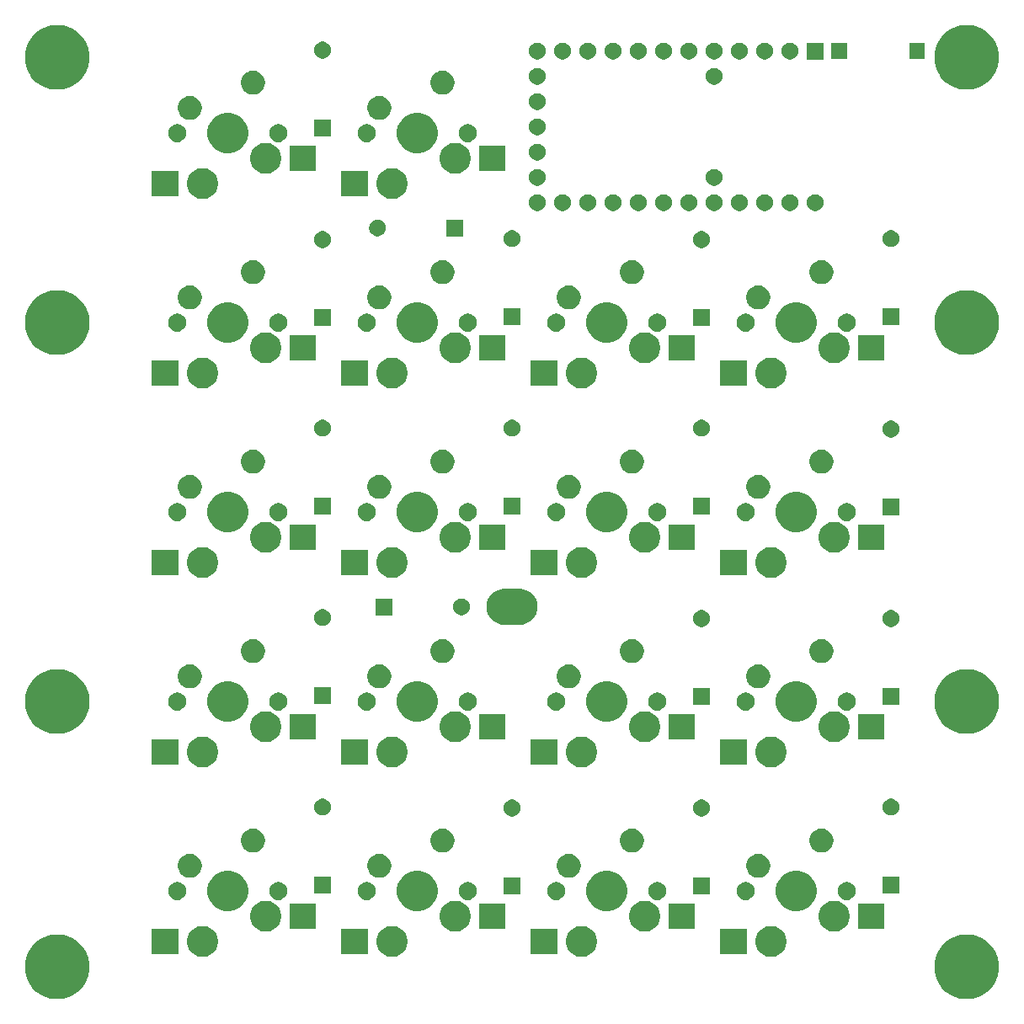
<source format=gbr>
G04 #@! TF.GenerationSoftware,KiCad,Pcbnew,(5.1.2)-2*
G04 #@! TF.CreationDate,2019-08-04T14:17:21-07:00*
G04 #@! TF.ProjectId,pcb v1.2,70636220-7631-42e3-922e-6b696361645f,rev?*
G04 #@! TF.SameCoordinates,Original*
G04 #@! TF.FileFunction,Soldermask,Bot*
G04 #@! TF.FilePolarity,Negative*
%FSLAX46Y46*%
G04 Gerber Fmt 4.6, Leading zero omitted, Abs format (unit mm)*
G04 Created by KiCad (PCBNEW (5.1.2)-2) date 2019-08-04 14:17:21*
%MOMM*%
%LPD*%
G04 APERTURE LIST*
%ADD10C,0.100000*%
G04 APERTURE END LIST*
D10*
G36*
X81279239Y-120001467D02*
G01*
X81593282Y-120063934D01*
X82184926Y-120309001D01*
X82717392Y-120664784D01*
X83170216Y-121117608D01*
X83525999Y-121650074D01*
X83771066Y-122241718D01*
X83896000Y-122869804D01*
X83896000Y-123510196D01*
X83771066Y-124138282D01*
X83525999Y-124729926D01*
X83170216Y-125262392D01*
X82717392Y-125715216D01*
X82184926Y-126070999D01*
X81593282Y-126316066D01*
X81279239Y-126378533D01*
X80965197Y-126441000D01*
X80324803Y-126441000D01*
X80010761Y-126378533D01*
X79696718Y-126316066D01*
X79105074Y-126070999D01*
X78572608Y-125715216D01*
X78119784Y-125262392D01*
X77764001Y-124729926D01*
X77518934Y-124138282D01*
X77394000Y-123510196D01*
X77394000Y-122869804D01*
X77518934Y-122241718D01*
X77764001Y-121650074D01*
X78119784Y-121117608D01*
X78572608Y-120664784D01*
X79105074Y-120309001D01*
X79696718Y-120063934D01*
X80010761Y-120001467D01*
X80324803Y-119939000D01*
X80965197Y-119939000D01*
X81279239Y-120001467D01*
X81279239Y-120001467D01*
G37*
G36*
X172719239Y-120001467D02*
G01*
X173033282Y-120063934D01*
X173624926Y-120309001D01*
X174157392Y-120664784D01*
X174610216Y-121117608D01*
X174965999Y-121650074D01*
X175211066Y-122241718D01*
X175336000Y-122869804D01*
X175336000Y-123510196D01*
X175211066Y-124138282D01*
X174965999Y-124729926D01*
X174610216Y-125262392D01*
X174157392Y-125715216D01*
X173624926Y-126070999D01*
X173033282Y-126316066D01*
X172719239Y-126378533D01*
X172405197Y-126441000D01*
X171764803Y-126441000D01*
X171450761Y-126378533D01*
X171136718Y-126316066D01*
X170545074Y-126070999D01*
X170012608Y-125715216D01*
X169559784Y-125262392D01*
X169204001Y-124729926D01*
X168958934Y-124138282D01*
X168834000Y-123510196D01*
X168834000Y-122869804D01*
X168958934Y-122241718D01*
X169204001Y-121650074D01*
X169559784Y-121117608D01*
X170012608Y-120664784D01*
X170545074Y-120309001D01*
X171136718Y-120063934D01*
X171450761Y-120001467D01*
X171764803Y-119939000D01*
X172405197Y-119939000D01*
X172719239Y-120001467D01*
X172719239Y-120001467D01*
G37*
G36*
X95552585Y-119128802D02*
G01*
X95702410Y-119158604D01*
X95984674Y-119275521D01*
X96238705Y-119445259D01*
X96454741Y-119661295D01*
X96624479Y-119915326D01*
X96741396Y-120197590D01*
X96801000Y-120497240D01*
X96801000Y-120802760D01*
X96741396Y-121102410D01*
X96624479Y-121384674D01*
X96454741Y-121638705D01*
X96238705Y-121854741D01*
X95984674Y-122024479D01*
X95702410Y-122141396D01*
X95552585Y-122171198D01*
X95402761Y-122201000D01*
X95097239Y-122201000D01*
X94947415Y-122171198D01*
X94797590Y-122141396D01*
X94515326Y-122024479D01*
X94261295Y-121854741D01*
X94045259Y-121638705D01*
X93875521Y-121384674D01*
X93758604Y-121102410D01*
X93699000Y-120802760D01*
X93699000Y-120497240D01*
X93758604Y-120197590D01*
X93875521Y-119915326D01*
X94045259Y-119661295D01*
X94261295Y-119445259D01*
X94515326Y-119275521D01*
X94797590Y-119158604D01*
X94947415Y-119128802D01*
X95097239Y-119099000D01*
X95402761Y-119099000D01*
X95552585Y-119128802D01*
X95552585Y-119128802D01*
G37*
G36*
X133652585Y-119128802D02*
G01*
X133802410Y-119158604D01*
X134084674Y-119275521D01*
X134338705Y-119445259D01*
X134554741Y-119661295D01*
X134724479Y-119915326D01*
X134841396Y-120197590D01*
X134901000Y-120497240D01*
X134901000Y-120802760D01*
X134841396Y-121102410D01*
X134724479Y-121384674D01*
X134554741Y-121638705D01*
X134338705Y-121854741D01*
X134084674Y-122024479D01*
X133802410Y-122141396D01*
X133652585Y-122171198D01*
X133502761Y-122201000D01*
X133197239Y-122201000D01*
X133047415Y-122171198D01*
X132897590Y-122141396D01*
X132615326Y-122024479D01*
X132361295Y-121854741D01*
X132145259Y-121638705D01*
X131975521Y-121384674D01*
X131858604Y-121102410D01*
X131799000Y-120802760D01*
X131799000Y-120497240D01*
X131858604Y-120197590D01*
X131975521Y-119915326D01*
X132145259Y-119661295D01*
X132361295Y-119445259D01*
X132615326Y-119275521D01*
X132897590Y-119158604D01*
X133047415Y-119128802D01*
X133197239Y-119099000D01*
X133502761Y-119099000D01*
X133652585Y-119128802D01*
X133652585Y-119128802D01*
G37*
G36*
X152702585Y-119128802D02*
G01*
X152852410Y-119158604D01*
X153134674Y-119275521D01*
X153388705Y-119445259D01*
X153604741Y-119661295D01*
X153774479Y-119915326D01*
X153891396Y-120197590D01*
X153951000Y-120497240D01*
X153951000Y-120802760D01*
X153891396Y-121102410D01*
X153774479Y-121384674D01*
X153604741Y-121638705D01*
X153388705Y-121854741D01*
X153134674Y-122024479D01*
X152852410Y-122141396D01*
X152702585Y-122171198D01*
X152552761Y-122201000D01*
X152247239Y-122201000D01*
X152097415Y-122171198D01*
X151947590Y-122141396D01*
X151665326Y-122024479D01*
X151411295Y-121854741D01*
X151195259Y-121638705D01*
X151025521Y-121384674D01*
X150908604Y-121102410D01*
X150849000Y-120802760D01*
X150849000Y-120497240D01*
X150908604Y-120197590D01*
X151025521Y-119915326D01*
X151195259Y-119661295D01*
X151411295Y-119445259D01*
X151665326Y-119275521D01*
X151947590Y-119158604D01*
X152097415Y-119128802D01*
X152247239Y-119099000D01*
X152552761Y-119099000D01*
X152702585Y-119128802D01*
X152702585Y-119128802D01*
G37*
G36*
X114602585Y-119128802D02*
G01*
X114752410Y-119158604D01*
X115034674Y-119275521D01*
X115288705Y-119445259D01*
X115504741Y-119661295D01*
X115674479Y-119915326D01*
X115791396Y-120197590D01*
X115851000Y-120497240D01*
X115851000Y-120802760D01*
X115791396Y-121102410D01*
X115674479Y-121384674D01*
X115504741Y-121638705D01*
X115288705Y-121854741D01*
X115034674Y-122024479D01*
X114752410Y-122141396D01*
X114602585Y-122171198D01*
X114452761Y-122201000D01*
X114147239Y-122201000D01*
X113997415Y-122171198D01*
X113847590Y-122141396D01*
X113565326Y-122024479D01*
X113311295Y-121854741D01*
X113095259Y-121638705D01*
X112925521Y-121384674D01*
X112808604Y-121102410D01*
X112749000Y-120802760D01*
X112749000Y-120497240D01*
X112808604Y-120197590D01*
X112925521Y-119915326D01*
X113095259Y-119661295D01*
X113311295Y-119445259D01*
X113565326Y-119275521D01*
X113847590Y-119158604D01*
X113997415Y-119128802D01*
X114147239Y-119099000D01*
X114452761Y-119099000D01*
X114602585Y-119128802D01*
X114602585Y-119128802D01*
G37*
G36*
X111876000Y-121951000D02*
G01*
X109224000Y-121951000D01*
X109224000Y-119349000D01*
X111876000Y-119349000D01*
X111876000Y-121951000D01*
X111876000Y-121951000D01*
G37*
G36*
X92826000Y-121951000D02*
G01*
X90174000Y-121951000D01*
X90174000Y-119349000D01*
X92826000Y-119349000D01*
X92826000Y-121951000D01*
X92826000Y-121951000D01*
G37*
G36*
X149976000Y-121951000D02*
G01*
X147324000Y-121951000D01*
X147324000Y-119349000D01*
X149976000Y-119349000D01*
X149976000Y-121951000D01*
X149976000Y-121951000D01*
G37*
G36*
X130926000Y-121951000D02*
G01*
X128274000Y-121951000D01*
X128274000Y-119349000D01*
X130926000Y-119349000D01*
X130926000Y-121951000D01*
X130926000Y-121951000D01*
G37*
G36*
X140002585Y-116588802D02*
G01*
X140152410Y-116618604D01*
X140434674Y-116735521D01*
X140688705Y-116905259D01*
X140904741Y-117121295D01*
X141074479Y-117375326D01*
X141191396Y-117657590D01*
X141251000Y-117957240D01*
X141251000Y-118262760D01*
X141191396Y-118562410D01*
X141074479Y-118844674D01*
X140904741Y-119098705D01*
X140688705Y-119314741D01*
X140434674Y-119484479D01*
X140152410Y-119601396D01*
X140002585Y-119631198D01*
X139852761Y-119661000D01*
X139547239Y-119661000D01*
X139397415Y-119631198D01*
X139247590Y-119601396D01*
X138965326Y-119484479D01*
X138711295Y-119314741D01*
X138495259Y-119098705D01*
X138325521Y-118844674D01*
X138208604Y-118562410D01*
X138149000Y-118262760D01*
X138149000Y-117957240D01*
X138208604Y-117657590D01*
X138325521Y-117375326D01*
X138495259Y-117121295D01*
X138711295Y-116905259D01*
X138965326Y-116735521D01*
X139247590Y-116618604D01*
X139397415Y-116588802D01*
X139547239Y-116559000D01*
X139852761Y-116559000D01*
X140002585Y-116588802D01*
X140002585Y-116588802D01*
G37*
G36*
X159052585Y-116588802D02*
G01*
X159202410Y-116618604D01*
X159484674Y-116735521D01*
X159738705Y-116905259D01*
X159954741Y-117121295D01*
X160124479Y-117375326D01*
X160241396Y-117657590D01*
X160301000Y-117957240D01*
X160301000Y-118262760D01*
X160241396Y-118562410D01*
X160124479Y-118844674D01*
X159954741Y-119098705D01*
X159738705Y-119314741D01*
X159484674Y-119484479D01*
X159202410Y-119601396D01*
X159052585Y-119631198D01*
X158902761Y-119661000D01*
X158597239Y-119661000D01*
X158447415Y-119631198D01*
X158297590Y-119601396D01*
X158015326Y-119484479D01*
X157761295Y-119314741D01*
X157545259Y-119098705D01*
X157375521Y-118844674D01*
X157258604Y-118562410D01*
X157199000Y-118262760D01*
X157199000Y-117957240D01*
X157258604Y-117657590D01*
X157375521Y-117375326D01*
X157545259Y-117121295D01*
X157761295Y-116905259D01*
X158015326Y-116735521D01*
X158297590Y-116618604D01*
X158447415Y-116588802D01*
X158597239Y-116559000D01*
X158902761Y-116559000D01*
X159052585Y-116588802D01*
X159052585Y-116588802D01*
G37*
G36*
X101902585Y-116588802D02*
G01*
X102052410Y-116618604D01*
X102334674Y-116735521D01*
X102588705Y-116905259D01*
X102804741Y-117121295D01*
X102974479Y-117375326D01*
X103091396Y-117657590D01*
X103151000Y-117957240D01*
X103151000Y-118262760D01*
X103091396Y-118562410D01*
X102974479Y-118844674D01*
X102804741Y-119098705D01*
X102588705Y-119314741D01*
X102334674Y-119484479D01*
X102052410Y-119601396D01*
X101902585Y-119631198D01*
X101752761Y-119661000D01*
X101447239Y-119661000D01*
X101297415Y-119631198D01*
X101147590Y-119601396D01*
X100865326Y-119484479D01*
X100611295Y-119314741D01*
X100395259Y-119098705D01*
X100225521Y-118844674D01*
X100108604Y-118562410D01*
X100049000Y-118262760D01*
X100049000Y-117957240D01*
X100108604Y-117657590D01*
X100225521Y-117375326D01*
X100395259Y-117121295D01*
X100611295Y-116905259D01*
X100865326Y-116735521D01*
X101147590Y-116618604D01*
X101297415Y-116588802D01*
X101447239Y-116559000D01*
X101752761Y-116559000D01*
X101902585Y-116588802D01*
X101902585Y-116588802D01*
G37*
G36*
X120952585Y-116588802D02*
G01*
X121102410Y-116618604D01*
X121384674Y-116735521D01*
X121638705Y-116905259D01*
X121854741Y-117121295D01*
X122024479Y-117375326D01*
X122141396Y-117657590D01*
X122201000Y-117957240D01*
X122201000Y-118262760D01*
X122141396Y-118562410D01*
X122024479Y-118844674D01*
X121854741Y-119098705D01*
X121638705Y-119314741D01*
X121384674Y-119484479D01*
X121102410Y-119601396D01*
X120952585Y-119631198D01*
X120802761Y-119661000D01*
X120497239Y-119661000D01*
X120347415Y-119631198D01*
X120197590Y-119601396D01*
X119915326Y-119484479D01*
X119661295Y-119314741D01*
X119445259Y-119098705D01*
X119275521Y-118844674D01*
X119158604Y-118562410D01*
X119099000Y-118262760D01*
X119099000Y-117957240D01*
X119158604Y-117657590D01*
X119275521Y-117375326D01*
X119445259Y-117121295D01*
X119661295Y-116905259D01*
X119915326Y-116735521D01*
X120197590Y-116618604D01*
X120347415Y-116588802D01*
X120497239Y-116559000D01*
X120802761Y-116559000D01*
X120952585Y-116588802D01*
X120952585Y-116588802D01*
G37*
G36*
X106676000Y-119411000D02*
G01*
X104024000Y-119411000D01*
X104024000Y-116809000D01*
X106676000Y-116809000D01*
X106676000Y-119411000D01*
X106676000Y-119411000D01*
G37*
G36*
X144776000Y-119411000D02*
G01*
X142124000Y-119411000D01*
X142124000Y-116809000D01*
X144776000Y-116809000D01*
X144776000Y-119411000D01*
X144776000Y-119411000D01*
G37*
G36*
X163826000Y-119411000D02*
G01*
X161174000Y-119411000D01*
X161174000Y-116809000D01*
X163826000Y-116809000D01*
X163826000Y-119411000D01*
X163826000Y-119411000D01*
G37*
G36*
X125726000Y-119411000D02*
G01*
X123074000Y-119411000D01*
X123074000Y-116809000D01*
X125726000Y-116809000D01*
X125726000Y-119411000D01*
X125726000Y-119411000D01*
G37*
G36*
X136486474Y-113603684D02*
G01*
X136704474Y-113693983D01*
X136858623Y-113757833D01*
X137193548Y-113981623D01*
X137478377Y-114266452D01*
X137702167Y-114601377D01*
X137766017Y-114755526D01*
X137856316Y-114973526D01*
X137934900Y-115368594D01*
X137934900Y-115771406D01*
X137856316Y-116166474D01*
X137772322Y-116369253D01*
X137702167Y-116538623D01*
X137478377Y-116873548D01*
X137193548Y-117158377D01*
X136858623Y-117382167D01*
X136704474Y-117446017D01*
X136486474Y-117536316D01*
X136091406Y-117614900D01*
X135688594Y-117614900D01*
X135293526Y-117536316D01*
X135075526Y-117446017D01*
X134921377Y-117382167D01*
X134586452Y-117158377D01*
X134301623Y-116873548D01*
X134077833Y-116538623D01*
X134007678Y-116369253D01*
X133923684Y-116166474D01*
X133845100Y-115771406D01*
X133845100Y-115368594D01*
X133923684Y-114973526D01*
X134013983Y-114755526D01*
X134077833Y-114601377D01*
X134301623Y-114266452D01*
X134586452Y-113981623D01*
X134921377Y-113757833D01*
X135075526Y-113693983D01*
X135293526Y-113603684D01*
X135688594Y-113525100D01*
X136091406Y-113525100D01*
X136486474Y-113603684D01*
X136486474Y-113603684D01*
G37*
G36*
X98386474Y-113603684D02*
G01*
X98604474Y-113693983D01*
X98758623Y-113757833D01*
X99093548Y-113981623D01*
X99378377Y-114266452D01*
X99602167Y-114601377D01*
X99666017Y-114755526D01*
X99756316Y-114973526D01*
X99834900Y-115368594D01*
X99834900Y-115771406D01*
X99756316Y-116166474D01*
X99672322Y-116369253D01*
X99602167Y-116538623D01*
X99378377Y-116873548D01*
X99093548Y-117158377D01*
X98758623Y-117382167D01*
X98604474Y-117446017D01*
X98386474Y-117536316D01*
X97991406Y-117614900D01*
X97588594Y-117614900D01*
X97193526Y-117536316D01*
X96975526Y-117446017D01*
X96821377Y-117382167D01*
X96486452Y-117158377D01*
X96201623Y-116873548D01*
X95977833Y-116538623D01*
X95907678Y-116369253D01*
X95823684Y-116166474D01*
X95745100Y-115771406D01*
X95745100Y-115368594D01*
X95823684Y-114973526D01*
X95913983Y-114755526D01*
X95977833Y-114601377D01*
X96201623Y-114266452D01*
X96486452Y-113981623D01*
X96821377Y-113757833D01*
X96975526Y-113693983D01*
X97193526Y-113603684D01*
X97588594Y-113525100D01*
X97991406Y-113525100D01*
X98386474Y-113603684D01*
X98386474Y-113603684D01*
G37*
G36*
X117436474Y-113603684D02*
G01*
X117654474Y-113693983D01*
X117808623Y-113757833D01*
X118143548Y-113981623D01*
X118428377Y-114266452D01*
X118652167Y-114601377D01*
X118716017Y-114755526D01*
X118806316Y-114973526D01*
X118884900Y-115368594D01*
X118884900Y-115771406D01*
X118806316Y-116166474D01*
X118722322Y-116369253D01*
X118652167Y-116538623D01*
X118428377Y-116873548D01*
X118143548Y-117158377D01*
X117808623Y-117382167D01*
X117654474Y-117446017D01*
X117436474Y-117536316D01*
X117041406Y-117614900D01*
X116638594Y-117614900D01*
X116243526Y-117536316D01*
X116025526Y-117446017D01*
X115871377Y-117382167D01*
X115536452Y-117158377D01*
X115251623Y-116873548D01*
X115027833Y-116538623D01*
X114957678Y-116369253D01*
X114873684Y-116166474D01*
X114795100Y-115771406D01*
X114795100Y-115368594D01*
X114873684Y-114973526D01*
X114963983Y-114755526D01*
X115027833Y-114601377D01*
X115251623Y-114266452D01*
X115536452Y-113981623D01*
X115871377Y-113757833D01*
X116025526Y-113693983D01*
X116243526Y-113603684D01*
X116638594Y-113525100D01*
X117041406Y-113525100D01*
X117436474Y-113603684D01*
X117436474Y-113603684D01*
G37*
G36*
X155536474Y-113603684D02*
G01*
X155754474Y-113693983D01*
X155908623Y-113757833D01*
X156243548Y-113981623D01*
X156528377Y-114266452D01*
X156752167Y-114601377D01*
X156816017Y-114755526D01*
X156906316Y-114973526D01*
X156984900Y-115368594D01*
X156984900Y-115771406D01*
X156906316Y-116166474D01*
X156822322Y-116369253D01*
X156752167Y-116538623D01*
X156528377Y-116873548D01*
X156243548Y-117158377D01*
X155908623Y-117382167D01*
X155754474Y-117446017D01*
X155536474Y-117536316D01*
X155141406Y-117614900D01*
X154738594Y-117614900D01*
X154343526Y-117536316D01*
X154125526Y-117446017D01*
X153971377Y-117382167D01*
X153636452Y-117158377D01*
X153351623Y-116873548D01*
X153127833Y-116538623D01*
X153057678Y-116369253D01*
X152973684Y-116166474D01*
X152895100Y-115771406D01*
X152895100Y-115368594D01*
X152973684Y-114973526D01*
X153063983Y-114755526D01*
X153127833Y-114601377D01*
X153351623Y-114266452D01*
X153636452Y-113981623D01*
X153971377Y-113757833D01*
X154125526Y-113693983D01*
X154343526Y-113603684D01*
X154738594Y-113525100D01*
X155141406Y-113525100D01*
X155536474Y-113603684D01*
X155536474Y-113603684D01*
G37*
G36*
X160195952Y-114685430D02*
G01*
X160283075Y-114702759D01*
X160392498Y-114748084D01*
X160447211Y-114770747D01*
X160593933Y-114868783D01*
X160594928Y-114869448D01*
X160720552Y-114995072D01*
X160720554Y-114995075D01*
X160819253Y-115142789D01*
X160819253Y-115142790D01*
X160887241Y-115306925D01*
X160921900Y-115481171D01*
X160921900Y-115658829D01*
X160887241Y-115833075D01*
X160841916Y-115942498D01*
X160819253Y-115997211D01*
X160721217Y-116143933D01*
X160720552Y-116144928D01*
X160594928Y-116270552D01*
X160594925Y-116270554D01*
X160447211Y-116369253D01*
X160392498Y-116391916D01*
X160283075Y-116437241D01*
X160195952Y-116454571D01*
X160108831Y-116471900D01*
X159931169Y-116471900D01*
X159844048Y-116454571D01*
X159756925Y-116437241D01*
X159647502Y-116391916D01*
X159592789Y-116369253D01*
X159445075Y-116270554D01*
X159445072Y-116270552D01*
X159319448Y-116144928D01*
X159318783Y-116143933D01*
X159220747Y-115997211D01*
X159198084Y-115942498D01*
X159152759Y-115833075D01*
X159118100Y-115658829D01*
X159118100Y-115481171D01*
X159152759Y-115306925D01*
X159220747Y-115142790D01*
X159220747Y-115142789D01*
X159319446Y-114995075D01*
X159319448Y-114995072D01*
X159445072Y-114869448D01*
X159446067Y-114868783D01*
X159592789Y-114770747D01*
X159647502Y-114748084D01*
X159756925Y-114702759D01*
X159844048Y-114685430D01*
X159931169Y-114668100D01*
X160108831Y-114668100D01*
X160195952Y-114685430D01*
X160195952Y-114685430D01*
G37*
G36*
X150035952Y-114685430D02*
G01*
X150123075Y-114702759D01*
X150232498Y-114748084D01*
X150287211Y-114770747D01*
X150433933Y-114868783D01*
X150434928Y-114869448D01*
X150560552Y-114995072D01*
X150560554Y-114995075D01*
X150659253Y-115142789D01*
X150659253Y-115142790D01*
X150727241Y-115306925D01*
X150761900Y-115481171D01*
X150761900Y-115658829D01*
X150727241Y-115833075D01*
X150681916Y-115942498D01*
X150659253Y-115997211D01*
X150561217Y-116143933D01*
X150560552Y-116144928D01*
X150434928Y-116270552D01*
X150434925Y-116270554D01*
X150287211Y-116369253D01*
X150232498Y-116391916D01*
X150123075Y-116437241D01*
X150035952Y-116454571D01*
X149948831Y-116471900D01*
X149771169Y-116471900D01*
X149684048Y-116454571D01*
X149596925Y-116437241D01*
X149487502Y-116391916D01*
X149432789Y-116369253D01*
X149285075Y-116270554D01*
X149285072Y-116270552D01*
X149159448Y-116144928D01*
X149158783Y-116143933D01*
X149060747Y-115997211D01*
X149038084Y-115942498D01*
X148992759Y-115833075D01*
X148958100Y-115658829D01*
X148958100Y-115481171D01*
X148992759Y-115306925D01*
X149060747Y-115142790D01*
X149060747Y-115142789D01*
X149159446Y-114995075D01*
X149159448Y-114995072D01*
X149285072Y-114869448D01*
X149286067Y-114868783D01*
X149432789Y-114770747D01*
X149487502Y-114748084D01*
X149596925Y-114702759D01*
X149684048Y-114685430D01*
X149771169Y-114668100D01*
X149948831Y-114668100D01*
X150035952Y-114685430D01*
X150035952Y-114685430D01*
G37*
G36*
X141145952Y-114685430D02*
G01*
X141233075Y-114702759D01*
X141342498Y-114748084D01*
X141397211Y-114770747D01*
X141543933Y-114868783D01*
X141544928Y-114869448D01*
X141670552Y-114995072D01*
X141670554Y-114995075D01*
X141769253Y-115142789D01*
X141769253Y-115142790D01*
X141837241Y-115306925D01*
X141871900Y-115481171D01*
X141871900Y-115658829D01*
X141837241Y-115833075D01*
X141791916Y-115942498D01*
X141769253Y-115997211D01*
X141671217Y-116143933D01*
X141670552Y-116144928D01*
X141544928Y-116270552D01*
X141544925Y-116270554D01*
X141397211Y-116369253D01*
X141342498Y-116391916D01*
X141233075Y-116437241D01*
X141145952Y-116454571D01*
X141058831Y-116471900D01*
X140881169Y-116471900D01*
X140794048Y-116454571D01*
X140706925Y-116437241D01*
X140597502Y-116391916D01*
X140542789Y-116369253D01*
X140395075Y-116270554D01*
X140395072Y-116270552D01*
X140269448Y-116144928D01*
X140268783Y-116143933D01*
X140170747Y-115997211D01*
X140148084Y-115942498D01*
X140102759Y-115833075D01*
X140068100Y-115658829D01*
X140068100Y-115481171D01*
X140102759Y-115306925D01*
X140170747Y-115142790D01*
X140170747Y-115142789D01*
X140269446Y-114995075D01*
X140269448Y-114995072D01*
X140395072Y-114869448D01*
X140396067Y-114868783D01*
X140542789Y-114770747D01*
X140597502Y-114748084D01*
X140706925Y-114702759D01*
X140794048Y-114685430D01*
X140881169Y-114668100D01*
X141058831Y-114668100D01*
X141145952Y-114685430D01*
X141145952Y-114685430D01*
G37*
G36*
X130985952Y-114685430D02*
G01*
X131073075Y-114702759D01*
X131182498Y-114748084D01*
X131237211Y-114770747D01*
X131383933Y-114868783D01*
X131384928Y-114869448D01*
X131510552Y-114995072D01*
X131510554Y-114995075D01*
X131609253Y-115142789D01*
X131609253Y-115142790D01*
X131677241Y-115306925D01*
X131711900Y-115481171D01*
X131711900Y-115658829D01*
X131677241Y-115833075D01*
X131631916Y-115942498D01*
X131609253Y-115997211D01*
X131511217Y-116143933D01*
X131510552Y-116144928D01*
X131384928Y-116270552D01*
X131384925Y-116270554D01*
X131237211Y-116369253D01*
X131182498Y-116391916D01*
X131073075Y-116437241D01*
X130985952Y-116454571D01*
X130898831Y-116471900D01*
X130721169Y-116471900D01*
X130634048Y-116454571D01*
X130546925Y-116437241D01*
X130437502Y-116391916D01*
X130382789Y-116369253D01*
X130235075Y-116270554D01*
X130235072Y-116270552D01*
X130109448Y-116144928D01*
X130108783Y-116143933D01*
X130010747Y-115997211D01*
X129988084Y-115942498D01*
X129942759Y-115833075D01*
X129908100Y-115658829D01*
X129908100Y-115481171D01*
X129942759Y-115306925D01*
X130010747Y-115142790D01*
X130010747Y-115142789D01*
X130109446Y-114995075D01*
X130109448Y-114995072D01*
X130235072Y-114869448D01*
X130236067Y-114868783D01*
X130382789Y-114770747D01*
X130437502Y-114748084D01*
X130546925Y-114702759D01*
X130634048Y-114685430D01*
X130721169Y-114668100D01*
X130898831Y-114668100D01*
X130985952Y-114685430D01*
X130985952Y-114685430D01*
G37*
G36*
X111935952Y-114685430D02*
G01*
X112023075Y-114702759D01*
X112132498Y-114748084D01*
X112187211Y-114770747D01*
X112333933Y-114868783D01*
X112334928Y-114869448D01*
X112460552Y-114995072D01*
X112460554Y-114995075D01*
X112559253Y-115142789D01*
X112559253Y-115142790D01*
X112627241Y-115306925D01*
X112661900Y-115481171D01*
X112661900Y-115658829D01*
X112627241Y-115833075D01*
X112581916Y-115942498D01*
X112559253Y-115997211D01*
X112461217Y-116143933D01*
X112460552Y-116144928D01*
X112334928Y-116270552D01*
X112334925Y-116270554D01*
X112187211Y-116369253D01*
X112132498Y-116391916D01*
X112023075Y-116437241D01*
X111935952Y-116454571D01*
X111848831Y-116471900D01*
X111671169Y-116471900D01*
X111584048Y-116454571D01*
X111496925Y-116437241D01*
X111387502Y-116391916D01*
X111332789Y-116369253D01*
X111185075Y-116270554D01*
X111185072Y-116270552D01*
X111059448Y-116144928D01*
X111058783Y-116143933D01*
X110960747Y-115997211D01*
X110938084Y-115942498D01*
X110892759Y-115833075D01*
X110858100Y-115658829D01*
X110858100Y-115481171D01*
X110892759Y-115306925D01*
X110960747Y-115142790D01*
X110960747Y-115142789D01*
X111059446Y-114995075D01*
X111059448Y-114995072D01*
X111185072Y-114869448D01*
X111186067Y-114868783D01*
X111332789Y-114770747D01*
X111387502Y-114748084D01*
X111496925Y-114702759D01*
X111584048Y-114685430D01*
X111671169Y-114668100D01*
X111848831Y-114668100D01*
X111935952Y-114685430D01*
X111935952Y-114685430D01*
G37*
G36*
X122095952Y-114685430D02*
G01*
X122183075Y-114702759D01*
X122292498Y-114748084D01*
X122347211Y-114770747D01*
X122493933Y-114868783D01*
X122494928Y-114869448D01*
X122620552Y-114995072D01*
X122620554Y-114995075D01*
X122719253Y-115142789D01*
X122719253Y-115142790D01*
X122787241Y-115306925D01*
X122821900Y-115481171D01*
X122821900Y-115658829D01*
X122787241Y-115833075D01*
X122741916Y-115942498D01*
X122719253Y-115997211D01*
X122621217Y-116143933D01*
X122620552Y-116144928D01*
X122494928Y-116270552D01*
X122494925Y-116270554D01*
X122347211Y-116369253D01*
X122292498Y-116391916D01*
X122183075Y-116437241D01*
X122095952Y-116454571D01*
X122008831Y-116471900D01*
X121831169Y-116471900D01*
X121744048Y-116454571D01*
X121656925Y-116437241D01*
X121547502Y-116391916D01*
X121492789Y-116369253D01*
X121345075Y-116270554D01*
X121345072Y-116270552D01*
X121219448Y-116144928D01*
X121218783Y-116143933D01*
X121120747Y-115997211D01*
X121098084Y-115942498D01*
X121052759Y-115833075D01*
X121018100Y-115658829D01*
X121018100Y-115481171D01*
X121052759Y-115306925D01*
X121120747Y-115142790D01*
X121120747Y-115142789D01*
X121219446Y-114995075D01*
X121219448Y-114995072D01*
X121345072Y-114869448D01*
X121346067Y-114868783D01*
X121492789Y-114770747D01*
X121547502Y-114748084D01*
X121656925Y-114702759D01*
X121744048Y-114685430D01*
X121831169Y-114668100D01*
X122008831Y-114668100D01*
X122095952Y-114685430D01*
X122095952Y-114685430D01*
G37*
G36*
X92885952Y-114685430D02*
G01*
X92973075Y-114702759D01*
X93082498Y-114748084D01*
X93137211Y-114770747D01*
X93283933Y-114868783D01*
X93284928Y-114869448D01*
X93410552Y-114995072D01*
X93410554Y-114995075D01*
X93509253Y-115142789D01*
X93509253Y-115142790D01*
X93577241Y-115306925D01*
X93611900Y-115481171D01*
X93611900Y-115658829D01*
X93577241Y-115833075D01*
X93531916Y-115942498D01*
X93509253Y-115997211D01*
X93411217Y-116143933D01*
X93410552Y-116144928D01*
X93284928Y-116270552D01*
X93284925Y-116270554D01*
X93137211Y-116369253D01*
X93082498Y-116391916D01*
X92973075Y-116437241D01*
X92885952Y-116454571D01*
X92798831Y-116471900D01*
X92621169Y-116471900D01*
X92534048Y-116454571D01*
X92446925Y-116437241D01*
X92337502Y-116391916D01*
X92282789Y-116369253D01*
X92135075Y-116270554D01*
X92135072Y-116270552D01*
X92009448Y-116144928D01*
X92008783Y-116143933D01*
X91910747Y-115997211D01*
X91888084Y-115942498D01*
X91842759Y-115833075D01*
X91808100Y-115658829D01*
X91808100Y-115481171D01*
X91842759Y-115306925D01*
X91910747Y-115142790D01*
X91910747Y-115142789D01*
X92009446Y-114995075D01*
X92009448Y-114995072D01*
X92135072Y-114869448D01*
X92136067Y-114868783D01*
X92282789Y-114770747D01*
X92337502Y-114748084D01*
X92446925Y-114702759D01*
X92534048Y-114685430D01*
X92621169Y-114668100D01*
X92798831Y-114668100D01*
X92885952Y-114685430D01*
X92885952Y-114685430D01*
G37*
G36*
X103045952Y-114685430D02*
G01*
X103133075Y-114702759D01*
X103242498Y-114748084D01*
X103297211Y-114770747D01*
X103443933Y-114868783D01*
X103444928Y-114869448D01*
X103570552Y-114995072D01*
X103570554Y-114995075D01*
X103669253Y-115142789D01*
X103669253Y-115142790D01*
X103737241Y-115306925D01*
X103771900Y-115481171D01*
X103771900Y-115658829D01*
X103737241Y-115833075D01*
X103691916Y-115942498D01*
X103669253Y-115997211D01*
X103571217Y-116143933D01*
X103570552Y-116144928D01*
X103444928Y-116270552D01*
X103444925Y-116270554D01*
X103297211Y-116369253D01*
X103242498Y-116391916D01*
X103133075Y-116437241D01*
X103045952Y-116454571D01*
X102958831Y-116471900D01*
X102781169Y-116471900D01*
X102694048Y-116454571D01*
X102606925Y-116437241D01*
X102497502Y-116391916D01*
X102442789Y-116369253D01*
X102295075Y-116270554D01*
X102295072Y-116270552D01*
X102169448Y-116144928D01*
X102168783Y-116143933D01*
X102070747Y-115997211D01*
X102048084Y-115942498D01*
X102002759Y-115833075D01*
X101968100Y-115658829D01*
X101968100Y-115481171D01*
X102002759Y-115306925D01*
X102070747Y-115142790D01*
X102070747Y-115142789D01*
X102169446Y-114995075D01*
X102169448Y-114995072D01*
X102295072Y-114869448D01*
X102296067Y-114868783D01*
X102442789Y-114770747D01*
X102497502Y-114748084D01*
X102606925Y-114702759D01*
X102694048Y-114685430D01*
X102781169Y-114668100D01*
X102958831Y-114668100D01*
X103045952Y-114685430D01*
X103045952Y-114685430D01*
G37*
G36*
X146266000Y-115876000D02*
G01*
X144564000Y-115876000D01*
X144564000Y-114174000D01*
X146266000Y-114174000D01*
X146266000Y-115876000D01*
X146266000Y-115876000D01*
G37*
G36*
X127216000Y-115876000D02*
G01*
X125514000Y-115876000D01*
X125514000Y-114174000D01*
X127216000Y-114174000D01*
X127216000Y-115876000D01*
X127216000Y-115876000D01*
G37*
G36*
X108166000Y-115786000D02*
G01*
X106464000Y-115786000D01*
X106464000Y-114084000D01*
X108166000Y-114084000D01*
X108166000Y-115786000D01*
X108166000Y-115786000D01*
G37*
G36*
X165316000Y-115786000D02*
G01*
X163614000Y-115786000D01*
X163614000Y-114084000D01*
X165316000Y-114084000D01*
X165316000Y-115786000D01*
X165316000Y-115786000D01*
G37*
G36*
X151478276Y-111881884D02*
G01*
X151695569Y-111971890D01*
X151695571Y-111971891D01*
X151891130Y-112102560D01*
X152057440Y-112268870D01*
X152188110Y-112464431D01*
X152278116Y-112681724D01*
X152324000Y-112912400D01*
X152324000Y-113147600D01*
X152278116Y-113378276D01*
X152217299Y-113525100D01*
X152188109Y-113595571D01*
X152057440Y-113791130D01*
X151891130Y-113957440D01*
X151695571Y-114088109D01*
X151695570Y-114088110D01*
X151695569Y-114088110D01*
X151478276Y-114178116D01*
X151247600Y-114224000D01*
X151012400Y-114224000D01*
X150781724Y-114178116D01*
X150564431Y-114088110D01*
X150564430Y-114088110D01*
X150564429Y-114088109D01*
X150368870Y-113957440D01*
X150202560Y-113791130D01*
X150071891Y-113595571D01*
X150042701Y-113525100D01*
X149981884Y-113378276D01*
X149936000Y-113147600D01*
X149936000Y-112912400D01*
X149981884Y-112681724D01*
X150071890Y-112464431D01*
X150202560Y-112268870D01*
X150368870Y-112102560D01*
X150564429Y-111971891D01*
X150564431Y-111971890D01*
X150781724Y-111881884D01*
X151012400Y-111836000D01*
X151247600Y-111836000D01*
X151478276Y-111881884D01*
X151478276Y-111881884D01*
G37*
G36*
X132428276Y-111881884D02*
G01*
X132645569Y-111971890D01*
X132645571Y-111971891D01*
X132841130Y-112102560D01*
X133007440Y-112268870D01*
X133138110Y-112464431D01*
X133228116Y-112681724D01*
X133274000Y-112912400D01*
X133274000Y-113147600D01*
X133228116Y-113378276D01*
X133167299Y-113525100D01*
X133138109Y-113595571D01*
X133007440Y-113791130D01*
X132841130Y-113957440D01*
X132645571Y-114088109D01*
X132645570Y-114088110D01*
X132645569Y-114088110D01*
X132428276Y-114178116D01*
X132197600Y-114224000D01*
X131962400Y-114224000D01*
X131731724Y-114178116D01*
X131514431Y-114088110D01*
X131514430Y-114088110D01*
X131514429Y-114088109D01*
X131318870Y-113957440D01*
X131152560Y-113791130D01*
X131021891Y-113595571D01*
X130992701Y-113525100D01*
X130931884Y-113378276D01*
X130886000Y-113147600D01*
X130886000Y-112912400D01*
X130931884Y-112681724D01*
X131021890Y-112464431D01*
X131152560Y-112268870D01*
X131318870Y-112102560D01*
X131514429Y-111971891D01*
X131514431Y-111971890D01*
X131731724Y-111881884D01*
X131962400Y-111836000D01*
X132197600Y-111836000D01*
X132428276Y-111881884D01*
X132428276Y-111881884D01*
G37*
G36*
X113378276Y-111881884D02*
G01*
X113595569Y-111971890D01*
X113595571Y-111971891D01*
X113791130Y-112102560D01*
X113957440Y-112268870D01*
X114088110Y-112464431D01*
X114178116Y-112681724D01*
X114224000Y-112912400D01*
X114224000Y-113147600D01*
X114178116Y-113378276D01*
X114117299Y-113525100D01*
X114088109Y-113595571D01*
X113957440Y-113791130D01*
X113791130Y-113957440D01*
X113595571Y-114088109D01*
X113595570Y-114088110D01*
X113595569Y-114088110D01*
X113378276Y-114178116D01*
X113147600Y-114224000D01*
X112912400Y-114224000D01*
X112681724Y-114178116D01*
X112464431Y-114088110D01*
X112464430Y-114088110D01*
X112464429Y-114088109D01*
X112268870Y-113957440D01*
X112102560Y-113791130D01*
X111971891Y-113595571D01*
X111942701Y-113525100D01*
X111881884Y-113378276D01*
X111836000Y-113147600D01*
X111836000Y-112912400D01*
X111881884Y-112681724D01*
X111971890Y-112464431D01*
X112102560Y-112268870D01*
X112268870Y-112102560D01*
X112464429Y-111971891D01*
X112464431Y-111971890D01*
X112681724Y-111881884D01*
X112912400Y-111836000D01*
X113147600Y-111836000D01*
X113378276Y-111881884D01*
X113378276Y-111881884D01*
G37*
G36*
X94328276Y-111881884D02*
G01*
X94545569Y-111971890D01*
X94545571Y-111971891D01*
X94741130Y-112102560D01*
X94907440Y-112268870D01*
X95038110Y-112464431D01*
X95128116Y-112681724D01*
X95174000Y-112912400D01*
X95174000Y-113147600D01*
X95128116Y-113378276D01*
X95067299Y-113525100D01*
X95038109Y-113595571D01*
X94907440Y-113791130D01*
X94741130Y-113957440D01*
X94545571Y-114088109D01*
X94545570Y-114088110D01*
X94545569Y-114088110D01*
X94328276Y-114178116D01*
X94097600Y-114224000D01*
X93862400Y-114224000D01*
X93631724Y-114178116D01*
X93414431Y-114088110D01*
X93414430Y-114088110D01*
X93414429Y-114088109D01*
X93218870Y-113957440D01*
X93052560Y-113791130D01*
X92921891Y-113595571D01*
X92892701Y-113525100D01*
X92831884Y-113378276D01*
X92786000Y-113147600D01*
X92786000Y-112912400D01*
X92831884Y-112681724D01*
X92921890Y-112464431D01*
X93052560Y-112268870D01*
X93218870Y-112102560D01*
X93414429Y-111971891D01*
X93414431Y-111971890D01*
X93631724Y-111881884D01*
X93862400Y-111836000D01*
X94097600Y-111836000D01*
X94328276Y-111881884D01*
X94328276Y-111881884D01*
G37*
G36*
X157828276Y-109341884D02*
G01*
X158045569Y-109431890D01*
X158045571Y-109431891D01*
X158241130Y-109562560D01*
X158407440Y-109728870D01*
X158538110Y-109924431D01*
X158628116Y-110141724D01*
X158674000Y-110372400D01*
X158674000Y-110607600D01*
X158628116Y-110838276D01*
X158538110Y-111055569D01*
X158538109Y-111055571D01*
X158407440Y-111251130D01*
X158241130Y-111417440D01*
X158045571Y-111548109D01*
X158045570Y-111548110D01*
X158045569Y-111548110D01*
X157828276Y-111638116D01*
X157597600Y-111684000D01*
X157362400Y-111684000D01*
X157131724Y-111638116D01*
X156914431Y-111548110D01*
X156914430Y-111548110D01*
X156914429Y-111548109D01*
X156718870Y-111417440D01*
X156552560Y-111251130D01*
X156421891Y-111055571D01*
X156421890Y-111055569D01*
X156331884Y-110838276D01*
X156286000Y-110607600D01*
X156286000Y-110372400D01*
X156331884Y-110141724D01*
X156421890Y-109924431D01*
X156552560Y-109728870D01*
X156718870Y-109562560D01*
X156914429Y-109431891D01*
X156914431Y-109431890D01*
X157131724Y-109341884D01*
X157362400Y-109296000D01*
X157597600Y-109296000D01*
X157828276Y-109341884D01*
X157828276Y-109341884D01*
G37*
G36*
X119728276Y-109341884D02*
G01*
X119945569Y-109431890D01*
X119945571Y-109431891D01*
X120141130Y-109562560D01*
X120307440Y-109728870D01*
X120438110Y-109924431D01*
X120528116Y-110141724D01*
X120574000Y-110372400D01*
X120574000Y-110607600D01*
X120528116Y-110838276D01*
X120438110Y-111055569D01*
X120438109Y-111055571D01*
X120307440Y-111251130D01*
X120141130Y-111417440D01*
X119945571Y-111548109D01*
X119945570Y-111548110D01*
X119945569Y-111548110D01*
X119728276Y-111638116D01*
X119497600Y-111684000D01*
X119262400Y-111684000D01*
X119031724Y-111638116D01*
X118814431Y-111548110D01*
X118814430Y-111548110D01*
X118814429Y-111548109D01*
X118618870Y-111417440D01*
X118452560Y-111251130D01*
X118321891Y-111055571D01*
X118321890Y-111055569D01*
X118231884Y-110838276D01*
X118186000Y-110607600D01*
X118186000Y-110372400D01*
X118231884Y-110141724D01*
X118321890Y-109924431D01*
X118452560Y-109728870D01*
X118618870Y-109562560D01*
X118814429Y-109431891D01*
X118814431Y-109431890D01*
X119031724Y-109341884D01*
X119262400Y-109296000D01*
X119497600Y-109296000D01*
X119728276Y-109341884D01*
X119728276Y-109341884D01*
G37*
G36*
X100678276Y-109341884D02*
G01*
X100895569Y-109431890D01*
X100895571Y-109431891D01*
X101091130Y-109562560D01*
X101257440Y-109728870D01*
X101388110Y-109924431D01*
X101478116Y-110141724D01*
X101524000Y-110372400D01*
X101524000Y-110607600D01*
X101478116Y-110838276D01*
X101388110Y-111055569D01*
X101388109Y-111055571D01*
X101257440Y-111251130D01*
X101091130Y-111417440D01*
X100895571Y-111548109D01*
X100895570Y-111548110D01*
X100895569Y-111548110D01*
X100678276Y-111638116D01*
X100447600Y-111684000D01*
X100212400Y-111684000D01*
X99981724Y-111638116D01*
X99764431Y-111548110D01*
X99764430Y-111548110D01*
X99764429Y-111548109D01*
X99568870Y-111417440D01*
X99402560Y-111251130D01*
X99271891Y-111055571D01*
X99271890Y-111055569D01*
X99181884Y-110838276D01*
X99136000Y-110607600D01*
X99136000Y-110372400D01*
X99181884Y-110141724D01*
X99271890Y-109924431D01*
X99402560Y-109728870D01*
X99568870Y-109562560D01*
X99764429Y-109431891D01*
X99764431Y-109431890D01*
X99981724Y-109341884D01*
X100212400Y-109296000D01*
X100447600Y-109296000D01*
X100678276Y-109341884D01*
X100678276Y-109341884D01*
G37*
G36*
X138778276Y-109341884D02*
G01*
X138995569Y-109431890D01*
X138995571Y-109431891D01*
X139191130Y-109562560D01*
X139357440Y-109728870D01*
X139488110Y-109924431D01*
X139578116Y-110141724D01*
X139624000Y-110372400D01*
X139624000Y-110607600D01*
X139578116Y-110838276D01*
X139488110Y-111055569D01*
X139488109Y-111055571D01*
X139357440Y-111251130D01*
X139191130Y-111417440D01*
X138995571Y-111548109D01*
X138995570Y-111548110D01*
X138995569Y-111548110D01*
X138778276Y-111638116D01*
X138547600Y-111684000D01*
X138312400Y-111684000D01*
X138081724Y-111638116D01*
X137864431Y-111548110D01*
X137864430Y-111548110D01*
X137864429Y-111548109D01*
X137668870Y-111417440D01*
X137502560Y-111251130D01*
X137371891Y-111055571D01*
X137371890Y-111055569D01*
X137281884Y-110838276D01*
X137236000Y-110607600D01*
X137236000Y-110372400D01*
X137281884Y-110141724D01*
X137371890Y-109924431D01*
X137502560Y-109728870D01*
X137668870Y-109562560D01*
X137864429Y-109431891D01*
X137864431Y-109431890D01*
X138081724Y-109341884D01*
X138312400Y-109296000D01*
X138547600Y-109296000D01*
X138778276Y-109341884D01*
X138778276Y-109341884D01*
G37*
G36*
X126613228Y-106406703D02*
G01*
X126768100Y-106470853D01*
X126907481Y-106563985D01*
X127026015Y-106682519D01*
X127119147Y-106821900D01*
X127183297Y-106976772D01*
X127216000Y-107141184D01*
X127216000Y-107308816D01*
X127183297Y-107473228D01*
X127119147Y-107628100D01*
X127026015Y-107767481D01*
X126907481Y-107886015D01*
X126768100Y-107979147D01*
X126613228Y-108043297D01*
X126448816Y-108076000D01*
X126281184Y-108076000D01*
X126116772Y-108043297D01*
X125961900Y-107979147D01*
X125822519Y-107886015D01*
X125703985Y-107767481D01*
X125610853Y-107628100D01*
X125546703Y-107473228D01*
X125514000Y-107308816D01*
X125514000Y-107141184D01*
X125546703Y-106976772D01*
X125610853Y-106821900D01*
X125703985Y-106682519D01*
X125822519Y-106563985D01*
X125961900Y-106470853D01*
X126116772Y-106406703D01*
X126281184Y-106374000D01*
X126448816Y-106374000D01*
X126613228Y-106406703D01*
X126613228Y-106406703D01*
G37*
G36*
X145663228Y-106406703D02*
G01*
X145818100Y-106470853D01*
X145957481Y-106563985D01*
X146076015Y-106682519D01*
X146169147Y-106821900D01*
X146233297Y-106976772D01*
X146266000Y-107141184D01*
X146266000Y-107308816D01*
X146233297Y-107473228D01*
X146169147Y-107628100D01*
X146076015Y-107767481D01*
X145957481Y-107886015D01*
X145818100Y-107979147D01*
X145663228Y-108043297D01*
X145498816Y-108076000D01*
X145331184Y-108076000D01*
X145166772Y-108043297D01*
X145011900Y-107979147D01*
X144872519Y-107886015D01*
X144753985Y-107767481D01*
X144660853Y-107628100D01*
X144596703Y-107473228D01*
X144564000Y-107308816D01*
X144564000Y-107141184D01*
X144596703Y-106976772D01*
X144660853Y-106821900D01*
X144753985Y-106682519D01*
X144872519Y-106563985D01*
X145011900Y-106470853D01*
X145166772Y-106406703D01*
X145331184Y-106374000D01*
X145498816Y-106374000D01*
X145663228Y-106406703D01*
X145663228Y-106406703D01*
G37*
G36*
X107563228Y-106316703D02*
G01*
X107718100Y-106380853D01*
X107857481Y-106473985D01*
X107976015Y-106592519D01*
X108069147Y-106731900D01*
X108133297Y-106886772D01*
X108166000Y-107051184D01*
X108166000Y-107218816D01*
X108133297Y-107383228D01*
X108069147Y-107538100D01*
X107976015Y-107677481D01*
X107857481Y-107796015D01*
X107718100Y-107889147D01*
X107563228Y-107953297D01*
X107398816Y-107986000D01*
X107231184Y-107986000D01*
X107066772Y-107953297D01*
X106911900Y-107889147D01*
X106772519Y-107796015D01*
X106653985Y-107677481D01*
X106560853Y-107538100D01*
X106496703Y-107383228D01*
X106464000Y-107218816D01*
X106464000Y-107051184D01*
X106496703Y-106886772D01*
X106560853Y-106731900D01*
X106653985Y-106592519D01*
X106772519Y-106473985D01*
X106911900Y-106380853D01*
X107066772Y-106316703D01*
X107231184Y-106284000D01*
X107398816Y-106284000D01*
X107563228Y-106316703D01*
X107563228Y-106316703D01*
G37*
G36*
X164713228Y-106316703D02*
G01*
X164868100Y-106380853D01*
X165007481Y-106473985D01*
X165126015Y-106592519D01*
X165219147Y-106731900D01*
X165283297Y-106886772D01*
X165316000Y-107051184D01*
X165316000Y-107218816D01*
X165283297Y-107383228D01*
X165219147Y-107538100D01*
X165126015Y-107677481D01*
X165007481Y-107796015D01*
X164868100Y-107889147D01*
X164713228Y-107953297D01*
X164548816Y-107986000D01*
X164381184Y-107986000D01*
X164216772Y-107953297D01*
X164061900Y-107889147D01*
X163922519Y-107796015D01*
X163803985Y-107677481D01*
X163710853Y-107538100D01*
X163646703Y-107383228D01*
X163614000Y-107218816D01*
X163614000Y-107051184D01*
X163646703Y-106886772D01*
X163710853Y-106731900D01*
X163803985Y-106592519D01*
X163922519Y-106473985D01*
X164061900Y-106380853D01*
X164216772Y-106316703D01*
X164381184Y-106284000D01*
X164548816Y-106284000D01*
X164713228Y-106316703D01*
X164713228Y-106316703D01*
G37*
G36*
X95552585Y-100078802D02*
G01*
X95702410Y-100108604D01*
X95984674Y-100225521D01*
X96238705Y-100395259D01*
X96454741Y-100611295D01*
X96624479Y-100865326D01*
X96741396Y-101147590D01*
X96801000Y-101447240D01*
X96801000Y-101752760D01*
X96741396Y-102052410D01*
X96624479Y-102334674D01*
X96454741Y-102588705D01*
X96238705Y-102804741D01*
X95984674Y-102974479D01*
X95702410Y-103091396D01*
X95552585Y-103121198D01*
X95402761Y-103151000D01*
X95097239Y-103151000D01*
X94947415Y-103121198D01*
X94797590Y-103091396D01*
X94515326Y-102974479D01*
X94261295Y-102804741D01*
X94045259Y-102588705D01*
X93875521Y-102334674D01*
X93758604Y-102052410D01*
X93699000Y-101752760D01*
X93699000Y-101447240D01*
X93758604Y-101147590D01*
X93875521Y-100865326D01*
X94045259Y-100611295D01*
X94261295Y-100395259D01*
X94515326Y-100225521D01*
X94797590Y-100108604D01*
X94947415Y-100078802D01*
X95097239Y-100049000D01*
X95402761Y-100049000D01*
X95552585Y-100078802D01*
X95552585Y-100078802D01*
G37*
G36*
X114602585Y-100078802D02*
G01*
X114752410Y-100108604D01*
X115034674Y-100225521D01*
X115288705Y-100395259D01*
X115504741Y-100611295D01*
X115674479Y-100865326D01*
X115791396Y-101147590D01*
X115851000Y-101447240D01*
X115851000Y-101752760D01*
X115791396Y-102052410D01*
X115674479Y-102334674D01*
X115504741Y-102588705D01*
X115288705Y-102804741D01*
X115034674Y-102974479D01*
X114752410Y-103091396D01*
X114602585Y-103121198D01*
X114452761Y-103151000D01*
X114147239Y-103151000D01*
X113997415Y-103121198D01*
X113847590Y-103091396D01*
X113565326Y-102974479D01*
X113311295Y-102804741D01*
X113095259Y-102588705D01*
X112925521Y-102334674D01*
X112808604Y-102052410D01*
X112749000Y-101752760D01*
X112749000Y-101447240D01*
X112808604Y-101147590D01*
X112925521Y-100865326D01*
X113095259Y-100611295D01*
X113311295Y-100395259D01*
X113565326Y-100225521D01*
X113847590Y-100108604D01*
X113997415Y-100078802D01*
X114147239Y-100049000D01*
X114452761Y-100049000D01*
X114602585Y-100078802D01*
X114602585Y-100078802D01*
G37*
G36*
X133652585Y-100078802D02*
G01*
X133802410Y-100108604D01*
X134084674Y-100225521D01*
X134338705Y-100395259D01*
X134554741Y-100611295D01*
X134724479Y-100865326D01*
X134841396Y-101147590D01*
X134901000Y-101447240D01*
X134901000Y-101752760D01*
X134841396Y-102052410D01*
X134724479Y-102334674D01*
X134554741Y-102588705D01*
X134338705Y-102804741D01*
X134084674Y-102974479D01*
X133802410Y-103091396D01*
X133652585Y-103121198D01*
X133502761Y-103151000D01*
X133197239Y-103151000D01*
X133047415Y-103121198D01*
X132897590Y-103091396D01*
X132615326Y-102974479D01*
X132361295Y-102804741D01*
X132145259Y-102588705D01*
X131975521Y-102334674D01*
X131858604Y-102052410D01*
X131799000Y-101752760D01*
X131799000Y-101447240D01*
X131858604Y-101147590D01*
X131975521Y-100865326D01*
X132145259Y-100611295D01*
X132361295Y-100395259D01*
X132615326Y-100225521D01*
X132897590Y-100108604D01*
X133047415Y-100078802D01*
X133197239Y-100049000D01*
X133502761Y-100049000D01*
X133652585Y-100078802D01*
X133652585Y-100078802D01*
G37*
G36*
X152702585Y-100078802D02*
G01*
X152852410Y-100108604D01*
X153134674Y-100225521D01*
X153388705Y-100395259D01*
X153604741Y-100611295D01*
X153774479Y-100865326D01*
X153891396Y-101147590D01*
X153951000Y-101447240D01*
X153951000Y-101752760D01*
X153891396Y-102052410D01*
X153774479Y-102334674D01*
X153604741Y-102588705D01*
X153388705Y-102804741D01*
X153134674Y-102974479D01*
X152852410Y-103091396D01*
X152702585Y-103121198D01*
X152552761Y-103151000D01*
X152247239Y-103151000D01*
X152097415Y-103121198D01*
X151947590Y-103091396D01*
X151665326Y-102974479D01*
X151411295Y-102804741D01*
X151195259Y-102588705D01*
X151025521Y-102334674D01*
X150908604Y-102052410D01*
X150849000Y-101752760D01*
X150849000Y-101447240D01*
X150908604Y-101147590D01*
X151025521Y-100865326D01*
X151195259Y-100611295D01*
X151411295Y-100395259D01*
X151665326Y-100225521D01*
X151947590Y-100108604D01*
X152097415Y-100078802D01*
X152247239Y-100049000D01*
X152552761Y-100049000D01*
X152702585Y-100078802D01*
X152702585Y-100078802D01*
G37*
G36*
X130926000Y-102901000D02*
G01*
X128274000Y-102901000D01*
X128274000Y-100299000D01*
X130926000Y-100299000D01*
X130926000Y-102901000D01*
X130926000Y-102901000D01*
G37*
G36*
X111876000Y-102901000D02*
G01*
X109224000Y-102901000D01*
X109224000Y-100299000D01*
X111876000Y-100299000D01*
X111876000Y-102901000D01*
X111876000Y-102901000D01*
G37*
G36*
X92826000Y-102901000D02*
G01*
X90174000Y-102901000D01*
X90174000Y-100299000D01*
X92826000Y-100299000D01*
X92826000Y-102901000D01*
X92826000Y-102901000D01*
G37*
G36*
X149976000Y-102901000D02*
G01*
X147324000Y-102901000D01*
X147324000Y-100299000D01*
X149976000Y-100299000D01*
X149976000Y-102901000D01*
X149976000Y-102901000D01*
G37*
G36*
X159052585Y-97538802D02*
G01*
X159202410Y-97568604D01*
X159484674Y-97685521D01*
X159738705Y-97855259D01*
X159954741Y-98071295D01*
X160124479Y-98325326D01*
X160241396Y-98607590D01*
X160301000Y-98907240D01*
X160301000Y-99212760D01*
X160241396Y-99512410D01*
X160124479Y-99794674D01*
X159954741Y-100048705D01*
X159738705Y-100264741D01*
X159484674Y-100434479D01*
X159202410Y-100551396D01*
X159052585Y-100581198D01*
X158902761Y-100611000D01*
X158597239Y-100611000D01*
X158447415Y-100581198D01*
X158297590Y-100551396D01*
X158015326Y-100434479D01*
X157761295Y-100264741D01*
X157545259Y-100048705D01*
X157375521Y-99794674D01*
X157258604Y-99512410D01*
X157199000Y-99212760D01*
X157199000Y-98907240D01*
X157258604Y-98607590D01*
X157375521Y-98325326D01*
X157545259Y-98071295D01*
X157761295Y-97855259D01*
X158015326Y-97685521D01*
X158297590Y-97568604D01*
X158447415Y-97538802D01*
X158597239Y-97509000D01*
X158902761Y-97509000D01*
X159052585Y-97538802D01*
X159052585Y-97538802D01*
G37*
G36*
X140002585Y-97538802D02*
G01*
X140152410Y-97568604D01*
X140434674Y-97685521D01*
X140688705Y-97855259D01*
X140904741Y-98071295D01*
X141074479Y-98325326D01*
X141191396Y-98607590D01*
X141251000Y-98907240D01*
X141251000Y-99212760D01*
X141191396Y-99512410D01*
X141074479Y-99794674D01*
X140904741Y-100048705D01*
X140688705Y-100264741D01*
X140434674Y-100434479D01*
X140152410Y-100551396D01*
X140002585Y-100581198D01*
X139852761Y-100611000D01*
X139547239Y-100611000D01*
X139397415Y-100581198D01*
X139247590Y-100551396D01*
X138965326Y-100434479D01*
X138711295Y-100264741D01*
X138495259Y-100048705D01*
X138325521Y-99794674D01*
X138208604Y-99512410D01*
X138149000Y-99212760D01*
X138149000Y-98907240D01*
X138208604Y-98607590D01*
X138325521Y-98325326D01*
X138495259Y-98071295D01*
X138711295Y-97855259D01*
X138965326Y-97685521D01*
X139247590Y-97568604D01*
X139397415Y-97538802D01*
X139547239Y-97509000D01*
X139852761Y-97509000D01*
X140002585Y-97538802D01*
X140002585Y-97538802D01*
G37*
G36*
X120952585Y-97538802D02*
G01*
X121102410Y-97568604D01*
X121384674Y-97685521D01*
X121638705Y-97855259D01*
X121854741Y-98071295D01*
X122024479Y-98325326D01*
X122141396Y-98607590D01*
X122201000Y-98907240D01*
X122201000Y-99212760D01*
X122141396Y-99512410D01*
X122024479Y-99794674D01*
X121854741Y-100048705D01*
X121638705Y-100264741D01*
X121384674Y-100434479D01*
X121102410Y-100551396D01*
X120952585Y-100581198D01*
X120802761Y-100611000D01*
X120497239Y-100611000D01*
X120347415Y-100581198D01*
X120197590Y-100551396D01*
X119915326Y-100434479D01*
X119661295Y-100264741D01*
X119445259Y-100048705D01*
X119275521Y-99794674D01*
X119158604Y-99512410D01*
X119099000Y-99212760D01*
X119099000Y-98907240D01*
X119158604Y-98607590D01*
X119275521Y-98325326D01*
X119445259Y-98071295D01*
X119661295Y-97855259D01*
X119915326Y-97685521D01*
X120197590Y-97568604D01*
X120347415Y-97538802D01*
X120497239Y-97509000D01*
X120802761Y-97509000D01*
X120952585Y-97538802D01*
X120952585Y-97538802D01*
G37*
G36*
X101902585Y-97538802D02*
G01*
X102052410Y-97568604D01*
X102334674Y-97685521D01*
X102588705Y-97855259D01*
X102804741Y-98071295D01*
X102974479Y-98325326D01*
X103091396Y-98607590D01*
X103151000Y-98907240D01*
X103151000Y-99212760D01*
X103091396Y-99512410D01*
X102974479Y-99794674D01*
X102804741Y-100048705D01*
X102588705Y-100264741D01*
X102334674Y-100434479D01*
X102052410Y-100551396D01*
X101902585Y-100581198D01*
X101752761Y-100611000D01*
X101447239Y-100611000D01*
X101297415Y-100581198D01*
X101147590Y-100551396D01*
X100865326Y-100434479D01*
X100611295Y-100264741D01*
X100395259Y-100048705D01*
X100225521Y-99794674D01*
X100108604Y-99512410D01*
X100049000Y-99212760D01*
X100049000Y-98907240D01*
X100108604Y-98607590D01*
X100225521Y-98325326D01*
X100395259Y-98071295D01*
X100611295Y-97855259D01*
X100865326Y-97685521D01*
X101147590Y-97568604D01*
X101297415Y-97538802D01*
X101447239Y-97509000D01*
X101752761Y-97509000D01*
X101902585Y-97538802D01*
X101902585Y-97538802D01*
G37*
G36*
X106676000Y-100361000D02*
G01*
X104024000Y-100361000D01*
X104024000Y-97759000D01*
X106676000Y-97759000D01*
X106676000Y-100361000D01*
X106676000Y-100361000D01*
G37*
G36*
X125726000Y-100361000D02*
G01*
X123074000Y-100361000D01*
X123074000Y-97759000D01*
X125726000Y-97759000D01*
X125726000Y-100361000D01*
X125726000Y-100361000D01*
G37*
G36*
X144776000Y-100361000D02*
G01*
X142124000Y-100361000D01*
X142124000Y-97759000D01*
X144776000Y-97759000D01*
X144776000Y-100361000D01*
X144776000Y-100361000D01*
G37*
G36*
X163826000Y-100361000D02*
G01*
X161174000Y-100361000D01*
X161174000Y-97759000D01*
X163826000Y-97759000D01*
X163826000Y-100361000D01*
X163826000Y-100361000D01*
G37*
G36*
X81279239Y-93331467D02*
G01*
X81593282Y-93393934D01*
X82184926Y-93639001D01*
X82717392Y-93994784D01*
X83170216Y-94447608D01*
X83525999Y-94980074D01*
X83771066Y-95571718D01*
X83833533Y-95885761D01*
X83896000Y-96199803D01*
X83896000Y-96840197D01*
X83845331Y-97094925D01*
X83771066Y-97468282D01*
X83525999Y-98059926D01*
X83170216Y-98592392D01*
X82717392Y-99045216D01*
X82184926Y-99400999D01*
X81593282Y-99646066D01*
X81279239Y-99708533D01*
X80965197Y-99771000D01*
X80324803Y-99771000D01*
X80010761Y-99708533D01*
X79696718Y-99646066D01*
X79105074Y-99400999D01*
X78572608Y-99045216D01*
X78119784Y-98592392D01*
X77764001Y-98059926D01*
X77518934Y-97468282D01*
X77444669Y-97094925D01*
X77394000Y-96840197D01*
X77394000Y-96199803D01*
X77456467Y-95885761D01*
X77518934Y-95571718D01*
X77764001Y-94980074D01*
X78119784Y-94447608D01*
X78572608Y-93994784D01*
X79105074Y-93639001D01*
X79696718Y-93393934D01*
X80010761Y-93331467D01*
X80324803Y-93269000D01*
X80965197Y-93269000D01*
X81279239Y-93331467D01*
X81279239Y-93331467D01*
G37*
G36*
X172719239Y-93331467D02*
G01*
X173033282Y-93393934D01*
X173624926Y-93639001D01*
X174157392Y-93994784D01*
X174610216Y-94447608D01*
X174965999Y-94980074D01*
X175211066Y-95571718D01*
X175273533Y-95885761D01*
X175336000Y-96199803D01*
X175336000Y-96840197D01*
X175285331Y-97094925D01*
X175211066Y-97468282D01*
X174965999Y-98059926D01*
X174610216Y-98592392D01*
X174157392Y-99045216D01*
X173624926Y-99400999D01*
X173033282Y-99646066D01*
X172719239Y-99708533D01*
X172405197Y-99771000D01*
X171764803Y-99771000D01*
X171450761Y-99708533D01*
X171136718Y-99646066D01*
X170545074Y-99400999D01*
X170012608Y-99045216D01*
X169559784Y-98592392D01*
X169204001Y-98059926D01*
X168958934Y-97468282D01*
X168884669Y-97094925D01*
X168834000Y-96840197D01*
X168834000Y-96199803D01*
X168896467Y-95885761D01*
X168958934Y-95571718D01*
X169204001Y-94980074D01*
X169559784Y-94447608D01*
X170012608Y-93994784D01*
X170545074Y-93639001D01*
X171136718Y-93393934D01*
X171450761Y-93331467D01*
X171764803Y-93269000D01*
X172405197Y-93269000D01*
X172719239Y-93331467D01*
X172719239Y-93331467D01*
G37*
G36*
X117436474Y-94553684D02*
G01*
X117654474Y-94643983D01*
X117808623Y-94707833D01*
X118143548Y-94931623D01*
X118428377Y-95216452D01*
X118652167Y-95551377D01*
X118716017Y-95705526D01*
X118806316Y-95923526D01*
X118884900Y-96318594D01*
X118884900Y-96721406D01*
X118806316Y-97116474D01*
X118722322Y-97319253D01*
X118652167Y-97488623D01*
X118428377Y-97823548D01*
X118143548Y-98108377D01*
X117808623Y-98332167D01*
X117654474Y-98396017D01*
X117436474Y-98486316D01*
X117041406Y-98564900D01*
X116638594Y-98564900D01*
X116243526Y-98486316D01*
X116025526Y-98396017D01*
X115871377Y-98332167D01*
X115536452Y-98108377D01*
X115251623Y-97823548D01*
X115027833Y-97488623D01*
X114957678Y-97319253D01*
X114873684Y-97116474D01*
X114795100Y-96721406D01*
X114795100Y-96318594D01*
X114873684Y-95923526D01*
X114963983Y-95705526D01*
X115027833Y-95551377D01*
X115251623Y-95216452D01*
X115536452Y-94931623D01*
X115871377Y-94707833D01*
X116025526Y-94643983D01*
X116243526Y-94553684D01*
X116638594Y-94475100D01*
X117041406Y-94475100D01*
X117436474Y-94553684D01*
X117436474Y-94553684D01*
G37*
G36*
X98386474Y-94553684D02*
G01*
X98604474Y-94643983D01*
X98758623Y-94707833D01*
X99093548Y-94931623D01*
X99378377Y-95216452D01*
X99602167Y-95551377D01*
X99666017Y-95705526D01*
X99756316Y-95923526D01*
X99834900Y-96318594D01*
X99834900Y-96721406D01*
X99756316Y-97116474D01*
X99672322Y-97319253D01*
X99602167Y-97488623D01*
X99378377Y-97823548D01*
X99093548Y-98108377D01*
X98758623Y-98332167D01*
X98604474Y-98396017D01*
X98386474Y-98486316D01*
X97991406Y-98564900D01*
X97588594Y-98564900D01*
X97193526Y-98486316D01*
X96975526Y-98396017D01*
X96821377Y-98332167D01*
X96486452Y-98108377D01*
X96201623Y-97823548D01*
X95977833Y-97488623D01*
X95907678Y-97319253D01*
X95823684Y-97116474D01*
X95745100Y-96721406D01*
X95745100Y-96318594D01*
X95823684Y-95923526D01*
X95913983Y-95705526D01*
X95977833Y-95551377D01*
X96201623Y-95216452D01*
X96486452Y-94931623D01*
X96821377Y-94707833D01*
X96975526Y-94643983D01*
X97193526Y-94553684D01*
X97588594Y-94475100D01*
X97991406Y-94475100D01*
X98386474Y-94553684D01*
X98386474Y-94553684D01*
G37*
G36*
X136486474Y-94553684D02*
G01*
X136704474Y-94643983D01*
X136858623Y-94707833D01*
X137193548Y-94931623D01*
X137478377Y-95216452D01*
X137702167Y-95551377D01*
X137766017Y-95705526D01*
X137856316Y-95923526D01*
X137934900Y-96318594D01*
X137934900Y-96721406D01*
X137856316Y-97116474D01*
X137772322Y-97319253D01*
X137702167Y-97488623D01*
X137478377Y-97823548D01*
X137193548Y-98108377D01*
X136858623Y-98332167D01*
X136704474Y-98396017D01*
X136486474Y-98486316D01*
X136091406Y-98564900D01*
X135688594Y-98564900D01*
X135293526Y-98486316D01*
X135075526Y-98396017D01*
X134921377Y-98332167D01*
X134586452Y-98108377D01*
X134301623Y-97823548D01*
X134077833Y-97488623D01*
X134007678Y-97319253D01*
X133923684Y-97116474D01*
X133845100Y-96721406D01*
X133845100Y-96318594D01*
X133923684Y-95923526D01*
X134013983Y-95705526D01*
X134077833Y-95551377D01*
X134301623Y-95216452D01*
X134586452Y-94931623D01*
X134921377Y-94707833D01*
X135075526Y-94643983D01*
X135293526Y-94553684D01*
X135688594Y-94475100D01*
X136091406Y-94475100D01*
X136486474Y-94553684D01*
X136486474Y-94553684D01*
G37*
G36*
X155536474Y-94553684D02*
G01*
X155754474Y-94643983D01*
X155908623Y-94707833D01*
X156243548Y-94931623D01*
X156528377Y-95216452D01*
X156752167Y-95551377D01*
X156816017Y-95705526D01*
X156906316Y-95923526D01*
X156984900Y-96318594D01*
X156984900Y-96721406D01*
X156906316Y-97116474D01*
X156822322Y-97319253D01*
X156752167Y-97488623D01*
X156528377Y-97823548D01*
X156243548Y-98108377D01*
X155908623Y-98332167D01*
X155754474Y-98396017D01*
X155536474Y-98486316D01*
X155141406Y-98564900D01*
X154738594Y-98564900D01*
X154343526Y-98486316D01*
X154125526Y-98396017D01*
X153971377Y-98332167D01*
X153636452Y-98108377D01*
X153351623Y-97823548D01*
X153127833Y-97488623D01*
X153057678Y-97319253D01*
X152973684Y-97116474D01*
X152895100Y-96721406D01*
X152895100Y-96318594D01*
X152973684Y-95923526D01*
X153063983Y-95705526D01*
X153127833Y-95551377D01*
X153351623Y-95216452D01*
X153636452Y-94931623D01*
X153971377Y-94707833D01*
X154125526Y-94643983D01*
X154343526Y-94553684D01*
X154738594Y-94475100D01*
X155141406Y-94475100D01*
X155536474Y-94553684D01*
X155536474Y-94553684D01*
G37*
G36*
X160195952Y-95635429D02*
G01*
X160283075Y-95652759D01*
X160392498Y-95698084D01*
X160447211Y-95720747D01*
X160593933Y-95818783D01*
X160594928Y-95819448D01*
X160720552Y-95945072D01*
X160720554Y-95945075D01*
X160819253Y-96092789D01*
X160819253Y-96092790D01*
X160887241Y-96256925D01*
X160921900Y-96431171D01*
X160921900Y-96608829D01*
X160887241Y-96783075D01*
X160863580Y-96840196D01*
X160819253Y-96947211D01*
X160721217Y-97093933D01*
X160720552Y-97094928D01*
X160594928Y-97220552D01*
X160594925Y-97220554D01*
X160447211Y-97319253D01*
X160392498Y-97341916D01*
X160283075Y-97387241D01*
X160195952Y-97404570D01*
X160108831Y-97421900D01*
X159931169Y-97421900D01*
X159844048Y-97404570D01*
X159756925Y-97387241D01*
X159647502Y-97341916D01*
X159592789Y-97319253D01*
X159445075Y-97220554D01*
X159445072Y-97220552D01*
X159319448Y-97094928D01*
X159318783Y-97093933D01*
X159220747Y-96947211D01*
X159176420Y-96840196D01*
X159152759Y-96783075D01*
X159118100Y-96608829D01*
X159118100Y-96431171D01*
X159152759Y-96256925D01*
X159220747Y-96092790D01*
X159220747Y-96092789D01*
X159319446Y-95945075D01*
X159319448Y-95945072D01*
X159445072Y-95819448D01*
X159446067Y-95818783D01*
X159592789Y-95720747D01*
X159647502Y-95698084D01*
X159756925Y-95652759D01*
X159844048Y-95635429D01*
X159931169Y-95618100D01*
X160108831Y-95618100D01*
X160195952Y-95635429D01*
X160195952Y-95635429D01*
G37*
G36*
X150035952Y-95635429D02*
G01*
X150123075Y-95652759D01*
X150232498Y-95698084D01*
X150287211Y-95720747D01*
X150433933Y-95818783D01*
X150434928Y-95819448D01*
X150560552Y-95945072D01*
X150560554Y-95945075D01*
X150659253Y-96092789D01*
X150659253Y-96092790D01*
X150727241Y-96256925D01*
X150761900Y-96431171D01*
X150761900Y-96608829D01*
X150727241Y-96783075D01*
X150703580Y-96840196D01*
X150659253Y-96947211D01*
X150561217Y-97093933D01*
X150560552Y-97094928D01*
X150434928Y-97220552D01*
X150434925Y-97220554D01*
X150287211Y-97319253D01*
X150232498Y-97341916D01*
X150123075Y-97387241D01*
X150035952Y-97404570D01*
X149948831Y-97421900D01*
X149771169Y-97421900D01*
X149684048Y-97404570D01*
X149596925Y-97387241D01*
X149487502Y-97341916D01*
X149432789Y-97319253D01*
X149285075Y-97220554D01*
X149285072Y-97220552D01*
X149159448Y-97094928D01*
X149158783Y-97093933D01*
X149060747Y-96947211D01*
X149016420Y-96840196D01*
X148992759Y-96783075D01*
X148958100Y-96608829D01*
X148958100Y-96431171D01*
X148992759Y-96256925D01*
X149060747Y-96092790D01*
X149060747Y-96092789D01*
X149159446Y-95945075D01*
X149159448Y-95945072D01*
X149285072Y-95819448D01*
X149286067Y-95818783D01*
X149432789Y-95720747D01*
X149487502Y-95698084D01*
X149596925Y-95652759D01*
X149684048Y-95635429D01*
X149771169Y-95618100D01*
X149948831Y-95618100D01*
X150035952Y-95635429D01*
X150035952Y-95635429D01*
G37*
G36*
X141145952Y-95635429D02*
G01*
X141233075Y-95652759D01*
X141342498Y-95698084D01*
X141397211Y-95720747D01*
X141543933Y-95818783D01*
X141544928Y-95819448D01*
X141670552Y-95945072D01*
X141670554Y-95945075D01*
X141769253Y-96092789D01*
X141769253Y-96092790D01*
X141837241Y-96256925D01*
X141871900Y-96431171D01*
X141871900Y-96608829D01*
X141837241Y-96783075D01*
X141813580Y-96840196D01*
X141769253Y-96947211D01*
X141671217Y-97093933D01*
X141670552Y-97094928D01*
X141544928Y-97220552D01*
X141544925Y-97220554D01*
X141397211Y-97319253D01*
X141342498Y-97341916D01*
X141233075Y-97387241D01*
X141145952Y-97404570D01*
X141058831Y-97421900D01*
X140881169Y-97421900D01*
X140794048Y-97404570D01*
X140706925Y-97387241D01*
X140597502Y-97341916D01*
X140542789Y-97319253D01*
X140395075Y-97220554D01*
X140395072Y-97220552D01*
X140269448Y-97094928D01*
X140268783Y-97093933D01*
X140170747Y-96947211D01*
X140126420Y-96840196D01*
X140102759Y-96783075D01*
X140068100Y-96608829D01*
X140068100Y-96431171D01*
X140102759Y-96256925D01*
X140170747Y-96092790D01*
X140170747Y-96092789D01*
X140269446Y-95945075D01*
X140269448Y-95945072D01*
X140395072Y-95819448D01*
X140396067Y-95818783D01*
X140542789Y-95720747D01*
X140597502Y-95698084D01*
X140706925Y-95652759D01*
X140794048Y-95635429D01*
X140881169Y-95618100D01*
X141058831Y-95618100D01*
X141145952Y-95635429D01*
X141145952Y-95635429D01*
G37*
G36*
X130985952Y-95635429D02*
G01*
X131073075Y-95652759D01*
X131182498Y-95698084D01*
X131237211Y-95720747D01*
X131383933Y-95818783D01*
X131384928Y-95819448D01*
X131510552Y-95945072D01*
X131510554Y-95945075D01*
X131609253Y-96092789D01*
X131609253Y-96092790D01*
X131677241Y-96256925D01*
X131711900Y-96431171D01*
X131711900Y-96608829D01*
X131677241Y-96783075D01*
X131653580Y-96840196D01*
X131609253Y-96947211D01*
X131511217Y-97093933D01*
X131510552Y-97094928D01*
X131384928Y-97220552D01*
X131384925Y-97220554D01*
X131237211Y-97319253D01*
X131182498Y-97341916D01*
X131073075Y-97387241D01*
X130985952Y-97404570D01*
X130898831Y-97421900D01*
X130721169Y-97421900D01*
X130634048Y-97404570D01*
X130546925Y-97387241D01*
X130437502Y-97341916D01*
X130382789Y-97319253D01*
X130235075Y-97220554D01*
X130235072Y-97220552D01*
X130109448Y-97094928D01*
X130108783Y-97093933D01*
X130010747Y-96947211D01*
X129966420Y-96840196D01*
X129942759Y-96783075D01*
X129908100Y-96608829D01*
X129908100Y-96431171D01*
X129942759Y-96256925D01*
X130010747Y-96092790D01*
X130010747Y-96092789D01*
X130109446Y-95945075D01*
X130109448Y-95945072D01*
X130235072Y-95819448D01*
X130236067Y-95818783D01*
X130382789Y-95720747D01*
X130437502Y-95698084D01*
X130546925Y-95652759D01*
X130634048Y-95635429D01*
X130721169Y-95618100D01*
X130898831Y-95618100D01*
X130985952Y-95635429D01*
X130985952Y-95635429D01*
G37*
G36*
X122095952Y-95635429D02*
G01*
X122183075Y-95652759D01*
X122292498Y-95698084D01*
X122347211Y-95720747D01*
X122493933Y-95818783D01*
X122494928Y-95819448D01*
X122620552Y-95945072D01*
X122620554Y-95945075D01*
X122719253Y-96092789D01*
X122719253Y-96092790D01*
X122787241Y-96256925D01*
X122821900Y-96431171D01*
X122821900Y-96608829D01*
X122787241Y-96783075D01*
X122763580Y-96840196D01*
X122719253Y-96947211D01*
X122621217Y-97093933D01*
X122620552Y-97094928D01*
X122494928Y-97220552D01*
X122494925Y-97220554D01*
X122347211Y-97319253D01*
X122292498Y-97341916D01*
X122183075Y-97387241D01*
X122095952Y-97404570D01*
X122008831Y-97421900D01*
X121831169Y-97421900D01*
X121744048Y-97404570D01*
X121656925Y-97387241D01*
X121547502Y-97341916D01*
X121492789Y-97319253D01*
X121345075Y-97220554D01*
X121345072Y-97220552D01*
X121219448Y-97094928D01*
X121218783Y-97093933D01*
X121120747Y-96947211D01*
X121076420Y-96840196D01*
X121052759Y-96783075D01*
X121018100Y-96608829D01*
X121018100Y-96431171D01*
X121052759Y-96256925D01*
X121120747Y-96092790D01*
X121120747Y-96092789D01*
X121219446Y-95945075D01*
X121219448Y-95945072D01*
X121345072Y-95819448D01*
X121346067Y-95818783D01*
X121492789Y-95720747D01*
X121547502Y-95698084D01*
X121656925Y-95652759D01*
X121744048Y-95635429D01*
X121831169Y-95618100D01*
X122008831Y-95618100D01*
X122095952Y-95635429D01*
X122095952Y-95635429D01*
G37*
G36*
X92885952Y-95635429D02*
G01*
X92973075Y-95652759D01*
X93082498Y-95698084D01*
X93137211Y-95720747D01*
X93283933Y-95818783D01*
X93284928Y-95819448D01*
X93410552Y-95945072D01*
X93410554Y-95945075D01*
X93509253Y-96092789D01*
X93509253Y-96092790D01*
X93577241Y-96256925D01*
X93611900Y-96431171D01*
X93611900Y-96608829D01*
X93577241Y-96783075D01*
X93553580Y-96840196D01*
X93509253Y-96947211D01*
X93411217Y-97093933D01*
X93410552Y-97094928D01*
X93284928Y-97220552D01*
X93284925Y-97220554D01*
X93137211Y-97319253D01*
X93082498Y-97341916D01*
X92973075Y-97387241D01*
X92885952Y-97404570D01*
X92798831Y-97421900D01*
X92621169Y-97421900D01*
X92534048Y-97404570D01*
X92446925Y-97387241D01*
X92337502Y-97341916D01*
X92282789Y-97319253D01*
X92135075Y-97220554D01*
X92135072Y-97220552D01*
X92009448Y-97094928D01*
X92008783Y-97093933D01*
X91910747Y-96947211D01*
X91866420Y-96840196D01*
X91842759Y-96783075D01*
X91808100Y-96608829D01*
X91808100Y-96431171D01*
X91842759Y-96256925D01*
X91910747Y-96092790D01*
X91910747Y-96092789D01*
X92009446Y-95945075D01*
X92009448Y-95945072D01*
X92135072Y-95819448D01*
X92136067Y-95818783D01*
X92282789Y-95720747D01*
X92337502Y-95698084D01*
X92446925Y-95652759D01*
X92534048Y-95635429D01*
X92621169Y-95618100D01*
X92798831Y-95618100D01*
X92885952Y-95635429D01*
X92885952Y-95635429D01*
G37*
G36*
X103045952Y-95635429D02*
G01*
X103133075Y-95652759D01*
X103242498Y-95698084D01*
X103297211Y-95720747D01*
X103443933Y-95818783D01*
X103444928Y-95819448D01*
X103570552Y-95945072D01*
X103570554Y-95945075D01*
X103669253Y-96092789D01*
X103669253Y-96092790D01*
X103737241Y-96256925D01*
X103771900Y-96431171D01*
X103771900Y-96608829D01*
X103737241Y-96783075D01*
X103713580Y-96840196D01*
X103669253Y-96947211D01*
X103571217Y-97093933D01*
X103570552Y-97094928D01*
X103444928Y-97220552D01*
X103444925Y-97220554D01*
X103297211Y-97319253D01*
X103242498Y-97341916D01*
X103133075Y-97387241D01*
X103045952Y-97404570D01*
X102958831Y-97421900D01*
X102781169Y-97421900D01*
X102694048Y-97404570D01*
X102606925Y-97387241D01*
X102497502Y-97341916D01*
X102442789Y-97319253D01*
X102295075Y-97220554D01*
X102295072Y-97220552D01*
X102169448Y-97094928D01*
X102168783Y-97093933D01*
X102070747Y-96947211D01*
X102026420Y-96840196D01*
X102002759Y-96783075D01*
X101968100Y-96608829D01*
X101968100Y-96431171D01*
X102002759Y-96256925D01*
X102070747Y-96092790D01*
X102070747Y-96092789D01*
X102169446Y-95945075D01*
X102169448Y-95945072D01*
X102295072Y-95819448D01*
X102296067Y-95818783D01*
X102442789Y-95720747D01*
X102497502Y-95698084D01*
X102606925Y-95652759D01*
X102694048Y-95635429D01*
X102781169Y-95618100D01*
X102958831Y-95618100D01*
X103045952Y-95635429D01*
X103045952Y-95635429D01*
G37*
G36*
X111935952Y-95635429D02*
G01*
X112023075Y-95652759D01*
X112132498Y-95698084D01*
X112187211Y-95720747D01*
X112333933Y-95818783D01*
X112334928Y-95819448D01*
X112460552Y-95945072D01*
X112460554Y-95945075D01*
X112559253Y-96092789D01*
X112559253Y-96092790D01*
X112627241Y-96256925D01*
X112661900Y-96431171D01*
X112661900Y-96608829D01*
X112627241Y-96783075D01*
X112603580Y-96840196D01*
X112559253Y-96947211D01*
X112461217Y-97093933D01*
X112460552Y-97094928D01*
X112334928Y-97220552D01*
X112334925Y-97220554D01*
X112187211Y-97319253D01*
X112132498Y-97341916D01*
X112023075Y-97387241D01*
X111935952Y-97404570D01*
X111848831Y-97421900D01*
X111671169Y-97421900D01*
X111584048Y-97404570D01*
X111496925Y-97387241D01*
X111387502Y-97341916D01*
X111332789Y-97319253D01*
X111185075Y-97220554D01*
X111185072Y-97220552D01*
X111059448Y-97094928D01*
X111058783Y-97093933D01*
X110960747Y-96947211D01*
X110916420Y-96840196D01*
X110892759Y-96783075D01*
X110858100Y-96608829D01*
X110858100Y-96431171D01*
X110892759Y-96256925D01*
X110960747Y-96092790D01*
X110960747Y-96092789D01*
X111059446Y-95945075D01*
X111059448Y-95945072D01*
X111185072Y-95819448D01*
X111186067Y-95818783D01*
X111332789Y-95720747D01*
X111387502Y-95698084D01*
X111496925Y-95652759D01*
X111584048Y-95635429D01*
X111671169Y-95618100D01*
X111848831Y-95618100D01*
X111935952Y-95635429D01*
X111935952Y-95635429D01*
G37*
G36*
X165316000Y-96826000D02*
G01*
X163614000Y-96826000D01*
X163614000Y-95124000D01*
X165316000Y-95124000D01*
X165316000Y-96826000D01*
X165316000Y-96826000D01*
G37*
G36*
X146266000Y-96826000D02*
G01*
X144564000Y-96826000D01*
X144564000Y-95124000D01*
X146266000Y-95124000D01*
X146266000Y-96826000D01*
X146266000Y-96826000D01*
G37*
G36*
X108166000Y-96736000D02*
G01*
X106464000Y-96736000D01*
X106464000Y-95034000D01*
X108166000Y-95034000D01*
X108166000Y-96736000D01*
X108166000Y-96736000D01*
G37*
G36*
X113378276Y-92831884D02*
G01*
X113595569Y-92921890D01*
X113595571Y-92921891D01*
X113791130Y-93052560D01*
X113957440Y-93218870D01*
X114074415Y-93393934D01*
X114088110Y-93414431D01*
X114178116Y-93631724D01*
X114224000Y-93862400D01*
X114224000Y-94097600D01*
X114178116Y-94328276D01*
X114128687Y-94447608D01*
X114088109Y-94545571D01*
X113957440Y-94741130D01*
X113791130Y-94907440D01*
X113595571Y-95038109D01*
X113595570Y-95038110D01*
X113595569Y-95038110D01*
X113378276Y-95128116D01*
X113147600Y-95174000D01*
X112912400Y-95174000D01*
X112681724Y-95128116D01*
X112464431Y-95038110D01*
X112464430Y-95038110D01*
X112464429Y-95038109D01*
X112268870Y-94907440D01*
X112102560Y-94741130D01*
X111971891Y-94545571D01*
X111931313Y-94447608D01*
X111881884Y-94328276D01*
X111836000Y-94097600D01*
X111836000Y-93862400D01*
X111881884Y-93631724D01*
X111971890Y-93414431D01*
X111985586Y-93393934D01*
X112102560Y-93218870D01*
X112268870Y-93052560D01*
X112464429Y-92921891D01*
X112464431Y-92921890D01*
X112681724Y-92831884D01*
X112912400Y-92786000D01*
X113147600Y-92786000D01*
X113378276Y-92831884D01*
X113378276Y-92831884D01*
G37*
G36*
X151478276Y-92831884D02*
G01*
X151695569Y-92921890D01*
X151695571Y-92921891D01*
X151891130Y-93052560D01*
X152057440Y-93218870D01*
X152174415Y-93393934D01*
X152188110Y-93414431D01*
X152278116Y-93631724D01*
X152324000Y-93862400D01*
X152324000Y-94097600D01*
X152278116Y-94328276D01*
X152228687Y-94447608D01*
X152188109Y-94545571D01*
X152057440Y-94741130D01*
X151891130Y-94907440D01*
X151695571Y-95038109D01*
X151695570Y-95038110D01*
X151695569Y-95038110D01*
X151478276Y-95128116D01*
X151247600Y-95174000D01*
X151012400Y-95174000D01*
X150781724Y-95128116D01*
X150564431Y-95038110D01*
X150564430Y-95038110D01*
X150564429Y-95038109D01*
X150368870Y-94907440D01*
X150202560Y-94741130D01*
X150071891Y-94545571D01*
X150031313Y-94447608D01*
X149981884Y-94328276D01*
X149936000Y-94097600D01*
X149936000Y-93862400D01*
X149981884Y-93631724D01*
X150071890Y-93414431D01*
X150085586Y-93393934D01*
X150202560Y-93218870D01*
X150368870Y-93052560D01*
X150564429Y-92921891D01*
X150564431Y-92921890D01*
X150781724Y-92831884D01*
X151012400Y-92786000D01*
X151247600Y-92786000D01*
X151478276Y-92831884D01*
X151478276Y-92831884D01*
G37*
G36*
X94328276Y-92831884D02*
G01*
X94545569Y-92921890D01*
X94545571Y-92921891D01*
X94741130Y-93052560D01*
X94907440Y-93218870D01*
X95024415Y-93393934D01*
X95038110Y-93414431D01*
X95128116Y-93631724D01*
X95174000Y-93862400D01*
X95174000Y-94097600D01*
X95128116Y-94328276D01*
X95078687Y-94447608D01*
X95038109Y-94545571D01*
X94907440Y-94741130D01*
X94741130Y-94907440D01*
X94545571Y-95038109D01*
X94545570Y-95038110D01*
X94545569Y-95038110D01*
X94328276Y-95128116D01*
X94097600Y-95174000D01*
X93862400Y-95174000D01*
X93631724Y-95128116D01*
X93414431Y-95038110D01*
X93414430Y-95038110D01*
X93414429Y-95038109D01*
X93218870Y-94907440D01*
X93052560Y-94741130D01*
X92921891Y-94545571D01*
X92881313Y-94447608D01*
X92831884Y-94328276D01*
X92786000Y-94097600D01*
X92786000Y-93862400D01*
X92831884Y-93631724D01*
X92921890Y-93414431D01*
X92935586Y-93393934D01*
X93052560Y-93218870D01*
X93218870Y-93052560D01*
X93414429Y-92921891D01*
X93414431Y-92921890D01*
X93631724Y-92831884D01*
X93862400Y-92786000D01*
X94097600Y-92786000D01*
X94328276Y-92831884D01*
X94328276Y-92831884D01*
G37*
G36*
X132428276Y-92831884D02*
G01*
X132645569Y-92921890D01*
X132645571Y-92921891D01*
X132841130Y-93052560D01*
X133007440Y-93218870D01*
X133124415Y-93393934D01*
X133138110Y-93414431D01*
X133228116Y-93631724D01*
X133274000Y-93862400D01*
X133274000Y-94097600D01*
X133228116Y-94328276D01*
X133178687Y-94447608D01*
X133138109Y-94545571D01*
X133007440Y-94741130D01*
X132841130Y-94907440D01*
X132645571Y-95038109D01*
X132645570Y-95038110D01*
X132645569Y-95038110D01*
X132428276Y-95128116D01*
X132197600Y-95174000D01*
X131962400Y-95174000D01*
X131731724Y-95128116D01*
X131514431Y-95038110D01*
X131514430Y-95038110D01*
X131514429Y-95038109D01*
X131318870Y-94907440D01*
X131152560Y-94741130D01*
X131021891Y-94545571D01*
X130981313Y-94447608D01*
X130931884Y-94328276D01*
X130886000Y-94097600D01*
X130886000Y-93862400D01*
X130931884Y-93631724D01*
X131021890Y-93414431D01*
X131035586Y-93393934D01*
X131152560Y-93218870D01*
X131318870Y-93052560D01*
X131514429Y-92921891D01*
X131514431Y-92921890D01*
X131731724Y-92831884D01*
X131962400Y-92786000D01*
X132197600Y-92786000D01*
X132428276Y-92831884D01*
X132428276Y-92831884D01*
G37*
G36*
X157828276Y-90291884D02*
G01*
X158045569Y-90381890D01*
X158045571Y-90381891D01*
X158241130Y-90512560D01*
X158407440Y-90678870D01*
X158538110Y-90874431D01*
X158628116Y-91091724D01*
X158674000Y-91322400D01*
X158674000Y-91557600D01*
X158628116Y-91788276D01*
X158538110Y-92005569D01*
X158538109Y-92005571D01*
X158407440Y-92201130D01*
X158241130Y-92367440D01*
X158045571Y-92498109D01*
X158045570Y-92498110D01*
X158045569Y-92498110D01*
X157828276Y-92588116D01*
X157597600Y-92634000D01*
X157362400Y-92634000D01*
X157131724Y-92588116D01*
X156914431Y-92498110D01*
X156914430Y-92498110D01*
X156914429Y-92498109D01*
X156718870Y-92367440D01*
X156552560Y-92201130D01*
X156421891Y-92005571D01*
X156421890Y-92005569D01*
X156331884Y-91788276D01*
X156286000Y-91557600D01*
X156286000Y-91322400D01*
X156331884Y-91091724D01*
X156421890Y-90874431D01*
X156552560Y-90678870D01*
X156718870Y-90512560D01*
X156914429Y-90381891D01*
X156914431Y-90381890D01*
X157131724Y-90291884D01*
X157362400Y-90246000D01*
X157597600Y-90246000D01*
X157828276Y-90291884D01*
X157828276Y-90291884D01*
G37*
G36*
X100678276Y-90291884D02*
G01*
X100895569Y-90381890D01*
X100895571Y-90381891D01*
X101091130Y-90512560D01*
X101257440Y-90678870D01*
X101388110Y-90874431D01*
X101478116Y-91091724D01*
X101524000Y-91322400D01*
X101524000Y-91557600D01*
X101478116Y-91788276D01*
X101388110Y-92005569D01*
X101388109Y-92005571D01*
X101257440Y-92201130D01*
X101091130Y-92367440D01*
X100895571Y-92498109D01*
X100895570Y-92498110D01*
X100895569Y-92498110D01*
X100678276Y-92588116D01*
X100447600Y-92634000D01*
X100212400Y-92634000D01*
X99981724Y-92588116D01*
X99764431Y-92498110D01*
X99764430Y-92498110D01*
X99764429Y-92498109D01*
X99568870Y-92367440D01*
X99402560Y-92201130D01*
X99271891Y-92005571D01*
X99271890Y-92005569D01*
X99181884Y-91788276D01*
X99136000Y-91557600D01*
X99136000Y-91322400D01*
X99181884Y-91091724D01*
X99271890Y-90874431D01*
X99402560Y-90678870D01*
X99568870Y-90512560D01*
X99764429Y-90381891D01*
X99764431Y-90381890D01*
X99981724Y-90291884D01*
X100212400Y-90246000D01*
X100447600Y-90246000D01*
X100678276Y-90291884D01*
X100678276Y-90291884D01*
G37*
G36*
X119728276Y-90291884D02*
G01*
X119945569Y-90381890D01*
X119945571Y-90381891D01*
X120141130Y-90512560D01*
X120307440Y-90678870D01*
X120438110Y-90874431D01*
X120528116Y-91091724D01*
X120574000Y-91322400D01*
X120574000Y-91557600D01*
X120528116Y-91788276D01*
X120438110Y-92005569D01*
X120438109Y-92005571D01*
X120307440Y-92201130D01*
X120141130Y-92367440D01*
X119945571Y-92498109D01*
X119945570Y-92498110D01*
X119945569Y-92498110D01*
X119728276Y-92588116D01*
X119497600Y-92634000D01*
X119262400Y-92634000D01*
X119031724Y-92588116D01*
X118814431Y-92498110D01*
X118814430Y-92498110D01*
X118814429Y-92498109D01*
X118618870Y-92367440D01*
X118452560Y-92201130D01*
X118321891Y-92005571D01*
X118321890Y-92005569D01*
X118231884Y-91788276D01*
X118186000Y-91557600D01*
X118186000Y-91322400D01*
X118231884Y-91091724D01*
X118321890Y-90874431D01*
X118452560Y-90678870D01*
X118618870Y-90512560D01*
X118814429Y-90381891D01*
X118814431Y-90381890D01*
X119031724Y-90291884D01*
X119262400Y-90246000D01*
X119497600Y-90246000D01*
X119728276Y-90291884D01*
X119728276Y-90291884D01*
G37*
G36*
X138778276Y-90291884D02*
G01*
X138995569Y-90381890D01*
X138995571Y-90381891D01*
X139191130Y-90512560D01*
X139357440Y-90678870D01*
X139488110Y-90874431D01*
X139578116Y-91091724D01*
X139624000Y-91322400D01*
X139624000Y-91557600D01*
X139578116Y-91788276D01*
X139488110Y-92005569D01*
X139488109Y-92005571D01*
X139357440Y-92201130D01*
X139191130Y-92367440D01*
X138995571Y-92498109D01*
X138995570Y-92498110D01*
X138995569Y-92498110D01*
X138778276Y-92588116D01*
X138547600Y-92634000D01*
X138312400Y-92634000D01*
X138081724Y-92588116D01*
X137864431Y-92498110D01*
X137864430Y-92498110D01*
X137864429Y-92498109D01*
X137668870Y-92367440D01*
X137502560Y-92201130D01*
X137371891Y-92005571D01*
X137371890Y-92005569D01*
X137281884Y-91788276D01*
X137236000Y-91557600D01*
X137236000Y-91322400D01*
X137281884Y-91091724D01*
X137371890Y-90874431D01*
X137502560Y-90678870D01*
X137668870Y-90512560D01*
X137864429Y-90381891D01*
X137864431Y-90381890D01*
X138081724Y-90291884D01*
X138312400Y-90246000D01*
X138547600Y-90246000D01*
X138778276Y-90291884D01*
X138778276Y-90291884D01*
G37*
G36*
X164713228Y-87356703D02*
G01*
X164868100Y-87420853D01*
X165007481Y-87513985D01*
X165126015Y-87632519D01*
X165219147Y-87771900D01*
X165283297Y-87926772D01*
X165316000Y-88091184D01*
X165316000Y-88258816D01*
X165283297Y-88423228D01*
X165219147Y-88578100D01*
X165126015Y-88717481D01*
X165007481Y-88836015D01*
X164868100Y-88929147D01*
X164713228Y-88993297D01*
X164548816Y-89026000D01*
X164381184Y-89026000D01*
X164216772Y-88993297D01*
X164061900Y-88929147D01*
X163922519Y-88836015D01*
X163803985Y-88717481D01*
X163710853Y-88578100D01*
X163646703Y-88423228D01*
X163614000Y-88258816D01*
X163614000Y-88091184D01*
X163646703Y-87926772D01*
X163710853Y-87771900D01*
X163803985Y-87632519D01*
X163922519Y-87513985D01*
X164061900Y-87420853D01*
X164216772Y-87356703D01*
X164381184Y-87324000D01*
X164548816Y-87324000D01*
X164713228Y-87356703D01*
X164713228Y-87356703D01*
G37*
G36*
X145663228Y-87356703D02*
G01*
X145818100Y-87420853D01*
X145957481Y-87513985D01*
X146076015Y-87632519D01*
X146169147Y-87771900D01*
X146233297Y-87926772D01*
X146266000Y-88091184D01*
X146266000Y-88258816D01*
X146233297Y-88423228D01*
X146169147Y-88578100D01*
X146076015Y-88717481D01*
X145957481Y-88836015D01*
X145818100Y-88929147D01*
X145663228Y-88993297D01*
X145498816Y-89026000D01*
X145331184Y-89026000D01*
X145166772Y-88993297D01*
X145011900Y-88929147D01*
X144872519Y-88836015D01*
X144753985Y-88717481D01*
X144660853Y-88578100D01*
X144596703Y-88423228D01*
X144564000Y-88258816D01*
X144564000Y-88091184D01*
X144596703Y-87926772D01*
X144660853Y-87771900D01*
X144753985Y-87632519D01*
X144872519Y-87513985D01*
X145011900Y-87420853D01*
X145166772Y-87356703D01*
X145331184Y-87324000D01*
X145498816Y-87324000D01*
X145663228Y-87356703D01*
X145663228Y-87356703D01*
G37*
G36*
X107563228Y-87266703D02*
G01*
X107718100Y-87330853D01*
X107857481Y-87423985D01*
X107976015Y-87542519D01*
X108069147Y-87681900D01*
X108133297Y-87836772D01*
X108166000Y-88001184D01*
X108166000Y-88168816D01*
X108133297Y-88333228D01*
X108069147Y-88488100D01*
X107976015Y-88627481D01*
X107857481Y-88746015D01*
X107718100Y-88839147D01*
X107563228Y-88903297D01*
X107398816Y-88936000D01*
X107231184Y-88936000D01*
X107066772Y-88903297D01*
X106911900Y-88839147D01*
X106772519Y-88746015D01*
X106653985Y-88627481D01*
X106560853Y-88488100D01*
X106496703Y-88333228D01*
X106464000Y-88168816D01*
X106464000Y-88001184D01*
X106496703Y-87836772D01*
X106560853Y-87681900D01*
X106653985Y-87542519D01*
X106772519Y-87423985D01*
X106911900Y-87330853D01*
X107066772Y-87266703D01*
X107231184Y-87234000D01*
X107398816Y-87234000D01*
X107563228Y-87266703D01*
X107563228Y-87266703D01*
G37*
G36*
X127291669Y-85202686D02*
G01*
X127468058Y-85220059D01*
X127807548Y-85323042D01*
X127807550Y-85323043D01*
X128120422Y-85490277D01*
X128394661Y-85715339D01*
X128619723Y-85989578D01*
X128786957Y-86302450D01*
X128786958Y-86302452D01*
X128889941Y-86641942D01*
X128924714Y-86995000D01*
X128889941Y-87348058D01*
X128796523Y-87656015D01*
X128786957Y-87687550D01*
X128619723Y-88000422D01*
X128394661Y-88274661D01*
X128120422Y-88499723D01*
X127973789Y-88578100D01*
X127807548Y-88666958D01*
X127468058Y-88769941D01*
X127291669Y-88787314D01*
X127203476Y-88796000D01*
X125526524Y-88796000D01*
X125438331Y-88787314D01*
X125261942Y-88769941D01*
X124922452Y-88666958D01*
X124756211Y-88578100D01*
X124609578Y-88499723D01*
X124335339Y-88274661D01*
X124110277Y-88000422D01*
X123943043Y-87687550D01*
X123933477Y-87656015D01*
X123840059Y-87348058D01*
X123805286Y-86995000D01*
X123840059Y-86641942D01*
X123943042Y-86302452D01*
X123943043Y-86302450D01*
X124110277Y-85989578D01*
X124335339Y-85715339D01*
X124609578Y-85490277D01*
X124922450Y-85323043D01*
X124922452Y-85323042D01*
X125261942Y-85220059D01*
X125438331Y-85202686D01*
X125526524Y-85194000D01*
X127203476Y-85194000D01*
X127291669Y-85202686D01*
X127291669Y-85202686D01*
G37*
G36*
X121533228Y-86176703D02*
G01*
X121688100Y-86240853D01*
X121827481Y-86333985D01*
X121946015Y-86452519D01*
X122039147Y-86591900D01*
X122103297Y-86746772D01*
X122136000Y-86911184D01*
X122136000Y-87078816D01*
X122103297Y-87243228D01*
X122039147Y-87398100D01*
X121946015Y-87537481D01*
X121827481Y-87656015D01*
X121688100Y-87749147D01*
X121533228Y-87813297D01*
X121368816Y-87846000D01*
X121201184Y-87846000D01*
X121036772Y-87813297D01*
X120881900Y-87749147D01*
X120742519Y-87656015D01*
X120623985Y-87537481D01*
X120530853Y-87398100D01*
X120466703Y-87243228D01*
X120434000Y-87078816D01*
X120434000Y-86911184D01*
X120466703Y-86746772D01*
X120530853Y-86591900D01*
X120623985Y-86452519D01*
X120742519Y-86333985D01*
X120881900Y-86240853D01*
X121036772Y-86176703D01*
X121201184Y-86144000D01*
X121368816Y-86144000D01*
X121533228Y-86176703D01*
X121533228Y-86176703D01*
G37*
G36*
X114336000Y-87846000D02*
G01*
X112634000Y-87846000D01*
X112634000Y-86144000D01*
X114336000Y-86144000D01*
X114336000Y-87846000D01*
X114336000Y-87846000D01*
G37*
G36*
X152702585Y-81028802D02*
G01*
X152852410Y-81058604D01*
X153134674Y-81175521D01*
X153388705Y-81345259D01*
X153604741Y-81561295D01*
X153774479Y-81815326D01*
X153891396Y-82097590D01*
X153951000Y-82397240D01*
X153951000Y-82702760D01*
X153891396Y-83002410D01*
X153774479Y-83284674D01*
X153604741Y-83538705D01*
X153388705Y-83754741D01*
X153134674Y-83924479D01*
X152852410Y-84041396D01*
X152702585Y-84071198D01*
X152552761Y-84101000D01*
X152247239Y-84101000D01*
X152097415Y-84071198D01*
X151947590Y-84041396D01*
X151665326Y-83924479D01*
X151411295Y-83754741D01*
X151195259Y-83538705D01*
X151025521Y-83284674D01*
X150908604Y-83002410D01*
X150849000Y-82702760D01*
X150849000Y-82397240D01*
X150908604Y-82097590D01*
X151025521Y-81815326D01*
X151195259Y-81561295D01*
X151411295Y-81345259D01*
X151665326Y-81175521D01*
X151947590Y-81058604D01*
X152097415Y-81028802D01*
X152247239Y-80999000D01*
X152552761Y-80999000D01*
X152702585Y-81028802D01*
X152702585Y-81028802D01*
G37*
G36*
X114602585Y-81028802D02*
G01*
X114752410Y-81058604D01*
X115034674Y-81175521D01*
X115288705Y-81345259D01*
X115504741Y-81561295D01*
X115674479Y-81815326D01*
X115791396Y-82097590D01*
X115851000Y-82397240D01*
X115851000Y-82702760D01*
X115791396Y-83002410D01*
X115674479Y-83284674D01*
X115504741Y-83538705D01*
X115288705Y-83754741D01*
X115034674Y-83924479D01*
X114752410Y-84041396D01*
X114602585Y-84071198D01*
X114452761Y-84101000D01*
X114147239Y-84101000D01*
X113997415Y-84071198D01*
X113847590Y-84041396D01*
X113565326Y-83924479D01*
X113311295Y-83754741D01*
X113095259Y-83538705D01*
X112925521Y-83284674D01*
X112808604Y-83002410D01*
X112749000Y-82702760D01*
X112749000Y-82397240D01*
X112808604Y-82097590D01*
X112925521Y-81815326D01*
X113095259Y-81561295D01*
X113311295Y-81345259D01*
X113565326Y-81175521D01*
X113847590Y-81058604D01*
X113997415Y-81028802D01*
X114147239Y-80999000D01*
X114452761Y-80999000D01*
X114602585Y-81028802D01*
X114602585Y-81028802D01*
G37*
G36*
X133652585Y-81028802D02*
G01*
X133802410Y-81058604D01*
X134084674Y-81175521D01*
X134338705Y-81345259D01*
X134554741Y-81561295D01*
X134724479Y-81815326D01*
X134841396Y-82097590D01*
X134901000Y-82397240D01*
X134901000Y-82702760D01*
X134841396Y-83002410D01*
X134724479Y-83284674D01*
X134554741Y-83538705D01*
X134338705Y-83754741D01*
X134084674Y-83924479D01*
X133802410Y-84041396D01*
X133652585Y-84071198D01*
X133502761Y-84101000D01*
X133197239Y-84101000D01*
X133047415Y-84071198D01*
X132897590Y-84041396D01*
X132615326Y-83924479D01*
X132361295Y-83754741D01*
X132145259Y-83538705D01*
X131975521Y-83284674D01*
X131858604Y-83002410D01*
X131799000Y-82702760D01*
X131799000Y-82397240D01*
X131858604Y-82097590D01*
X131975521Y-81815326D01*
X132145259Y-81561295D01*
X132361295Y-81345259D01*
X132615326Y-81175521D01*
X132897590Y-81058604D01*
X133047415Y-81028802D01*
X133197239Y-80999000D01*
X133502761Y-80999000D01*
X133652585Y-81028802D01*
X133652585Y-81028802D01*
G37*
G36*
X95552585Y-81028802D02*
G01*
X95702410Y-81058604D01*
X95984674Y-81175521D01*
X96238705Y-81345259D01*
X96454741Y-81561295D01*
X96624479Y-81815326D01*
X96741396Y-82097590D01*
X96801000Y-82397240D01*
X96801000Y-82702760D01*
X96741396Y-83002410D01*
X96624479Y-83284674D01*
X96454741Y-83538705D01*
X96238705Y-83754741D01*
X95984674Y-83924479D01*
X95702410Y-84041396D01*
X95552585Y-84071198D01*
X95402761Y-84101000D01*
X95097239Y-84101000D01*
X94947415Y-84071198D01*
X94797590Y-84041396D01*
X94515326Y-83924479D01*
X94261295Y-83754741D01*
X94045259Y-83538705D01*
X93875521Y-83284674D01*
X93758604Y-83002410D01*
X93699000Y-82702760D01*
X93699000Y-82397240D01*
X93758604Y-82097590D01*
X93875521Y-81815326D01*
X94045259Y-81561295D01*
X94261295Y-81345259D01*
X94515326Y-81175521D01*
X94797590Y-81058604D01*
X94947415Y-81028802D01*
X95097239Y-80999000D01*
X95402761Y-80999000D01*
X95552585Y-81028802D01*
X95552585Y-81028802D01*
G37*
G36*
X111876000Y-83851000D02*
G01*
X109224000Y-83851000D01*
X109224000Y-81249000D01*
X111876000Y-81249000D01*
X111876000Y-83851000D01*
X111876000Y-83851000D01*
G37*
G36*
X149976000Y-83851000D02*
G01*
X147324000Y-83851000D01*
X147324000Y-81249000D01*
X149976000Y-81249000D01*
X149976000Y-83851000D01*
X149976000Y-83851000D01*
G37*
G36*
X130926000Y-83851000D02*
G01*
X128274000Y-83851000D01*
X128274000Y-81249000D01*
X130926000Y-81249000D01*
X130926000Y-83851000D01*
X130926000Y-83851000D01*
G37*
G36*
X92826000Y-83851000D02*
G01*
X90174000Y-83851000D01*
X90174000Y-81249000D01*
X92826000Y-81249000D01*
X92826000Y-83851000D01*
X92826000Y-83851000D01*
G37*
G36*
X120952585Y-78488802D02*
G01*
X121102410Y-78518604D01*
X121384674Y-78635521D01*
X121638705Y-78805259D01*
X121854741Y-79021295D01*
X122024479Y-79275326D01*
X122141396Y-79557590D01*
X122201000Y-79857240D01*
X122201000Y-80162760D01*
X122141396Y-80462410D01*
X122024479Y-80744674D01*
X121854741Y-80998705D01*
X121638705Y-81214741D01*
X121384674Y-81384479D01*
X121102410Y-81501396D01*
X120952585Y-81531198D01*
X120802761Y-81561000D01*
X120497239Y-81561000D01*
X120347415Y-81531198D01*
X120197590Y-81501396D01*
X119915326Y-81384479D01*
X119661295Y-81214741D01*
X119445259Y-80998705D01*
X119275521Y-80744674D01*
X119158604Y-80462410D01*
X119099000Y-80162760D01*
X119099000Y-79857240D01*
X119158604Y-79557590D01*
X119275521Y-79275326D01*
X119445259Y-79021295D01*
X119661295Y-78805259D01*
X119915326Y-78635521D01*
X120197590Y-78518604D01*
X120347415Y-78488802D01*
X120497239Y-78459000D01*
X120802761Y-78459000D01*
X120952585Y-78488802D01*
X120952585Y-78488802D01*
G37*
G36*
X159052585Y-78488802D02*
G01*
X159202410Y-78518604D01*
X159484674Y-78635521D01*
X159738705Y-78805259D01*
X159954741Y-79021295D01*
X160124479Y-79275326D01*
X160241396Y-79557590D01*
X160301000Y-79857240D01*
X160301000Y-80162760D01*
X160241396Y-80462410D01*
X160124479Y-80744674D01*
X159954741Y-80998705D01*
X159738705Y-81214741D01*
X159484674Y-81384479D01*
X159202410Y-81501396D01*
X159052585Y-81531198D01*
X158902761Y-81561000D01*
X158597239Y-81561000D01*
X158447415Y-81531198D01*
X158297590Y-81501396D01*
X158015326Y-81384479D01*
X157761295Y-81214741D01*
X157545259Y-80998705D01*
X157375521Y-80744674D01*
X157258604Y-80462410D01*
X157199000Y-80162760D01*
X157199000Y-79857240D01*
X157258604Y-79557590D01*
X157375521Y-79275326D01*
X157545259Y-79021295D01*
X157761295Y-78805259D01*
X158015326Y-78635521D01*
X158297590Y-78518604D01*
X158447415Y-78488802D01*
X158597239Y-78459000D01*
X158902761Y-78459000D01*
X159052585Y-78488802D01*
X159052585Y-78488802D01*
G37*
G36*
X140002585Y-78488802D02*
G01*
X140152410Y-78518604D01*
X140434674Y-78635521D01*
X140688705Y-78805259D01*
X140904741Y-79021295D01*
X141074479Y-79275326D01*
X141191396Y-79557590D01*
X141251000Y-79857240D01*
X141251000Y-80162760D01*
X141191396Y-80462410D01*
X141074479Y-80744674D01*
X140904741Y-80998705D01*
X140688705Y-81214741D01*
X140434674Y-81384479D01*
X140152410Y-81501396D01*
X140002585Y-81531198D01*
X139852761Y-81561000D01*
X139547239Y-81561000D01*
X139397415Y-81531198D01*
X139247590Y-81501396D01*
X138965326Y-81384479D01*
X138711295Y-81214741D01*
X138495259Y-80998705D01*
X138325521Y-80744674D01*
X138208604Y-80462410D01*
X138149000Y-80162760D01*
X138149000Y-79857240D01*
X138208604Y-79557590D01*
X138325521Y-79275326D01*
X138495259Y-79021295D01*
X138711295Y-78805259D01*
X138965326Y-78635521D01*
X139247590Y-78518604D01*
X139397415Y-78488802D01*
X139547239Y-78459000D01*
X139852761Y-78459000D01*
X140002585Y-78488802D01*
X140002585Y-78488802D01*
G37*
G36*
X101902585Y-78488802D02*
G01*
X102052410Y-78518604D01*
X102334674Y-78635521D01*
X102588705Y-78805259D01*
X102804741Y-79021295D01*
X102974479Y-79275326D01*
X103091396Y-79557590D01*
X103151000Y-79857240D01*
X103151000Y-80162760D01*
X103091396Y-80462410D01*
X102974479Y-80744674D01*
X102804741Y-80998705D01*
X102588705Y-81214741D01*
X102334674Y-81384479D01*
X102052410Y-81501396D01*
X101902585Y-81531198D01*
X101752761Y-81561000D01*
X101447239Y-81561000D01*
X101297415Y-81531198D01*
X101147590Y-81501396D01*
X100865326Y-81384479D01*
X100611295Y-81214741D01*
X100395259Y-80998705D01*
X100225521Y-80744674D01*
X100108604Y-80462410D01*
X100049000Y-80162760D01*
X100049000Y-79857240D01*
X100108604Y-79557590D01*
X100225521Y-79275326D01*
X100395259Y-79021295D01*
X100611295Y-78805259D01*
X100865326Y-78635521D01*
X101147590Y-78518604D01*
X101297415Y-78488802D01*
X101447239Y-78459000D01*
X101752761Y-78459000D01*
X101902585Y-78488802D01*
X101902585Y-78488802D01*
G37*
G36*
X106676000Y-81311000D02*
G01*
X104024000Y-81311000D01*
X104024000Y-78709000D01*
X106676000Y-78709000D01*
X106676000Y-81311000D01*
X106676000Y-81311000D01*
G37*
G36*
X163826000Y-81311000D02*
G01*
X161174000Y-81311000D01*
X161174000Y-78709000D01*
X163826000Y-78709000D01*
X163826000Y-81311000D01*
X163826000Y-81311000D01*
G37*
G36*
X125726000Y-81311000D02*
G01*
X123074000Y-81311000D01*
X123074000Y-78709000D01*
X125726000Y-78709000D01*
X125726000Y-81311000D01*
X125726000Y-81311000D01*
G37*
G36*
X144776000Y-81311000D02*
G01*
X142124000Y-81311000D01*
X142124000Y-78709000D01*
X144776000Y-78709000D01*
X144776000Y-81311000D01*
X144776000Y-81311000D01*
G37*
G36*
X98386474Y-75503684D02*
G01*
X98604474Y-75593983D01*
X98758623Y-75657833D01*
X99093548Y-75881623D01*
X99378377Y-76166452D01*
X99602167Y-76501377D01*
X99666017Y-76655526D01*
X99756316Y-76873526D01*
X99834900Y-77268594D01*
X99834900Y-77671406D01*
X99756316Y-78066474D01*
X99672322Y-78269253D01*
X99602167Y-78438623D01*
X99378377Y-78773548D01*
X99093548Y-79058377D01*
X98758623Y-79282167D01*
X98604474Y-79346017D01*
X98386474Y-79436316D01*
X97991406Y-79514900D01*
X97588594Y-79514900D01*
X97193526Y-79436316D01*
X96975526Y-79346017D01*
X96821377Y-79282167D01*
X96486452Y-79058377D01*
X96201623Y-78773548D01*
X95977833Y-78438623D01*
X95907678Y-78269253D01*
X95823684Y-78066474D01*
X95745100Y-77671406D01*
X95745100Y-77268594D01*
X95823684Y-76873526D01*
X95913983Y-76655526D01*
X95977833Y-76501377D01*
X96201623Y-76166452D01*
X96486452Y-75881623D01*
X96821377Y-75657833D01*
X96975526Y-75593983D01*
X97193526Y-75503684D01*
X97588594Y-75425100D01*
X97991406Y-75425100D01*
X98386474Y-75503684D01*
X98386474Y-75503684D01*
G37*
G36*
X155536474Y-75503684D02*
G01*
X155754474Y-75593983D01*
X155908623Y-75657833D01*
X156243548Y-75881623D01*
X156528377Y-76166452D01*
X156752167Y-76501377D01*
X156816017Y-76655526D01*
X156906316Y-76873526D01*
X156984900Y-77268594D01*
X156984900Y-77671406D01*
X156906316Y-78066474D01*
X156822322Y-78269253D01*
X156752167Y-78438623D01*
X156528377Y-78773548D01*
X156243548Y-79058377D01*
X155908623Y-79282167D01*
X155754474Y-79346017D01*
X155536474Y-79436316D01*
X155141406Y-79514900D01*
X154738594Y-79514900D01*
X154343526Y-79436316D01*
X154125526Y-79346017D01*
X153971377Y-79282167D01*
X153636452Y-79058377D01*
X153351623Y-78773548D01*
X153127833Y-78438623D01*
X153057678Y-78269253D01*
X152973684Y-78066474D01*
X152895100Y-77671406D01*
X152895100Y-77268594D01*
X152973684Y-76873526D01*
X153063983Y-76655526D01*
X153127833Y-76501377D01*
X153351623Y-76166452D01*
X153636452Y-75881623D01*
X153971377Y-75657833D01*
X154125526Y-75593983D01*
X154343526Y-75503684D01*
X154738594Y-75425100D01*
X155141406Y-75425100D01*
X155536474Y-75503684D01*
X155536474Y-75503684D01*
G37*
G36*
X117436474Y-75503684D02*
G01*
X117654474Y-75593983D01*
X117808623Y-75657833D01*
X118143548Y-75881623D01*
X118428377Y-76166452D01*
X118652167Y-76501377D01*
X118716017Y-76655526D01*
X118806316Y-76873526D01*
X118884900Y-77268594D01*
X118884900Y-77671406D01*
X118806316Y-78066474D01*
X118722322Y-78269253D01*
X118652167Y-78438623D01*
X118428377Y-78773548D01*
X118143548Y-79058377D01*
X117808623Y-79282167D01*
X117654474Y-79346017D01*
X117436474Y-79436316D01*
X117041406Y-79514900D01*
X116638594Y-79514900D01*
X116243526Y-79436316D01*
X116025526Y-79346017D01*
X115871377Y-79282167D01*
X115536452Y-79058377D01*
X115251623Y-78773548D01*
X115027833Y-78438623D01*
X114957678Y-78269253D01*
X114873684Y-78066474D01*
X114795100Y-77671406D01*
X114795100Y-77268594D01*
X114873684Y-76873526D01*
X114963983Y-76655526D01*
X115027833Y-76501377D01*
X115251623Y-76166452D01*
X115536452Y-75881623D01*
X115871377Y-75657833D01*
X116025526Y-75593983D01*
X116243526Y-75503684D01*
X116638594Y-75425100D01*
X117041406Y-75425100D01*
X117436474Y-75503684D01*
X117436474Y-75503684D01*
G37*
G36*
X136486474Y-75503684D02*
G01*
X136704474Y-75593983D01*
X136858623Y-75657833D01*
X137193548Y-75881623D01*
X137478377Y-76166452D01*
X137702167Y-76501377D01*
X137766017Y-76655526D01*
X137856316Y-76873526D01*
X137934900Y-77268594D01*
X137934900Y-77671406D01*
X137856316Y-78066474D01*
X137772322Y-78269253D01*
X137702167Y-78438623D01*
X137478377Y-78773548D01*
X137193548Y-79058377D01*
X136858623Y-79282167D01*
X136704474Y-79346017D01*
X136486474Y-79436316D01*
X136091406Y-79514900D01*
X135688594Y-79514900D01*
X135293526Y-79436316D01*
X135075526Y-79346017D01*
X134921377Y-79282167D01*
X134586452Y-79058377D01*
X134301623Y-78773548D01*
X134077833Y-78438623D01*
X134007678Y-78269253D01*
X133923684Y-78066474D01*
X133845100Y-77671406D01*
X133845100Y-77268594D01*
X133923684Y-76873526D01*
X134013983Y-76655526D01*
X134077833Y-76501377D01*
X134301623Y-76166452D01*
X134586452Y-75881623D01*
X134921377Y-75657833D01*
X135075526Y-75593983D01*
X135293526Y-75503684D01*
X135688594Y-75425100D01*
X136091406Y-75425100D01*
X136486474Y-75503684D01*
X136486474Y-75503684D01*
G37*
G36*
X122095952Y-76585429D02*
G01*
X122183075Y-76602759D01*
X122292498Y-76648084D01*
X122347211Y-76670747D01*
X122493933Y-76768783D01*
X122494928Y-76769448D01*
X122620552Y-76895072D01*
X122620554Y-76895075D01*
X122719253Y-77042789D01*
X122719253Y-77042790D01*
X122787241Y-77206925D01*
X122821900Y-77381171D01*
X122821900Y-77558829D01*
X122787241Y-77733075D01*
X122741916Y-77842498D01*
X122719253Y-77897211D01*
X122621217Y-78043933D01*
X122620552Y-78044928D01*
X122494928Y-78170552D01*
X122494925Y-78170554D01*
X122347211Y-78269253D01*
X122292498Y-78291916D01*
X122183075Y-78337241D01*
X122095952Y-78354571D01*
X122008831Y-78371900D01*
X121831169Y-78371900D01*
X121744048Y-78354571D01*
X121656925Y-78337241D01*
X121547502Y-78291916D01*
X121492789Y-78269253D01*
X121345075Y-78170554D01*
X121345072Y-78170552D01*
X121219448Y-78044928D01*
X121218783Y-78043933D01*
X121120747Y-77897211D01*
X121098084Y-77842498D01*
X121052759Y-77733075D01*
X121018100Y-77558829D01*
X121018100Y-77381171D01*
X121052759Y-77206925D01*
X121120747Y-77042790D01*
X121120747Y-77042789D01*
X121219446Y-76895075D01*
X121219448Y-76895072D01*
X121345072Y-76769448D01*
X121346067Y-76768783D01*
X121492789Y-76670747D01*
X121547502Y-76648084D01*
X121656925Y-76602759D01*
X121744048Y-76585429D01*
X121831169Y-76568100D01*
X122008831Y-76568100D01*
X122095952Y-76585429D01*
X122095952Y-76585429D01*
G37*
G36*
X92885952Y-76585429D02*
G01*
X92973075Y-76602759D01*
X93082498Y-76648084D01*
X93137211Y-76670747D01*
X93283933Y-76768783D01*
X93284928Y-76769448D01*
X93410552Y-76895072D01*
X93410554Y-76895075D01*
X93509253Y-77042789D01*
X93509253Y-77042790D01*
X93577241Y-77206925D01*
X93611900Y-77381171D01*
X93611900Y-77558829D01*
X93577241Y-77733075D01*
X93531916Y-77842498D01*
X93509253Y-77897211D01*
X93411217Y-78043933D01*
X93410552Y-78044928D01*
X93284928Y-78170552D01*
X93284925Y-78170554D01*
X93137211Y-78269253D01*
X93082498Y-78291916D01*
X92973075Y-78337241D01*
X92885952Y-78354571D01*
X92798831Y-78371900D01*
X92621169Y-78371900D01*
X92534048Y-78354571D01*
X92446925Y-78337241D01*
X92337502Y-78291916D01*
X92282789Y-78269253D01*
X92135075Y-78170554D01*
X92135072Y-78170552D01*
X92009448Y-78044928D01*
X92008783Y-78043933D01*
X91910747Y-77897211D01*
X91888084Y-77842498D01*
X91842759Y-77733075D01*
X91808100Y-77558829D01*
X91808100Y-77381171D01*
X91842759Y-77206925D01*
X91910747Y-77042790D01*
X91910747Y-77042789D01*
X92009446Y-76895075D01*
X92009448Y-76895072D01*
X92135072Y-76769448D01*
X92136067Y-76768783D01*
X92282789Y-76670747D01*
X92337502Y-76648084D01*
X92446925Y-76602759D01*
X92534048Y-76585429D01*
X92621169Y-76568100D01*
X92798831Y-76568100D01*
X92885952Y-76585429D01*
X92885952Y-76585429D01*
G37*
G36*
X103045952Y-76585429D02*
G01*
X103133075Y-76602759D01*
X103242498Y-76648084D01*
X103297211Y-76670747D01*
X103443933Y-76768783D01*
X103444928Y-76769448D01*
X103570552Y-76895072D01*
X103570554Y-76895075D01*
X103669253Y-77042789D01*
X103669253Y-77042790D01*
X103737241Y-77206925D01*
X103771900Y-77381171D01*
X103771900Y-77558829D01*
X103737241Y-77733075D01*
X103691916Y-77842498D01*
X103669253Y-77897211D01*
X103571217Y-78043933D01*
X103570552Y-78044928D01*
X103444928Y-78170552D01*
X103444925Y-78170554D01*
X103297211Y-78269253D01*
X103242498Y-78291916D01*
X103133075Y-78337241D01*
X103045952Y-78354571D01*
X102958831Y-78371900D01*
X102781169Y-78371900D01*
X102694048Y-78354571D01*
X102606925Y-78337241D01*
X102497502Y-78291916D01*
X102442789Y-78269253D01*
X102295075Y-78170554D01*
X102295072Y-78170552D01*
X102169448Y-78044928D01*
X102168783Y-78043933D01*
X102070747Y-77897211D01*
X102048084Y-77842498D01*
X102002759Y-77733075D01*
X101968100Y-77558829D01*
X101968100Y-77381171D01*
X102002759Y-77206925D01*
X102070747Y-77042790D01*
X102070747Y-77042789D01*
X102169446Y-76895075D01*
X102169448Y-76895072D01*
X102295072Y-76769448D01*
X102296067Y-76768783D01*
X102442789Y-76670747D01*
X102497502Y-76648084D01*
X102606925Y-76602759D01*
X102694048Y-76585429D01*
X102781169Y-76568100D01*
X102958831Y-76568100D01*
X103045952Y-76585429D01*
X103045952Y-76585429D01*
G37*
G36*
X141145952Y-76585429D02*
G01*
X141233075Y-76602759D01*
X141342498Y-76648084D01*
X141397211Y-76670747D01*
X141543933Y-76768783D01*
X141544928Y-76769448D01*
X141670552Y-76895072D01*
X141670554Y-76895075D01*
X141769253Y-77042789D01*
X141769253Y-77042790D01*
X141837241Y-77206925D01*
X141871900Y-77381171D01*
X141871900Y-77558829D01*
X141837241Y-77733075D01*
X141791916Y-77842498D01*
X141769253Y-77897211D01*
X141671217Y-78043933D01*
X141670552Y-78044928D01*
X141544928Y-78170552D01*
X141544925Y-78170554D01*
X141397211Y-78269253D01*
X141342498Y-78291916D01*
X141233075Y-78337241D01*
X141145952Y-78354571D01*
X141058831Y-78371900D01*
X140881169Y-78371900D01*
X140794048Y-78354571D01*
X140706925Y-78337241D01*
X140597502Y-78291916D01*
X140542789Y-78269253D01*
X140395075Y-78170554D01*
X140395072Y-78170552D01*
X140269448Y-78044928D01*
X140268783Y-78043933D01*
X140170747Y-77897211D01*
X140148084Y-77842498D01*
X140102759Y-77733075D01*
X140068100Y-77558829D01*
X140068100Y-77381171D01*
X140102759Y-77206925D01*
X140170747Y-77042790D01*
X140170747Y-77042789D01*
X140269446Y-76895075D01*
X140269448Y-76895072D01*
X140395072Y-76769448D01*
X140396067Y-76768783D01*
X140542789Y-76670747D01*
X140597502Y-76648084D01*
X140706925Y-76602759D01*
X140794048Y-76585429D01*
X140881169Y-76568100D01*
X141058831Y-76568100D01*
X141145952Y-76585429D01*
X141145952Y-76585429D01*
G37*
G36*
X160195952Y-76585429D02*
G01*
X160283075Y-76602759D01*
X160392498Y-76648084D01*
X160447211Y-76670747D01*
X160593933Y-76768783D01*
X160594928Y-76769448D01*
X160720552Y-76895072D01*
X160720554Y-76895075D01*
X160819253Y-77042789D01*
X160819253Y-77042790D01*
X160887241Y-77206925D01*
X160921900Y-77381171D01*
X160921900Y-77558829D01*
X160887241Y-77733075D01*
X160841916Y-77842498D01*
X160819253Y-77897211D01*
X160721217Y-78043933D01*
X160720552Y-78044928D01*
X160594928Y-78170552D01*
X160594925Y-78170554D01*
X160447211Y-78269253D01*
X160392498Y-78291916D01*
X160283075Y-78337241D01*
X160195952Y-78354571D01*
X160108831Y-78371900D01*
X159931169Y-78371900D01*
X159844048Y-78354571D01*
X159756925Y-78337241D01*
X159647502Y-78291916D01*
X159592789Y-78269253D01*
X159445075Y-78170554D01*
X159445072Y-78170552D01*
X159319448Y-78044928D01*
X159318783Y-78043933D01*
X159220747Y-77897211D01*
X159198084Y-77842498D01*
X159152759Y-77733075D01*
X159118100Y-77558829D01*
X159118100Y-77381171D01*
X159152759Y-77206925D01*
X159220747Y-77042790D01*
X159220747Y-77042789D01*
X159319446Y-76895075D01*
X159319448Y-76895072D01*
X159445072Y-76769448D01*
X159446067Y-76768783D01*
X159592789Y-76670747D01*
X159647502Y-76648084D01*
X159756925Y-76602759D01*
X159844048Y-76585429D01*
X159931169Y-76568100D01*
X160108831Y-76568100D01*
X160195952Y-76585429D01*
X160195952Y-76585429D01*
G37*
G36*
X150035952Y-76585429D02*
G01*
X150123075Y-76602759D01*
X150232498Y-76648084D01*
X150287211Y-76670747D01*
X150433933Y-76768783D01*
X150434928Y-76769448D01*
X150560552Y-76895072D01*
X150560554Y-76895075D01*
X150659253Y-77042789D01*
X150659253Y-77042790D01*
X150727241Y-77206925D01*
X150761900Y-77381171D01*
X150761900Y-77558829D01*
X150727241Y-77733075D01*
X150681916Y-77842498D01*
X150659253Y-77897211D01*
X150561217Y-78043933D01*
X150560552Y-78044928D01*
X150434928Y-78170552D01*
X150434925Y-78170554D01*
X150287211Y-78269253D01*
X150232498Y-78291916D01*
X150123075Y-78337241D01*
X150035952Y-78354571D01*
X149948831Y-78371900D01*
X149771169Y-78371900D01*
X149684048Y-78354571D01*
X149596925Y-78337241D01*
X149487502Y-78291916D01*
X149432789Y-78269253D01*
X149285075Y-78170554D01*
X149285072Y-78170552D01*
X149159448Y-78044928D01*
X149158783Y-78043933D01*
X149060747Y-77897211D01*
X149038084Y-77842498D01*
X148992759Y-77733075D01*
X148958100Y-77558829D01*
X148958100Y-77381171D01*
X148992759Y-77206925D01*
X149060747Y-77042790D01*
X149060747Y-77042789D01*
X149159446Y-76895075D01*
X149159448Y-76895072D01*
X149285072Y-76769448D01*
X149286067Y-76768783D01*
X149432789Y-76670747D01*
X149487502Y-76648084D01*
X149596925Y-76602759D01*
X149684048Y-76585429D01*
X149771169Y-76568100D01*
X149948831Y-76568100D01*
X150035952Y-76585429D01*
X150035952Y-76585429D01*
G37*
G36*
X130985952Y-76585429D02*
G01*
X131073075Y-76602759D01*
X131182498Y-76648084D01*
X131237211Y-76670747D01*
X131383933Y-76768783D01*
X131384928Y-76769448D01*
X131510552Y-76895072D01*
X131510554Y-76895075D01*
X131609253Y-77042789D01*
X131609253Y-77042790D01*
X131677241Y-77206925D01*
X131711900Y-77381171D01*
X131711900Y-77558829D01*
X131677241Y-77733075D01*
X131631916Y-77842498D01*
X131609253Y-77897211D01*
X131511217Y-78043933D01*
X131510552Y-78044928D01*
X131384928Y-78170552D01*
X131384925Y-78170554D01*
X131237211Y-78269253D01*
X131182498Y-78291916D01*
X131073075Y-78337241D01*
X130985952Y-78354571D01*
X130898831Y-78371900D01*
X130721169Y-78371900D01*
X130634048Y-78354571D01*
X130546925Y-78337241D01*
X130437502Y-78291916D01*
X130382789Y-78269253D01*
X130235075Y-78170554D01*
X130235072Y-78170552D01*
X130109448Y-78044928D01*
X130108783Y-78043933D01*
X130010747Y-77897211D01*
X129988084Y-77842498D01*
X129942759Y-77733075D01*
X129908100Y-77558829D01*
X129908100Y-77381171D01*
X129942759Y-77206925D01*
X130010747Y-77042790D01*
X130010747Y-77042789D01*
X130109446Y-76895075D01*
X130109448Y-76895072D01*
X130235072Y-76769448D01*
X130236067Y-76768783D01*
X130382789Y-76670747D01*
X130437502Y-76648084D01*
X130546925Y-76602759D01*
X130634048Y-76585429D01*
X130721169Y-76568100D01*
X130898831Y-76568100D01*
X130985952Y-76585429D01*
X130985952Y-76585429D01*
G37*
G36*
X111935952Y-76585429D02*
G01*
X112023075Y-76602759D01*
X112132498Y-76648084D01*
X112187211Y-76670747D01*
X112333933Y-76768783D01*
X112334928Y-76769448D01*
X112460552Y-76895072D01*
X112460554Y-76895075D01*
X112559253Y-77042789D01*
X112559253Y-77042790D01*
X112627241Y-77206925D01*
X112661900Y-77381171D01*
X112661900Y-77558829D01*
X112627241Y-77733075D01*
X112581916Y-77842498D01*
X112559253Y-77897211D01*
X112461217Y-78043933D01*
X112460552Y-78044928D01*
X112334928Y-78170552D01*
X112334925Y-78170554D01*
X112187211Y-78269253D01*
X112132498Y-78291916D01*
X112023075Y-78337241D01*
X111935952Y-78354571D01*
X111848831Y-78371900D01*
X111671169Y-78371900D01*
X111584048Y-78354571D01*
X111496925Y-78337241D01*
X111387502Y-78291916D01*
X111332789Y-78269253D01*
X111185075Y-78170554D01*
X111185072Y-78170552D01*
X111059448Y-78044928D01*
X111058783Y-78043933D01*
X110960747Y-77897211D01*
X110938084Y-77842498D01*
X110892759Y-77733075D01*
X110858100Y-77558829D01*
X110858100Y-77381171D01*
X110892759Y-77206925D01*
X110960747Y-77042790D01*
X110960747Y-77042789D01*
X111059446Y-76895075D01*
X111059448Y-76895072D01*
X111185072Y-76769448D01*
X111186067Y-76768783D01*
X111332789Y-76670747D01*
X111387502Y-76648084D01*
X111496925Y-76602759D01*
X111584048Y-76585429D01*
X111671169Y-76568100D01*
X111848831Y-76568100D01*
X111935952Y-76585429D01*
X111935952Y-76585429D01*
G37*
G36*
X165316000Y-77776000D02*
G01*
X163614000Y-77776000D01*
X163614000Y-76074000D01*
X165316000Y-76074000D01*
X165316000Y-77776000D01*
X165316000Y-77776000D01*
G37*
G36*
X127216000Y-77686000D02*
G01*
X125514000Y-77686000D01*
X125514000Y-75984000D01*
X127216000Y-75984000D01*
X127216000Y-77686000D01*
X127216000Y-77686000D01*
G37*
G36*
X108166000Y-77686000D02*
G01*
X106464000Y-77686000D01*
X106464000Y-75984000D01*
X108166000Y-75984000D01*
X108166000Y-77686000D01*
X108166000Y-77686000D01*
G37*
G36*
X146266000Y-77686000D02*
G01*
X144564000Y-77686000D01*
X144564000Y-75984000D01*
X146266000Y-75984000D01*
X146266000Y-77686000D01*
X146266000Y-77686000D01*
G37*
G36*
X151478276Y-73781884D02*
G01*
X151695569Y-73871890D01*
X151695571Y-73871891D01*
X151891130Y-74002560D01*
X152057440Y-74168870D01*
X152188110Y-74364431D01*
X152278116Y-74581724D01*
X152324000Y-74812400D01*
X152324000Y-75047600D01*
X152278116Y-75278276D01*
X152217299Y-75425100D01*
X152188109Y-75495571D01*
X152057440Y-75691130D01*
X151891130Y-75857440D01*
X151695571Y-75988109D01*
X151695570Y-75988110D01*
X151695569Y-75988110D01*
X151478276Y-76078116D01*
X151247600Y-76124000D01*
X151012400Y-76124000D01*
X150781724Y-76078116D01*
X150564431Y-75988110D01*
X150564430Y-75988110D01*
X150564429Y-75988109D01*
X150368870Y-75857440D01*
X150202560Y-75691130D01*
X150071891Y-75495571D01*
X150042701Y-75425100D01*
X149981884Y-75278276D01*
X149936000Y-75047600D01*
X149936000Y-74812400D01*
X149981884Y-74581724D01*
X150071890Y-74364431D01*
X150202560Y-74168870D01*
X150368870Y-74002560D01*
X150564429Y-73871891D01*
X150564431Y-73871890D01*
X150781724Y-73781884D01*
X151012400Y-73736000D01*
X151247600Y-73736000D01*
X151478276Y-73781884D01*
X151478276Y-73781884D01*
G37*
G36*
X132428276Y-73781884D02*
G01*
X132645569Y-73871890D01*
X132645571Y-73871891D01*
X132841130Y-74002560D01*
X133007440Y-74168870D01*
X133138110Y-74364431D01*
X133228116Y-74581724D01*
X133274000Y-74812400D01*
X133274000Y-75047600D01*
X133228116Y-75278276D01*
X133167299Y-75425100D01*
X133138109Y-75495571D01*
X133007440Y-75691130D01*
X132841130Y-75857440D01*
X132645571Y-75988109D01*
X132645570Y-75988110D01*
X132645569Y-75988110D01*
X132428276Y-76078116D01*
X132197600Y-76124000D01*
X131962400Y-76124000D01*
X131731724Y-76078116D01*
X131514431Y-75988110D01*
X131514430Y-75988110D01*
X131514429Y-75988109D01*
X131318870Y-75857440D01*
X131152560Y-75691130D01*
X131021891Y-75495571D01*
X130992701Y-75425100D01*
X130931884Y-75278276D01*
X130886000Y-75047600D01*
X130886000Y-74812400D01*
X130931884Y-74581724D01*
X131021890Y-74364431D01*
X131152560Y-74168870D01*
X131318870Y-74002560D01*
X131514429Y-73871891D01*
X131514431Y-73871890D01*
X131731724Y-73781884D01*
X131962400Y-73736000D01*
X132197600Y-73736000D01*
X132428276Y-73781884D01*
X132428276Y-73781884D01*
G37*
G36*
X94328276Y-73781884D02*
G01*
X94545569Y-73871890D01*
X94545571Y-73871891D01*
X94741130Y-74002560D01*
X94907440Y-74168870D01*
X95038110Y-74364431D01*
X95128116Y-74581724D01*
X95174000Y-74812400D01*
X95174000Y-75047600D01*
X95128116Y-75278276D01*
X95067299Y-75425100D01*
X95038109Y-75495571D01*
X94907440Y-75691130D01*
X94741130Y-75857440D01*
X94545571Y-75988109D01*
X94545570Y-75988110D01*
X94545569Y-75988110D01*
X94328276Y-76078116D01*
X94097600Y-76124000D01*
X93862400Y-76124000D01*
X93631724Y-76078116D01*
X93414431Y-75988110D01*
X93414430Y-75988110D01*
X93414429Y-75988109D01*
X93218870Y-75857440D01*
X93052560Y-75691130D01*
X92921891Y-75495571D01*
X92892701Y-75425100D01*
X92831884Y-75278276D01*
X92786000Y-75047600D01*
X92786000Y-74812400D01*
X92831884Y-74581724D01*
X92921890Y-74364431D01*
X93052560Y-74168870D01*
X93218870Y-74002560D01*
X93414429Y-73871891D01*
X93414431Y-73871890D01*
X93631724Y-73781884D01*
X93862400Y-73736000D01*
X94097600Y-73736000D01*
X94328276Y-73781884D01*
X94328276Y-73781884D01*
G37*
G36*
X113378276Y-73781884D02*
G01*
X113595569Y-73871890D01*
X113595571Y-73871891D01*
X113791130Y-74002560D01*
X113957440Y-74168870D01*
X114088110Y-74364431D01*
X114178116Y-74581724D01*
X114224000Y-74812400D01*
X114224000Y-75047600D01*
X114178116Y-75278276D01*
X114117299Y-75425100D01*
X114088109Y-75495571D01*
X113957440Y-75691130D01*
X113791130Y-75857440D01*
X113595571Y-75988109D01*
X113595570Y-75988110D01*
X113595569Y-75988110D01*
X113378276Y-76078116D01*
X113147600Y-76124000D01*
X112912400Y-76124000D01*
X112681724Y-76078116D01*
X112464431Y-75988110D01*
X112464430Y-75988110D01*
X112464429Y-75988109D01*
X112268870Y-75857440D01*
X112102560Y-75691130D01*
X111971891Y-75495571D01*
X111942701Y-75425100D01*
X111881884Y-75278276D01*
X111836000Y-75047600D01*
X111836000Y-74812400D01*
X111881884Y-74581724D01*
X111971890Y-74364431D01*
X112102560Y-74168870D01*
X112268870Y-74002560D01*
X112464429Y-73871891D01*
X112464431Y-73871890D01*
X112681724Y-73781884D01*
X112912400Y-73736000D01*
X113147600Y-73736000D01*
X113378276Y-73781884D01*
X113378276Y-73781884D01*
G37*
G36*
X100678276Y-71241884D02*
G01*
X100895569Y-71331890D01*
X100895571Y-71331891D01*
X101091130Y-71462560D01*
X101257440Y-71628870D01*
X101388110Y-71824431D01*
X101478116Y-72041724D01*
X101524000Y-72272400D01*
X101524000Y-72507600D01*
X101478116Y-72738276D01*
X101388110Y-72955569D01*
X101388109Y-72955571D01*
X101257440Y-73151130D01*
X101091130Y-73317440D01*
X100895571Y-73448109D01*
X100895570Y-73448110D01*
X100895569Y-73448110D01*
X100678276Y-73538116D01*
X100447600Y-73584000D01*
X100212400Y-73584000D01*
X99981724Y-73538116D01*
X99764431Y-73448110D01*
X99764430Y-73448110D01*
X99764429Y-73448109D01*
X99568870Y-73317440D01*
X99402560Y-73151130D01*
X99271891Y-72955571D01*
X99271890Y-72955569D01*
X99181884Y-72738276D01*
X99136000Y-72507600D01*
X99136000Y-72272400D01*
X99181884Y-72041724D01*
X99271890Y-71824431D01*
X99402560Y-71628870D01*
X99568870Y-71462560D01*
X99764429Y-71331891D01*
X99764431Y-71331890D01*
X99981724Y-71241884D01*
X100212400Y-71196000D01*
X100447600Y-71196000D01*
X100678276Y-71241884D01*
X100678276Y-71241884D01*
G37*
G36*
X119728276Y-71241884D02*
G01*
X119945569Y-71331890D01*
X119945571Y-71331891D01*
X120141130Y-71462560D01*
X120307440Y-71628870D01*
X120438110Y-71824431D01*
X120528116Y-72041724D01*
X120574000Y-72272400D01*
X120574000Y-72507600D01*
X120528116Y-72738276D01*
X120438110Y-72955569D01*
X120438109Y-72955571D01*
X120307440Y-73151130D01*
X120141130Y-73317440D01*
X119945571Y-73448109D01*
X119945570Y-73448110D01*
X119945569Y-73448110D01*
X119728276Y-73538116D01*
X119497600Y-73584000D01*
X119262400Y-73584000D01*
X119031724Y-73538116D01*
X118814431Y-73448110D01*
X118814430Y-73448110D01*
X118814429Y-73448109D01*
X118618870Y-73317440D01*
X118452560Y-73151130D01*
X118321891Y-72955571D01*
X118321890Y-72955569D01*
X118231884Y-72738276D01*
X118186000Y-72507600D01*
X118186000Y-72272400D01*
X118231884Y-72041724D01*
X118321890Y-71824431D01*
X118452560Y-71628870D01*
X118618870Y-71462560D01*
X118814429Y-71331891D01*
X118814431Y-71331890D01*
X119031724Y-71241884D01*
X119262400Y-71196000D01*
X119497600Y-71196000D01*
X119728276Y-71241884D01*
X119728276Y-71241884D01*
G37*
G36*
X138778276Y-71241884D02*
G01*
X138995569Y-71331890D01*
X138995571Y-71331891D01*
X139191130Y-71462560D01*
X139357440Y-71628870D01*
X139488110Y-71824431D01*
X139578116Y-72041724D01*
X139624000Y-72272400D01*
X139624000Y-72507600D01*
X139578116Y-72738276D01*
X139488110Y-72955569D01*
X139488109Y-72955571D01*
X139357440Y-73151130D01*
X139191130Y-73317440D01*
X138995571Y-73448109D01*
X138995570Y-73448110D01*
X138995569Y-73448110D01*
X138778276Y-73538116D01*
X138547600Y-73584000D01*
X138312400Y-73584000D01*
X138081724Y-73538116D01*
X137864431Y-73448110D01*
X137864430Y-73448110D01*
X137864429Y-73448109D01*
X137668870Y-73317440D01*
X137502560Y-73151130D01*
X137371891Y-72955571D01*
X137371890Y-72955569D01*
X137281884Y-72738276D01*
X137236000Y-72507600D01*
X137236000Y-72272400D01*
X137281884Y-72041724D01*
X137371890Y-71824431D01*
X137502560Y-71628870D01*
X137668870Y-71462560D01*
X137864429Y-71331891D01*
X137864431Y-71331890D01*
X138081724Y-71241884D01*
X138312400Y-71196000D01*
X138547600Y-71196000D01*
X138778276Y-71241884D01*
X138778276Y-71241884D01*
G37*
G36*
X157828276Y-71241884D02*
G01*
X158045569Y-71331890D01*
X158045571Y-71331891D01*
X158241130Y-71462560D01*
X158407440Y-71628870D01*
X158538110Y-71824431D01*
X158628116Y-72041724D01*
X158674000Y-72272400D01*
X158674000Y-72507600D01*
X158628116Y-72738276D01*
X158538110Y-72955569D01*
X158538109Y-72955571D01*
X158407440Y-73151130D01*
X158241130Y-73317440D01*
X158045571Y-73448109D01*
X158045570Y-73448110D01*
X158045569Y-73448110D01*
X157828276Y-73538116D01*
X157597600Y-73584000D01*
X157362400Y-73584000D01*
X157131724Y-73538116D01*
X156914431Y-73448110D01*
X156914430Y-73448110D01*
X156914429Y-73448109D01*
X156718870Y-73317440D01*
X156552560Y-73151130D01*
X156421891Y-72955571D01*
X156421890Y-72955569D01*
X156331884Y-72738276D01*
X156286000Y-72507600D01*
X156286000Y-72272400D01*
X156331884Y-72041724D01*
X156421890Y-71824431D01*
X156552560Y-71628870D01*
X156718870Y-71462560D01*
X156914429Y-71331891D01*
X156914431Y-71331890D01*
X157131724Y-71241884D01*
X157362400Y-71196000D01*
X157597600Y-71196000D01*
X157828276Y-71241884D01*
X157828276Y-71241884D01*
G37*
G36*
X164713228Y-68306703D02*
G01*
X164868100Y-68370853D01*
X165007481Y-68463985D01*
X165126015Y-68582519D01*
X165219147Y-68721900D01*
X165283297Y-68876772D01*
X165316000Y-69041184D01*
X165316000Y-69208816D01*
X165283297Y-69373228D01*
X165219147Y-69528100D01*
X165126015Y-69667481D01*
X165007481Y-69786015D01*
X164868100Y-69879147D01*
X164713228Y-69943297D01*
X164548816Y-69976000D01*
X164381184Y-69976000D01*
X164216772Y-69943297D01*
X164061900Y-69879147D01*
X163922519Y-69786015D01*
X163803985Y-69667481D01*
X163710853Y-69528100D01*
X163646703Y-69373228D01*
X163614000Y-69208816D01*
X163614000Y-69041184D01*
X163646703Y-68876772D01*
X163710853Y-68721900D01*
X163803985Y-68582519D01*
X163922519Y-68463985D01*
X164061900Y-68370853D01*
X164216772Y-68306703D01*
X164381184Y-68274000D01*
X164548816Y-68274000D01*
X164713228Y-68306703D01*
X164713228Y-68306703D01*
G37*
G36*
X107563228Y-68216703D02*
G01*
X107718100Y-68280853D01*
X107857481Y-68373985D01*
X107976015Y-68492519D01*
X108069147Y-68631900D01*
X108133297Y-68786772D01*
X108166000Y-68951184D01*
X108166000Y-69118816D01*
X108133297Y-69283228D01*
X108069147Y-69438100D01*
X107976015Y-69577481D01*
X107857481Y-69696015D01*
X107718100Y-69789147D01*
X107563228Y-69853297D01*
X107398816Y-69886000D01*
X107231184Y-69886000D01*
X107066772Y-69853297D01*
X106911900Y-69789147D01*
X106772519Y-69696015D01*
X106653985Y-69577481D01*
X106560853Y-69438100D01*
X106496703Y-69283228D01*
X106464000Y-69118816D01*
X106464000Y-68951184D01*
X106496703Y-68786772D01*
X106560853Y-68631900D01*
X106653985Y-68492519D01*
X106772519Y-68373985D01*
X106911900Y-68280853D01*
X107066772Y-68216703D01*
X107231184Y-68184000D01*
X107398816Y-68184000D01*
X107563228Y-68216703D01*
X107563228Y-68216703D01*
G37*
G36*
X126613228Y-68216703D02*
G01*
X126768100Y-68280853D01*
X126907481Y-68373985D01*
X127026015Y-68492519D01*
X127119147Y-68631900D01*
X127183297Y-68786772D01*
X127216000Y-68951184D01*
X127216000Y-69118816D01*
X127183297Y-69283228D01*
X127119147Y-69438100D01*
X127026015Y-69577481D01*
X126907481Y-69696015D01*
X126768100Y-69789147D01*
X126613228Y-69853297D01*
X126448816Y-69886000D01*
X126281184Y-69886000D01*
X126116772Y-69853297D01*
X125961900Y-69789147D01*
X125822519Y-69696015D01*
X125703985Y-69577481D01*
X125610853Y-69438100D01*
X125546703Y-69283228D01*
X125514000Y-69118816D01*
X125514000Y-68951184D01*
X125546703Y-68786772D01*
X125610853Y-68631900D01*
X125703985Y-68492519D01*
X125822519Y-68373985D01*
X125961900Y-68280853D01*
X126116772Y-68216703D01*
X126281184Y-68184000D01*
X126448816Y-68184000D01*
X126613228Y-68216703D01*
X126613228Y-68216703D01*
G37*
G36*
X145663228Y-68216703D02*
G01*
X145818100Y-68280853D01*
X145957481Y-68373985D01*
X146076015Y-68492519D01*
X146169147Y-68631900D01*
X146233297Y-68786772D01*
X146266000Y-68951184D01*
X146266000Y-69118816D01*
X146233297Y-69283228D01*
X146169147Y-69438100D01*
X146076015Y-69577481D01*
X145957481Y-69696015D01*
X145818100Y-69789147D01*
X145663228Y-69853297D01*
X145498816Y-69886000D01*
X145331184Y-69886000D01*
X145166772Y-69853297D01*
X145011900Y-69789147D01*
X144872519Y-69696015D01*
X144753985Y-69577481D01*
X144660853Y-69438100D01*
X144596703Y-69283228D01*
X144564000Y-69118816D01*
X144564000Y-68951184D01*
X144596703Y-68786772D01*
X144660853Y-68631900D01*
X144753985Y-68492519D01*
X144872519Y-68373985D01*
X145011900Y-68280853D01*
X145166772Y-68216703D01*
X145331184Y-68184000D01*
X145498816Y-68184000D01*
X145663228Y-68216703D01*
X145663228Y-68216703D01*
G37*
G36*
X152702585Y-61978802D02*
G01*
X152852410Y-62008604D01*
X153134674Y-62125521D01*
X153388705Y-62295259D01*
X153604741Y-62511295D01*
X153774479Y-62765326D01*
X153891396Y-63047590D01*
X153951000Y-63347240D01*
X153951000Y-63652760D01*
X153891396Y-63952410D01*
X153774479Y-64234674D01*
X153604741Y-64488705D01*
X153388705Y-64704741D01*
X153134674Y-64874479D01*
X152852410Y-64991396D01*
X152702585Y-65021198D01*
X152552761Y-65051000D01*
X152247239Y-65051000D01*
X152097415Y-65021198D01*
X151947590Y-64991396D01*
X151665326Y-64874479D01*
X151411295Y-64704741D01*
X151195259Y-64488705D01*
X151025521Y-64234674D01*
X150908604Y-63952410D01*
X150849000Y-63652760D01*
X150849000Y-63347240D01*
X150908604Y-63047590D01*
X151025521Y-62765326D01*
X151195259Y-62511295D01*
X151411295Y-62295259D01*
X151665326Y-62125521D01*
X151947590Y-62008604D01*
X152097415Y-61978802D01*
X152247239Y-61949000D01*
X152552761Y-61949000D01*
X152702585Y-61978802D01*
X152702585Y-61978802D01*
G37*
G36*
X133652585Y-61978802D02*
G01*
X133802410Y-62008604D01*
X134084674Y-62125521D01*
X134338705Y-62295259D01*
X134554741Y-62511295D01*
X134724479Y-62765326D01*
X134841396Y-63047590D01*
X134901000Y-63347240D01*
X134901000Y-63652760D01*
X134841396Y-63952410D01*
X134724479Y-64234674D01*
X134554741Y-64488705D01*
X134338705Y-64704741D01*
X134084674Y-64874479D01*
X133802410Y-64991396D01*
X133652585Y-65021198D01*
X133502761Y-65051000D01*
X133197239Y-65051000D01*
X133047415Y-65021198D01*
X132897590Y-64991396D01*
X132615326Y-64874479D01*
X132361295Y-64704741D01*
X132145259Y-64488705D01*
X131975521Y-64234674D01*
X131858604Y-63952410D01*
X131799000Y-63652760D01*
X131799000Y-63347240D01*
X131858604Y-63047590D01*
X131975521Y-62765326D01*
X132145259Y-62511295D01*
X132361295Y-62295259D01*
X132615326Y-62125521D01*
X132897590Y-62008604D01*
X133047415Y-61978802D01*
X133197239Y-61949000D01*
X133502761Y-61949000D01*
X133652585Y-61978802D01*
X133652585Y-61978802D01*
G37*
G36*
X95552585Y-61978802D02*
G01*
X95702410Y-62008604D01*
X95984674Y-62125521D01*
X96238705Y-62295259D01*
X96454741Y-62511295D01*
X96624479Y-62765326D01*
X96741396Y-63047590D01*
X96801000Y-63347240D01*
X96801000Y-63652760D01*
X96741396Y-63952410D01*
X96624479Y-64234674D01*
X96454741Y-64488705D01*
X96238705Y-64704741D01*
X95984674Y-64874479D01*
X95702410Y-64991396D01*
X95552585Y-65021198D01*
X95402761Y-65051000D01*
X95097239Y-65051000D01*
X94947415Y-65021198D01*
X94797590Y-64991396D01*
X94515326Y-64874479D01*
X94261295Y-64704741D01*
X94045259Y-64488705D01*
X93875521Y-64234674D01*
X93758604Y-63952410D01*
X93699000Y-63652760D01*
X93699000Y-63347240D01*
X93758604Y-63047590D01*
X93875521Y-62765326D01*
X94045259Y-62511295D01*
X94261295Y-62295259D01*
X94515326Y-62125521D01*
X94797590Y-62008604D01*
X94947415Y-61978802D01*
X95097239Y-61949000D01*
X95402761Y-61949000D01*
X95552585Y-61978802D01*
X95552585Y-61978802D01*
G37*
G36*
X114602585Y-61978802D02*
G01*
X114752410Y-62008604D01*
X115034674Y-62125521D01*
X115288705Y-62295259D01*
X115504741Y-62511295D01*
X115674479Y-62765326D01*
X115791396Y-63047590D01*
X115851000Y-63347240D01*
X115851000Y-63652760D01*
X115791396Y-63952410D01*
X115674479Y-64234674D01*
X115504741Y-64488705D01*
X115288705Y-64704741D01*
X115034674Y-64874479D01*
X114752410Y-64991396D01*
X114602585Y-65021198D01*
X114452761Y-65051000D01*
X114147239Y-65051000D01*
X113997415Y-65021198D01*
X113847590Y-64991396D01*
X113565326Y-64874479D01*
X113311295Y-64704741D01*
X113095259Y-64488705D01*
X112925521Y-64234674D01*
X112808604Y-63952410D01*
X112749000Y-63652760D01*
X112749000Y-63347240D01*
X112808604Y-63047590D01*
X112925521Y-62765326D01*
X113095259Y-62511295D01*
X113311295Y-62295259D01*
X113565326Y-62125521D01*
X113847590Y-62008604D01*
X113997415Y-61978802D01*
X114147239Y-61949000D01*
X114452761Y-61949000D01*
X114602585Y-61978802D01*
X114602585Y-61978802D01*
G37*
G36*
X149976000Y-64801000D02*
G01*
X147324000Y-64801000D01*
X147324000Y-62199000D01*
X149976000Y-62199000D01*
X149976000Y-64801000D01*
X149976000Y-64801000D01*
G37*
G36*
X92826000Y-64801000D02*
G01*
X90174000Y-64801000D01*
X90174000Y-62199000D01*
X92826000Y-62199000D01*
X92826000Y-64801000D01*
X92826000Y-64801000D01*
G37*
G36*
X111876000Y-64801000D02*
G01*
X109224000Y-64801000D01*
X109224000Y-62199000D01*
X111876000Y-62199000D01*
X111876000Y-64801000D01*
X111876000Y-64801000D01*
G37*
G36*
X130926000Y-64801000D02*
G01*
X128274000Y-64801000D01*
X128274000Y-62199000D01*
X130926000Y-62199000D01*
X130926000Y-64801000D01*
X130926000Y-64801000D01*
G37*
G36*
X140002585Y-59438802D02*
G01*
X140152410Y-59468604D01*
X140434674Y-59585521D01*
X140688705Y-59755259D01*
X140904741Y-59971295D01*
X141074479Y-60225326D01*
X141191396Y-60507590D01*
X141251000Y-60807240D01*
X141251000Y-61112760D01*
X141191396Y-61412410D01*
X141074479Y-61694674D01*
X140904741Y-61948705D01*
X140688705Y-62164741D01*
X140434674Y-62334479D01*
X140152410Y-62451396D01*
X140002585Y-62481198D01*
X139852761Y-62511000D01*
X139547239Y-62511000D01*
X139397415Y-62481198D01*
X139247590Y-62451396D01*
X138965326Y-62334479D01*
X138711295Y-62164741D01*
X138495259Y-61948705D01*
X138325521Y-61694674D01*
X138208604Y-61412410D01*
X138149000Y-61112760D01*
X138149000Y-60807240D01*
X138208604Y-60507590D01*
X138325521Y-60225326D01*
X138495259Y-59971295D01*
X138711295Y-59755259D01*
X138965326Y-59585521D01*
X139247590Y-59468604D01*
X139397415Y-59438802D01*
X139547239Y-59409000D01*
X139852761Y-59409000D01*
X140002585Y-59438802D01*
X140002585Y-59438802D01*
G37*
G36*
X120952585Y-59438802D02*
G01*
X121102410Y-59468604D01*
X121384674Y-59585521D01*
X121638705Y-59755259D01*
X121854741Y-59971295D01*
X122024479Y-60225326D01*
X122141396Y-60507590D01*
X122201000Y-60807240D01*
X122201000Y-61112760D01*
X122141396Y-61412410D01*
X122024479Y-61694674D01*
X121854741Y-61948705D01*
X121638705Y-62164741D01*
X121384674Y-62334479D01*
X121102410Y-62451396D01*
X120952585Y-62481198D01*
X120802761Y-62511000D01*
X120497239Y-62511000D01*
X120347415Y-62481198D01*
X120197590Y-62451396D01*
X119915326Y-62334479D01*
X119661295Y-62164741D01*
X119445259Y-61948705D01*
X119275521Y-61694674D01*
X119158604Y-61412410D01*
X119099000Y-61112760D01*
X119099000Y-60807240D01*
X119158604Y-60507590D01*
X119275521Y-60225326D01*
X119445259Y-59971295D01*
X119661295Y-59755259D01*
X119915326Y-59585521D01*
X120197590Y-59468604D01*
X120347415Y-59438802D01*
X120497239Y-59409000D01*
X120802761Y-59409000D01*
X120952585Y-59438802D01*
X120952585Y-59438802D01*
G37*
G36*
X101902585Y-59438802D02*
G01*
X102052410Y-59468604D01*
X102334674Y-59585521D01*
X102588705Y-59755259D01*
X102804741Y-59971295D01*
X102974479Y-60225326D01*
X103091396Y-60507590D01*
X103151000Y-60807240D01*
X103151000Y-61112760D01*
X103091396Y-61412410D01*
X102974479Y-61694674D01*
X102804741Y-61948705D01*
X102588705Y-62164741D01*
X102334674Y-62334479D01*
X102052410Y-62451396D01*
X101902585Y-62481198D01*
X101752761Y-62511000D01*
X101447239Y-62511000D01*
X101297415Y-62481198D01*
X101147590Y-62451396D01*
X100865326Y-62334479D01*
X100611295Y-62164741D01*
X100395259Y-61948705D01*
X100225521Y-61694674D01*
X100108604Y-61412410D01*
X100049000Y-61112760D01*
X100049000Y-60807240D01*
X100108604Y-60507590D01*
X100225521Y-60225326D01*
X100395259Y-59971295D01*
X100611295Y-59755259D01*
X100865326Y-59585521D01*
X101147590Y-59468604D01*
X101297415Y-59438802D01*
X101447239Y-59409000D01*
X101752761Y-59409000D01*
X101902585Y-59438802D01*
X101902585Y-59438802D01*
G37*
G36*
X159052585Y-59438802D02*
G01*
X159202410Y-59468604D01*
X159484674Y-59585521D01*
X159738705Y-59755259D01*
X159954741Y-59971295D01*
X160124479Y-60225326D01*
X160241396Y-60507590D01*
X160301000Y-60807240D01*
X160301000Y-61112760D01*
X160241396Y-61412410D01*
X160124479Y-61694674D01*
X159954741Y-61948705D01*
X159738705Y-62164741D01*
X159484674Y-62334479D01*
X159202410Y-62451396D01*
X159052585Y-62481198D01*
X158902761Y-62511000D01*
X158597239Y-62511000D01*
X158447415Y-62481198D01*
X158297590Y-62451396D01*
X158015326Y-62334479D01*
X157761295Y-62164741D01*
X157545259Y-61948705D01*
X157375521Y-61694674D01*
X157258604Y-61412410D01*
X157199000Y-61112760D01*
X157199000Y-60807240D01*
X157258604Y-60507590D01*
X157375521Y-60225326D01*
X157545259Y-59971295D01*
X157761295Y-59755259D01*
X158015326Y-59585521D01*
X158297590Y-59468604D01*
X158447415Y-59438802D01*
X158597239Y-59409000D01*
X158902761Y-59409000D01*
X159052585Y-59438802D01*
X159052585Y-59438802D01*
G37*
G36*
X125726000Y-62261000D02*
G01*
X123074000Y-62261000D01*
X123074000Y-59659000D01*
X125726000Y-59659000D01*
X125726000Y-62261000D01*
X125726000Y-62261000D01*
G37*
G36*
X144776000Y-62261000D02*
G01*
X142124000Y-62261000D01*
X142124000Y-59659000D01*
X144776000Y-59659000D01*
X144776000Y-62261000D01*
X144776000Y-62261000D01*
G37*
G36*
X163826000Y-62261000D02*
G01*
X161174000Y-62261000D01*
X161174000Y-59659000D01*
X163826000Y-59659000D01*
X163826000Y-62261000D01*
X163826000Y-62261000D01*
G37*
G36*
X106676000Y-62261000D02*
G01*
X104024000Y-62261000D01*
X104024000Y-59659000D01*
X106676000Y-59659000D01*
X106676000Y-62261000D01*
X106676000Y-62261000D01*
G37*
G36*
X81279239Y-55231467D02*
G01*
X81593282Y-55293934D01*
X82184926Y-55539001D01*
X82717392Y-55894784D01*
X83170216Y-56347608D01*
X83525999Y-56880074D01*
X83771066Y-57471718D01*
X83833533Y-57785761D01*
X83896000Y-58099803D01*
X83896000Y-58740197D01*
X83845331Y-58994925D01*
X83771066Y-59368282D01*
X83525999Y-59959926D01*
X83170216Y-60492392D01*
X82717392Y-60945216D01*
X82184926Y-61300999D01*
X81593282Y-61546066D01*
X81279239Y-61608533D01*
X80965197Y-61671000D01*
X80324803Y-61671000D01*
X80010761Y-61608533D01*
X79696718Y-61546066D01*
X79105074Y-61300999D01*
X78572608Y-60945216D01*
X78119784Y-60492392D01*
X77764001Y-59959926D01*
X77518934Y-59368282D01*
X77444669Y-58994925D01*
X77394000Y-58740197D01*
X77394000Y-58099803D01*
X77456467Y-57785761D01*
X77518934Y-57471718D01*
X77764001Y-56880074D01*
X78119784Y-56347608D01*
X78572608Y-55894784D01*
X79105074Y-55539001D01*
X79696718Y-55293934D01*
X80010761Y-55231467D01*
X80324803Y-55169000D01*
X80965197Y-55169000D01*
X81279239Y-55231467D01*
X81279239Y-55231467D01*
G37*
G36*
X172719239Y-55231467D02*
G01*
X173033282Y-55293934D01*
X173624926Y-55539001D01*
X174157392Y-55894784D01*
X174610216Y-56347608D01*
X174965999Y-56880074D01*
X175211066Y-57471718D01*
X175273533Y-57785761D01*
X175336000Y-58099803D01*
X175336000Y-58740197D01*
X175285331Y-58994925D01*
X175211066Y-59368282D01*
X174965999Y-59959926D01*
X174610216Y-60492392D01*
X174157392Y-60945216D01*
X173624926Y-61300999D01*
X173033282Y-61546066D01*
X172719239Y-61608533D01*
X172405197Y-61671000D01*
X171764803Y-61671000D01*
X171450761Y-61608533D01*
X171136718Y-61546066D01*
X170545074Y-61300999D01*
X170012608Y-60945216D01*
X169559784Y-60492392D01*
X169204001Y-59959926D01*
X168958934Y-59368282D01*
X168884669Y-58994925D01*
X168834000Y-58740197D01*
X168834000Y-58099803D01*
X168896467Y-57785761D01*
X168958934Y-57471718D01*
X169204001Y-56880074D01*
X169559784Y-56347608D01*
X170012608Y-55894784D01*
X170545074Y-55539001D01*
X171136718Y-55293934D01*
X171450761Y-55231467D01*
X171764803Y-55169000D01*
X172405197Y-55169000D01*
X172719239Y-55231467D01*
X172719239Y-55231467D01*
G37*
G36*
X136486474Y-56453684D02*
G01*
X136704474Y-56543983D01*
X136858623Y-56607833D01*
X137193548Y-56831623D01*
X137478377Y-57116452D01*
X137702167Y-57451377D01*
X137766017Y-57605526D01*
X137856316Y-57823526D01*
X137934900Y-58218594D01*
X137934900Y-58621406D01*
X137856316Y-59016474D01*
X137772322Y-59219253D01*
X137702167Y-59388623D01*
X137478377Y-59723548D01*
X137193548Y-60008377D01*
X136858623Y-60232167D01*
X136704474Y-60296017D01*
X136486474Y-60386316D01*
X136091406Y-60464900D01*
X135688594Y-60464900D01*
X135293526Y-60386316D01*
X135075526Y-60296017D01*
X134921377Y-60232167D01*
X134586452Y-60008377D01*
X134301623Y-59723548D01*
X134077833Y-59388623D01*
X134007678Y-59219253D01*
X133923684Y-59016474D01*
X133845100Y-58621406D01*
X133845100Y-58218594D01*
X133923684Y-57823526D01*
X134013983Y-57605526D01*
X134077833Y-57451377D01*
X134301623Y-57116452D01*
X134586452Y-56831623D01*
X134921377Y-56607833D01*
X135075526Y-56543983D01*
X135293526Y-56453684D01*
X135688594Y-56375100D01*
X136091406Y-56375100D01*
X136486474Y-56453684D01*
X136486474Y-56453684D01*
G37*
G36*
X98386474Y-56453684D02*
G01*
X98604474Y-56543983D01*
X98758623Y-56607833D01*
X99093548Y-56831623D01*
X99378377Y-57116452D01*
X99602167Y-57451377D01*
X99666017Y-57605526D01*
X99756316Y-57823526D01*
X99834900Y-58218594D01*
X99834900Y-58621406D01*
X99756316Y-59016474D01*
X99672322Y-59219253D01*
X99602167Y-59388623D01*
X99378377Y-59723548D01*
X99093548Y-60008377D01*
X98758623Y-60232167D01*
X98604474Y-60296017D01*
X98386474Y-60386316D01*
X97991406Y-60464900D01*
X97588594Y-60464900D01*
X97193526Y-60386316D01*
X96975526Y-60296017D01*
X96821377Y-60232167D01*
X96486452Y-60008377D01*
X96201623Y-59723548D01*
X95977833Y-59388623D01*
X95907678Y-59219253D01*
X95823684Y-59016474D01*
X95745100Y-58621406D01*
X95745100Y-58218594D01*
X95823684Y-57823526D01*
X95913983Y-57605526D01*
X95977833Y-57451377D01*
X96201623Y-57116452D01*
X96486452Y-56831623D01*
X96821377Y-56607833D01*
X96975526Y-56543983D01*
X97193526Y-56453684D01*
X97588594Y-56375100D01*
X97991406Y-56375100D01*
X98386474Y-56453684D01*
X98386474Y-56453684D01*
G37*
G36*
X117436474Y-56453684D02*
G01*
X117654474Y-56543983D01*
X117808623Y-56607833D01*
X118143548Y-56831623D01*
X118428377Y-57116452D01*
X118652167Y-57451377D01*
X118716017Y-57605526D01*
X118806316Y-57823526D01*
X118884900Y-58218594D01*
X118884900Y-58621406D01*
X118806316Y-59016474D01*
X118722322Y-59219253D01*
X118652167Y-59388623D01*
X118428377Y-59723548D01*
X118143548Y-60008377D01*
X117808623Y-60232167D01*
X117654474Y-60296017D01*
X117436474Y-60386316D01*
X117041406Y-60464900D01*
X116638594Y-60464900D01*
X116243526Y-60386316D01*
X116025526Y-60296017D01*
X115871377Y-60232167D01*
X115536452Y-60008377D01*
X115251623Y-59723548D01*
X115027833Y-59388623D01*
X114957678Y-59219253D01*
X114873684Y-59016474D01*
X114795100Y-58621406D01*
X114795100Y-58218594D01*
X114873684Y-57823526D01*
X114963983Y-57605526D01*
X115027833Y-57451377D01*
X115251623Y-57116452D01*
X115536452Y-56831623D01*
X115871377Y-56607833D01*
X116025526Y-56543983D01*
X116243526Y-56453684D01*
X116638594Y-56375100D01*
X117041406Y-56375100D01*
X117436474Y-56453684D01*
X117436474Y-56453684D01*
G37*
G36*
X155536474Y-56453684D02*
G01*
X155754474Y-56543983D01*
X155908623Y-56607833D01*
X156243548Y-56831623D01*
X156528377Y-57116452D01*
X156752167Y-57451377D01*
X156816017Y-57605526D01*
X156906316Y-57823526D01*
X156984900Y-58218594D01*
X156984900Y-58621406D01*
X156906316Y-59016474D01*
X156822322Y-59219253D01*
X156752167Y-59388623D01*
X156528377Y-59723548D01*
X156243548Y-60008377D01*
X155908623Y-60232167D01*
X155754474Y-60296017D01*
X155536474Y-60386316D01*
X155141406Y-60464900D01*
X154738594Y-60464900D01*
X154343526Y-60386316D01*
X154125526Y-60296017D01*
X153971377Y-60232167D01*
X153636452Y-60008377D01*
X153351623Y-59723548D01*
X153127833Y-59388623D01*
X153057678Y-59219253D01*
X152973684Y-59016474D01*
X152895100Y-58621406D01*
X152895100Y-58218594D01*
X152973684Y-57823526D01*
X153063983Y-57605526D01*
X153127833Y-57451377D01*
X153351623Y-57116452D01*
X153636452Y-56831623D01*
X153971377Y-56607833D01*
X154125526Y-56543983D01*
X154343526Y-56453684D01*
X154738594Y-56375100D01*
X155141406Y-56375100D01*
X155536474Y-56453684D01*
X155536474Y-56453684D01*
G37*
G36*
X103045952Y-57535429D02*
G01*
X103133075Y-57552759D01*
X103242498Y-57598084D01*
X103297211Y-57620747D01*
X103443933Y-57718783D01*
X103444928Y-57719448D01*
X103570552Y-57845072D01*
X103570554Y-57845075D01*
X103669253Y-57992789D01*
X103669253Y-57992790D01*
X103737241Y-58156925D01*
X103771900Y-58331171D01*
X103771900Y-58508829D01*
X103737241Y-58683075D01*
X103713580Y-58740196D01*
X103669253Y-58847211D01*
X103571217Y-58993933D01*
X103570552Y-58994928D01*
X103444928Y-59120552D01*
X103444925Y-59120554D01*
X103297211Y-59219253D01*
X103242498Y-59241916D01*
X103133075Y-59287241D01*
X103045952Y-59304570D01*
X102958831Y-59321900D01*
X102781169Y-59321900D01*
X102694048Y-59304570D01*
X102606925Y-59287241D01*
X102497502Y-59241916D01*
X102442789Y-59219253D01*
X102295075Y-59120554D01*
X102295072Y-59120552D01*
X102169448Y-58994928D01*
X102168783Y-58993933D01*
X102070747Y-58847211D01*
X102026420Y-58740196D01*
X102002759Y-58683075D01*
X101968100Y-58508829D01*
X101968100Y-58331171D01*
X102002759Y-58156925D01*
X102070747Y-57992790D01*
X102070747Y-57992789D01*
X102169446Y-57845075D01*
X102169448Y-57845072D01*
X102295072Y-57719448D01*
X102296067Y-57718783D01*
X102442789Y-57620747D01*
X102497502Y-57598084D01*
X102606925Y-57552759D01*
X102694048Y-57535429D01*
X102781169Y-57518100D01*
X102958831Y-57518100D01*
X103045952Y-57535429D01*
X103045952Y-57535429D01*
G37*
G36*
X92885952Y-57535429D02*
G01*
X92973075Y-57552759D01*
X93082498Y-57598084D01*
X93137211Y-57620747D01*
X93283933Y-57718783D01*
X93284928Y-57719448D01*
X93410552Y-57845072D01*
X93410554Y-57845075D01*
X93509253Y-57992789D01*
X93509253Y-57992790D01*
X93577241Y-58156925D01*
X93611900Y-58331171D01*
X93611900Y-58508829D01*
X93577241Y-58683075D01*
X93553580Y-58740196D01*
X93509253Y-58847211D01*
X93411217Y-58993933D01*
X93410552Y-58994928D01*
X93284928Y-59120552D01*
X93284925Y-59120554D01*
X93137211Y-59219253D01*
X93082498Y-59241916D01*
X92973075Y-59287241D01*
X92885952Y-59304570D01*
X92798831Y-59321900D01*
X92621169Y-59321900D01*
X92534048Y-59304570D01*
X92446925Y-59287241D01*
X92337502Y-59241916D01*
X92282789Y-59219253D01*
X92135075Y-59120554D01*
X92135072Y-59120552D01*
X92009448Y-58994928D01*
X92008783Y-58993933D01*
X91910747Y-58847211D01*
X91866420Y-58740196D01*
X91842759Y-58683075D01*
X91808100Y-58508829D01*
X91808100Y-58331171D01*
X91842759Y-58156925D01*
X91910747Y-57992790D01*
X91910747Y-57992789D01*
X92009446Y-57845075D01*
X92009448Y-57845072D01*
X92135072Y-57719448D01*
X92136067Y-57718783D01*
X92282789Y-57620747D01*
X92337502Y-57598084D01*
X92446925Y-57552759D01*
X92534048Y-57535429D01*
X92621169Y-57518100D01*
X92798831Y-57518100D01*
X92885952Y-57535429D01*
X92885952Y-57535429D01*
G37*
G36*
X160195952Y-57535429D02*
G01*
X160283075Y-57552759D01*
X160392498Y-57598084D01*
X160447211Y-57620747D01*
X160593933Y-57718783D01*
X160594928Y-57719448D01*
X160720552Y-57845072D01*
X160720554Y-57845075D01*
X160819253Y-57992789D01*
X160819253Y-57992790D01*
X160887241Y-58156925D01*
X160921900Y-58331171D01*
X160921900Y-58508829D01*
X160887241Y-58683075D01*
X160863580Y-58740196D01*
X160819253Y-58847211D01*
X160721217Y-58993933D01*
X160720552Y-58994928D01*
X160594928Y-59120552D01*
X160594925Y-59120554D01*
X160447211Y-59219253D01*
X160392498Y-59241916D01*
X160283075Y-59287241D01*
X160195952Y-59304570D01*
X160108831Y-59321900D01*
X159931169Y-59321900D01*
X159844048Y-59304570D01*
X159756925Y-59287241D01*
X159647502Y-59241916D01*
X159592789Y-59219253D01*
X159445075Y-59120554D01*
X159445072Y-59120552D01*
X159319448Y-58994928D01*
X159318783Y-58993933D01*
X159220747Y-58847211D01*
X159176420Y-58740196D01*
X159152759Y-58683075D01*
X159118100Y-58508829D01*
X159118100Y-58331171D01*
X159152759Y-58156925D01*
X159220747Y-57992790D01*
X159220747Y-57992789D01*
X159319446Y-57845075D01*
X159319448Y-57845072D01*
X159445072Y-57719448D01*
X159446067Y-57718783D01*
X159592789Y-57620747D01*
X159647502Y-57598084D01*
X159756925Y-57552759D01*
X159844048Y-57535429D01*
X159931169Y-57518100D01*
X160108831Y-57518100D01*
X160195952Y-57535429D01*
X160195952Y-57535429D01*
G37*
G36*
X150035952Y-57535429D02*
G01*
X150123075Y-57552759D01*
X150232498Y-57598084D01*
X150287211Y-57620747D01*
X150433933Y-57718783D01*
X150434928Y-57719448D01*
X150560552Y-57845072D01*
X150560554Y-57845075D01*
X150659253Y-57992789D01*
X150659253Y-57992790D01*
X150727241Y-58156925D01*
X150761900Y-58331171D01*
X150761900Y-58508829D01*
X150727241Y-58683075D01*
X150703580Y-58740196D01*
X150659253Y-58847211D01*
X150561217Y-58993933D01*
X150560552Y-58994928D01*
X150434928Y-59120552D01*
X150434925Y-59120554D01*
X150287211Y-59219253D01*
X150232498Y-59241916D01*
X150123075Y-59287241D01*
X150035952Y-59304570D01*
X149948831Y-59321900D01*
X149771169Y-59321900D01*
X149684048Y-59304570D01*
X149596925Y-59287241D01*
X149487502Y-59241916D01*
X149432789Y-59219253D01*
X149285075Y-59120554D01*
X149285072Y-59120552D01*
X149159448Y-58994928D01*
X149158783Y-58993933D01*
X149060747Y-58847211D01*
X149016420Y-58740196D01*
X148992759Y-58683075D01*
X148958100Y-58508829D01*
X148958100Y-58331171D01*
X148992759Y-58156925D01*
X149060747Y-57992790D01*
X149060747Y-57992789D01*
X149159446Y-57845075D01*
X149159448Y-57845072D01*
X149285072Y-57719448D01*
X149286067Y-57718783D01*
X149432789Y-57620747D01*
X149487502Y-57598084D01*
X149596925Y-57552759D01*
X149684048Y-57535429D01*
X149771169Y-57518100D01*
X149948831Y-57518100D01*
X150035952Y-57535429D01*
X150035952Y-57535429D01*
G37*
G36*
X141145952Y-57535429D02*
G01*
X141233075Y-57552759D01*
X141342498Y-57598084D01*
X141397211Y-57620747D01*
X141543933Y-57718783D01*
X141544928Y-57719448D01*
X141670552Y-57845072D01*
X141670554Y-57845075D01*
X141769253Y-57992789D01*
X141769253Y-57992790D01*
X141837241Y-58156925D01*
X141871900Y-58331171D01*
X141871900Y-58508829D01*
X141837241Y-58683075D01*
X141813580Y-58740196D01*
X141769253Y-58847211D01*
X141671217Y-58993933D01*
X141670552Y-58994928D01*
X141544928Y-59120552D01*
X141544925Y-59120554D01*
X141397211Y-59219253D01*
X141342498Y-59241916D01*
X141233075Y-59287241D01*
X141145952Y-59304570D01*
X141058831Y-59321900D01*
X140881169Y-59321900D01*
X140794048Y-59304570D01*
X140706925Y-59287241D01*
X140597502Y-59241916D01*
X140542789Y-59219253D01*
X140395075Y-59120554D01*
X140395072Y-59120552D01*
X140269448Y-58994928D01*
X140268783Y-58993933D01*
X140170747Y-58847211D01*
X140126420Y-58740196D01*
X140102759Y-58683075D01*
X140068100Y-58508829D01*
X140068100Y-58331171D01*
X140102759Y-58156925D01*
X140170747Y-57992790D01*
X140170747Y-57992789D01*
X140269446Y-57845075D01*
X140269448Y-57845072D01*
X140395072Y-57719448D01*
X140396067Y-57718783D01*
X140542789Y-57620747D01*
X140597502Y-57598084D01*
X140706925Y-57552759D01*
X140794048Y-57535429D01*
X140881169Y-57518100D01*
X141058831Y-57518100D01*
X141145952Y-57535429D01*
X141145952Y-57535429D01*
G37*
G36*
X130985952Y-57535429D02*
G01*
X131073075Y-57552759D01*
X131182498Y-57598084D01*
X131237211Y-57620747D01*
X131383933Y-57718783D01*
X131384928Y-57719448D01*
X131510552Y-57845072D01*
X131510554Y-57845075D01*
X131609253Y-57992789D01*
X131609253Y-57992790D01*
X131677241Y-58156925D01*
X131711900Y-58331171D01*
X131711900Y-58508829D01*
X131677241Y-58683075D01*
X131653580Y-58740196D01*
X131609253Y-58847211D01*
X131511217Y-58993933D01*
X131510552Y-58994928D01*
X131384928Y-59120552D01*
X131384925Y-59120554D01*
X131237211Y-59219253D01*
X131182498Y-59241916D01*
X131073075Y-59287241D01*
X130985952Y-59304570D01*
X130898831Y-59321900D01*
X130721169Y-59321900D01*
X130634048Y-59304570D01*
X130546925Y-59287241D01*
X130437502Y-59241916D01*
X130382789Y-59219253D01*
X130235075Y-59120554D01*
X130235072Y-59120552D01*
X130109448Y-58994928D01*
X130108783Y-58993933D01*
X130010747Y-58847211D01*
X129966420Y-58740196D01*
X129942759Y-58683075D01*
X129908100Y-58508829D01*
X129908100Y-58331171D01*
X129942759Y-58156925D01*
X130010747Y-57992790D01*
X130010747Y-57992789D01*
X130109446Y-57845075D01*
X130109448Y-57845072D01*
X130235072Y-57719448D01*
X130236067Y-57718783D01*
X130382789Y-57620747D01*
X130437502Y-57598084D01*
X130546925Y-57552759D01*
X130634048Y-57535429D01*
X130721169Y-57518100D01*
X130898831Y-57518100D01*
X130985952Y-57535429D01*
X130985952Y-57535429D01*
G37*
G36*
X122095952Y-57535429D02*
G01*
X122183075Y-57552759D01*
X122292498Y-57598084D01*
X122347211Y-57620747D01*
X122493933Y-57718783D01*
X122494928Y-57719448D01*
X122620552Y-57845072D01*
X122620554Y-57845075D01*
X122719253Y-57992789D01*
X122719253Y-57992790D01*
X122787241Y-58156925D01*
X122821900Y-58331171D01*
X122821900Y-58508829D01*
X122787241Y-58683075D01*
X122763580Y-58740196D01*
X122719253Y-58847211D01*
X122621217Y-58993933D01*
X122620552Y-58994928D01*
X122494928Y-59120552D01*
X122494925Y-59120554D01*
X122347211Y-59219253D01*
X122292498Y-59241916D01*
X122183075Y-59287241D01*
X122095952Y-59304570D01*
X122008831Y-59321900D01*
X121831169Y-59321900D01*
X121744048Y-59304570D01*
X121656925Y-59287241D01*
X121547502Y-59241916D01*
X121492789Y-59219253D01*
X121345075Y-59120554D01*
X121345072Y-59120552D01*
X121219448Y-58994928D01*
X121218783Y-58993933D01*
X121120747Y-58847211D01*
X121076420Y-58740196D01*
X121052759Y-58683075D01*
X121018100Y-58508829D01*
X121018100Y-58331171D01*
X121052759Y-58156925D01*
X121120747Y-57992790D01*
X121120747Y-57992789D01*
X121219446Y-57845075D01*
X121219448Y-57845072D01*
X121345072Y-57719448D01*
X121346067Y-57718783D01*
X121492789Y-57620747D01*
X121547502Y-57598084D01*
X121656925Y-57552759D01*
X121744048Y-57535429D01*
X121831169Y-57518100D01*
X122008831Y-57518100D01*
X122095952Y-57535429D01*
X122095952Y-57535429D01*
G37*
G36*
X111935952Y-57535429D02*
G01*
X112023075Y-57552759D01*
X112132498Y-57598084D01*
X112187211Y-57620747D01*
X112333933Y-57718783D01*
X112334928Y-57719448D01*
X112460552Y-57845072D01*
X112460554Y-57845075D01*
X112559253Y-57992789D01*
X112559253Y-57992790D01*
X112627241Y-58156925D01*
X112661900Y-58331171D01*
X112661900Y-58508829D01*
X112627241Y-58683075D01*
X112603580Y-58740196D01*
X112559253Y-58847211D01*
X112461217Y-58993933D01*
X112460552Y-58994928D01*
X112334928Y-59120552D01*
X112334925Y-59120554D01*
X112187211Y-59219253D01*
X112132498Y-59241916D01*
X112023075Y-59287241D01*
X111935952Y-59304570D01*
X111848831Y-59321900D01*
X111671169Y-59321900D01*
X111584048Y-59304570D01*
X111496925Y-59287241D01*
X111387502Y-59241916D01*
X111332789Y-59219253D01*
X111185075Y-59120554D01*
X111185072Y-59120552D01*
X111059448Y-58994928D01*
X111058783Y-58993933D01*
X110960747Y-58847211D01*
X110916420Y-58740196D01*
X110892759Y-58683075D01*
X110858100Y-58508829D01*
X110858100Y-58331171D01*
X110892759Y-58156925D01*
X110960747Y-57992790D01*
X110960747Y-57992789D01*
X111059446Y-57845075D01*
X111059448Y-57845072D01*
X111185072Y-57719448D01*
X111186067Y-57718783D01*
X111332789Y-57620747D01*
X111387502Y-57598084D01*
X111496925Y-57552759D01*
X111584048Y-57535429D01*
X111671169Y-57518100D01*
X111848831Y-57518100D01*
X111935952Y-57535429D01*
X111935952Y-57535429D01*
G37*
G36*
X108166000Y-58726000D02*
G01*
X106464000Y-58726000D01*
X106464000Y-57024000D01*
X108166000Y-57024000D01*
X108166000Y-58726000D01*
X108166000Y-58726000D01*
G37*
G36*
X146266000Y-58726000D02*
G01*
X144564000Y-58726000D01*
X144564000Y-57024000D01*
X146266000Y-57024000D01*
X146266000Y-58726000D01*
X146266000Y-58726000D01*
G37*
G36*
X127216000Y-58636000D02*
G01*
X125514000Y-58636000D01*
X125514000Y-56934000D01*
X127216000Y-56934000D01*
X127216000Y-58636000D01*
X127216000Y-58636000D01*
G37*
G36*
X165316000Y-58636000D02*
G01*
X163614000Y-58636000D01*
X163614000Y-56934000D01*
X165316000Y-56934000D01*
X165316000Y-58636000D01*
X165316000Y-58636000D01*
G37*
G36*
X94328276Y-54731884D02*
G01*
X94545569Y-54821890D01*
X94545571Y-54821891D01*
X94741130Y-54952560D01*
X94907440Y-55118870D01*
X95024415Y-55293934D01*
X95038110Y-55314431D01*
X95128116Y-55531724D01*
X95174000Y-55762400D01*
X95174000Y-55997600D01*
X95128116Y-56228276D01*
X95078687Y-56347608D01*
X95038109Y-56445571D01*
X94907440Y-56641130D01*
X94741130Y-56807440D01*
X94545571Y-56938109D01*
X94545570Y-56938110D01*
X94545569Y-56938110D01*
X94328276Y-57028116D01*
X94097600Y-57074000D01*
X93862400Y-57074000D01*
X93631724Y-57028116D01*
X93414431Y-56938110D01*
X93414430Y-56938110D01*
X93414429Y-56938109D01*
X93218870Y-56807440D01*
X93052560Y-56641130D01*
X92921891Y-56445571D01*
X92881313Y-56347608D01*
X92831884Y-56228276D01*
X92786000Y-55997600D01*
X92786000Y-55762400D01*
X92831884Y-55531724D01*
X92921890Y-55314431D01*
X92935586Y-55293934D01*
X93052560Y-55118870D01*
X93218870Y-54952560D01*
X93414429Y-54821891D01*
X93414431Y-54821890D01*
X93631724Y-54731884D01*
X93862400Y-54686000D01*
X94097600Y-54686000D01*
X94328276Y-54731884D01*
X94328276Y-54731884D01*
G37*
G36*
X113378276Y-54731884D02*
G01*
X113595569Y-54821890D01*
X113595571Y-54821891D01*
X113791130Y-54952560D01*
X113957440Y-55118870D01*
X114074415Y-55293934D01*
X114088110Y-55314431D01*
X114178116Y-55531724D01*
X114224000Y-55762400D01*
X114224000Y-55997600D01*
X114178116Y-56228276D01*
X114128687Y-56347608D01*
X114088109Y-56445571D01*
X113957440Y-56641130D01*
X113791130Y-56807440D01*
X113595571Y-56938109D01*
X113595570Y-56938110D01*
X113595569Y-56938110D01*
X113378276Y-57028116D01*
X113147600Y-57074000D01*
X112912400Y-57074000D01*
X112681724Y-57028116D01*
X112464431Y-56938110D01*
X112464430Y-56938110D01*
X112464429Y-56938109D01*
X112268870Y-56807440D01*
X112102560Y-56641130D01*
X111971891Y-56445571D01*
X111931313Y-56347608D01*
X111881884Y-56228276D01*
X111836000Y-55997600D01*
X111836000Y-55762400D01*
X111881884Y-55531724D01*
X111971890Y-55314431D01*
X111985586Y-55293934D01*
X112102560Y-55118870D01*
X112268870Y-54952560D01*
X112464429Y-54821891D01*
X112464431Y-54821890D01*
X112681724Y-54731884D01*
X112912400Y-54686000D01*
X113147600Y-54686000D01*
X113378276Y-54731884D01*
X113378276Y-54731884D01*
G37*
G36*
X132428276Y-54731884D02*
G01*
X132645569Y-54821890D01*
X132645571Y-54821891D01*
X132841130Y-54952560D01*
X133007440Y-55118870D01*
X133124415Y-55293934D01*
X133138110Y-55314431D01*
X133228116Y-55531724D01*
X133274000Y-55762400D01*
X133274000Y-55997600D01*
X133228116Y-56228276D01*
X133178687Y-56347608D01*
X133138109Y-56445571D01*
X133007440Y-56641130D01*
X132841130Y-56807440D01*
X132645571Y-56938109D01*
X132645570Y-56938110D01*
X132645569Y-56938110D01*
X132428276Y-57028116D01*
X132197600Y-57074000D01*
X131962400Y-57074000D01*
X131731724Y-57028116D01*
X131514431Y-56938110D01*
X131514430Y-56938110D01*
X131514429Y-56938109D01*
X131318870Y-56807440D01*
X131152560Y-56641130D01*
X131021891Y-56445571D01*
X130981313Y-56347608D01*
X130931884Y-56228276D01*
X130886000Y-55997600D01*
X130886000Y-55762400D01*
X130931884Y-55531724D01*
X131021890Y-55314431D01*
X131035586Y-55293934D01*
X131152560Y-55118870D01*
X131318870Y-54952560D01*
X131514429Y-54821891D01*
X131514431Y-54821890D01*
X131731724Y-54731884D01*
X131962400Y-54686000D01*
X132197600Y-54686000D01*
X132428276Y-54731884D01*
X132428276Y-54731884D01*
G37*
G36*
X151478276Y-54731884D02*
G01*
X151695569Y-54821890D01*
X151695571Y-54821891D01*
X151891130Y-54952560D01*
X152057440Y-55118870D01*
X152174415Y-55293934D01*
X152188110Y-55314431D01*
X152278116Y-55531724D01*
X152324000Y-55762400D01*
X152324000Y-55997600D01*
X152278116Y-56228276D01*
X152228687Y-56347608D01*
X152188109Y-56445571D01*
X152057440Y-56641130D01*
X151891130Y-56807440D01*
X151695571Y-56938109D01*
X151695570Y-56938110D01*
X151695569Y-56938110D01*
X151478276Y-57028116D01*
X151247600Y-57074000D01*
X151012400Y-57074000D01*
X150781724Y-57028116D01*
X150564431Y-56938110D01*
X150564430Y-56938110D01*
X150564429Y-56938109D01*
X150368870Y-56807440D01*
X150202560Y-56641130D01*
X150071891Y-56445571D01*
X150031313Y-56347608D01*
X149981884Y-56228276D01*
X149936000Y-55997600D01*
X149936000Y-55762400D01*
X149981884Y-55531724D01*
X150071890Y-55314431D01*
X150085586Y-55293934D01*
X150202560Y-55118870D01*
X150368870Y-54952560D01*
X150564429Y-54821891D01*
X150564431Y-54821890D01*
X150781724Y-54731884D01*
X151012400Y-54686000D01*
X151247600Y-54686000D01*
X151478276Y-54731884D01*
X151478276Y-54731884D01*
G37*
G36*
X138778276Y-52191884D02*
G01*
X138995569Y-52281890D01*
X138995571Y-52281891D01*
X139191130Y-52412560D01*
X139357440Y-52578870D01*
X139488110Y-52774431D01*
X139578116Y-52991724D01*
X139624000Y-53222400D01*
X139624000Y-53457600D01*
X139578116Y-53688276D01*
X139488110Y-53905569D01*
X139488109Y-53905571D01*
X139357440Y-54101130D01*
X139191130Y-54267440D01*
X138995571Y-54398109D01*
X138995570Y-54398110D01*
X138995569Y-54398110D01*
X138778276Y-54488116D01*
X138547600Y-54534000D01*
X138312400Y-54534000D01*
X138081724Y-54488116D01*
X137864431Y-54398110D01*
X137864430Y-54398110D01*
X137864429Y-54398109D01*
X137668870Y-54267440D01*
X137502560Y-54101130D01*
X137371891Y-53905571D01*
X137371890Y-53905569D01*
X137281884Y-53688276D01*
X137236000Y-53457600D01*
X137236000Y-53222400D01*
X137281884Y-52991724D01*
X137371890Y-52774431D01*
X137502560Y-52578870D01*
X137668870Y-52412560D01*
X137864429Y-52281891D01*
X137864431Y-52281890D01*
X138081724Y-52191884D01*
X138312400Y-52146000D01*
X138547600Y-52146000D01*
X138778276Y-52191884D01*
X138778276Y-52191884D01*
G37*
G36*
X119728276Y-52191884D02*
G01*
X119945569Y-52281890D01*
X119945571Y-52281891D01*
X120141130Y-52412560D01*
X120307440Y-52578870D01*
X120438110Y-52774431D01*
X120528116Y-52991724D01*
X120574000Y-53222400D01*
X120574000Y-53457600D01*
X120528116Y-53688276D01*
X120438110Y-53905569D01*
X120438109Y-53905571D01*
X120307440Y-54101130D01*
X120141130Y-54267440D01*
X119945571Y-54398109D01*
X119945570Y-54398110D01*
X119945569Y-54398110D01*
X119728276Y-54488116D01*
X119497600Y-54534000D01*
X119262400Y-54534000D01*
X119031724Y-54488116D01*
X118814431Y-54398110D01*
X118814430Y-54398110D01*
X118814429Y-54398109D01*
X118618870Y-54267440D01*
X118452560Y-54101130D01*
X118321891Y-53905571D01*
X118321890Y-53905569D01*
X118231884Y-53688276D01*
X118186000Y-53457600D01*
X118186000Y-53222400D01*
X118231884Y-52991724D01*
X118321890Y-52774431D01*
X118452560Y-52578870D01*
X118618870Y-52412560D01*
X118814429Y-52281891D01*
X118814431Y-52281890D01*
X119031724Y-52191884D01*
X119262400Y-52146000D01*
X119497600Y-52146000D01*
X119728276Y-52191884D01*
X119728276Y-52191884D01*
G37*
G36*
X100678276Y-52191884D02*
G01*
X100895569Y-52281890D01*
X100895571Y-52281891D01*
X101091130Y-52412560D01*
X101257440Y-52578870D01*
X101388110Y-52774431D01*
X101478116Y-52991724D01*
X101524000Y-53222400D01*
X101524000Y-53457600D01*
X101478116Y-53688276D01*
X101388110Y-53905569D01*
X101388109Y-53905571D01*
X101257440Y-54101130D01*
X101091130Y-54267440D01*
X100895571Y-54398109D01*
X100895570Y-54398110D01*
X100895569Y-54398110D01*
X100678276Y-54488116D01*
X100447600Y-54534000D01*
X100212400Y-54534000D01*
X99981724Y-54488116D01*
X99764431Y-54398110D01*
X99764430Y-54398110D01*
X99764429Y-54398109D01*
X99568870Y-54267440D01*
X99402560Y-54101130D01*
X99271891Y-53905571D01*
X99271890Y-53905569D01*
X99181884Y-53688276D01*
X99136000Y-53457600D01*
X99136000Y-53222400D01*
X99181884Y-52991724D01*
X99271890Y-52774431D01*
X99402560Y-52578870D01*
X99568870Y-52412560D01*
X99764429Y-52281891D01*
X99764431Y-52281890D01*
X99981724Y-52191884D01*
X100212400Y-52146000D01*
X100447600Y-52146000D01*
X100678276Y-52191884D01*
X100678276Y-52191884D01*
G37*
G36*
X157828276Y-52191884D02*
G01*
X158045569Y-52281890D01*
X158045571Y-52281891D01*
X158241130Y-52412560D01*
X158407440Y-52578870D01*
X158538110Y-52774431D01*
X158628116Y-52991724D01*
X158674000Y-53222400D01*
X158674000Y-53457600D01*
X158628116Y-53688276D01*
X158538110Y-53905569D01*
X158538109Y-53905571D01*
X158407440Y-54101130D01*
X158241130Y-54267440D01*
X158045571Y-54398109D01*
X158045570Y-54398110D01*
X158045569Y-54398110D01*
X157828276Y-54488116D01*
X157597600Y-54534000D01*
X157362400Y-54534000D01*
X157131724Y-54488116D01*
X156914431Y-54398110D01*
X156914430Y-54398110D01*
X156914429Y-54398109D01*
X156718870Y-54267440D01*
X156552560Y-54101130D01*
X156421891Y-53905571D01*
X156421890Y-53905569D01*
X156331884Y-53688276D01*
X156286000Y-53457600D01*
X156286000Y-53222400D01*
X156331884Y-52991724D01*
X156421890Y-52774431D01*
X156552560Y-52578870D01*
X156718870Y-52412560D01*
X156914429Y-52281891D01*
X156914431Y-52281890D01*
X157131724Y-52191884D01*
X157362400Y-52146000D01*
X157597600Y-52146000D01*
X157828276Y-52191884D01*
X157828276Y-52191884D01*
G37*
G36*
X145663228Y-49256703D02*
G01*
X145818100Y-49320853D01*
X145957481Y-49413985D01*
X146076015Y-49532519D01*
X146169147Y-49671900D01*
X146233297Y-49826772D01*
X146266000Y-49991184D01*
X146266000Y-50158816D01*
X146233297Y-50323228D01*
X146169147Y-50478100D01*
X146076015Y-50617481D01*
X145957481Y-50736015D01*
X145818100Y-50829147D01*
X145663228Y-50893297D01*
X145498816Y-50926000D01*
X145331184Y-50926000D01*
X145166772Y-50893297D01*
X145011900Y-50829147D01*
X144872519Y-50736015D01*
X144753985Y-50617481D01*
X144660853Y-50478100D01*
X144596703Y-50323228D01*
X144564000Y-50158816D01*
X144564000Y-49991184D01*
X144596703Y-49826772D01*
X144660853Y-49671900D01*
X144753985Y-49532519D01*
X144872519Y-49413985D01*
X145011900Y-49320853D01*
X145166772Y-49256703D01*
X145331184Y-49224000D01*
X145498816Y-49224000D01*
X145663228Y-49256703D01*
X145663228Y-49256703D01*
G37*
G36*
X107563228Y-49256703D02*
G01*
X107718100Y-49320853D01*
X107857481Y-49413985D01*
X107976015Y-49532519D01*
X108069147Y-49671900D01*
X108133297Y-49826772D01*
X108166000Y-49991184D01*
X108166000Y-50158816D01*
X108133297Y-50323228D01*
X108069147Y-50478100D01*
X107976015Y-50617481D01*
X107857481Y-50736015D01*
X107718100Y-50829147D01*
X107563228Y-50893297D01*
X107398816Y-50926000D01*
X107231184Y-50926000D01*
X107066772Y-50893297D01*
X106911900Y-50829147D01*
X106772519Y-50736015D01*
X106653985Y-50617481D01*
X106560853Y-50478100D01*
X106496703Y-50323228D01*
X106464000Y-50158816D01*
X106464000Y-49991184D01*
X106496703Y-49826772D01*
X106560853Y-49671900D01*
X106653985Y-49532519D01*
X106772519Y-49413985D01*
X106911900Y-49320853D01*
X107066772Y-49256703D01*
X107231184Y-49224000D01*
X107398816Y-49224000D01*
X107563228Y-49256703D01*
X107563228Y-49256703D01*
G37*
G36*
X126613228Y-49166703D02*
G01*
X126768100Y-49230853D01*
X126907481Y-49323985D01*
X127026015Y-49442519D01*
X127119147Y-49581900D01*
X127183297Y-49736772D01*
X127216000Y-49901184D01*
X127216000Y-50068816D01*
X127183297Y-50233228D01*
X127119147Y-50388100D01*
X127026015Y-50527481D01*
X126907481Y-50646015D01*
X126768100Y-50739147D01*
X126613228Y-50803297D01*
X126448816Y-50836000D01*
X126281184Y-50836000D01*
X126116772Y-50803297D01*
X125961900Y-50739147D01*
X125822519Y-50646015D01*
X125703985Y-50527481D01*
X125610853Y-50388100D01*
X125546703Y-50233228D01*
X125514000Y-50068816D01*
X125514000Y-49901184D01*
X125546703Y-49736772D01*
X125610853Y-49581900D01*
X125703985Y-49442519D01*
X125822519Y-49323985D01*
X125961900Y-49230853D01*
X126116772Y-49166703D01*
X126281184Y-49134000D01*
X126448816Y-49134000D01*
X126613228Y-49166703D01*
X126613228Y-49166703D01*
G37*
G36*
X164713228Y-49166703D02*
G01*
X164868100Y-49230853D01*
X165007481Y-49323985D01*
X165126015Y-49442519D01*
X165219147Y-49581900D01*
X165283297Y-49736772D01*
X165316000Y-49901184D01*
X165316000Y-50068816D01*
X165283297Y-50233228D01*
X165219147Y-50388100D01*
X165126015Y-50527481D01*
X165007481Y-50646015D01*
X164868100Y-50739147D01*
X164713228Y-50803297D01*
X164548816Y-50836000D01*
X164381184Y-50836000D01*
X164216772Y-50803297D01*
X164061900Y-50739147D01*
X163922519Y-50646015D01*
X163803985Y-50527481D01*
X163710853Y-50388100D01*
X163646703Y-50233228D01*
X163614000Y-50068816D01*
X163614000Y-49901184D01*
X163646703Y-49736772D01*
X163710853Y-49581900D01*
X163803985Y-49442519D01*
X163922519Y-49323985D01*
X164061900Y-49230853D01*
X164216772Y-49166703D01*
X164381184Y-49134000D01*
X164548816Y-49134000D01*
X164713228Y-49166703D01*
X164713228Y-49166703D01*
G37*
G36*
X121501000Y-49746000D02*
G01*
X119799000Y-49746000D01*
X119799000Y-48044000D01*
X121501000Y-48044000D01*
X121501000Y-49746000D01*
X121501000Y-49746000D01*
G37*
G36*
X113098228Y-48076703D02*
G01*
X113253100Y-48140853D01*
X113392481Y-48233985D01*
X113511015Y-48352519D01*
X113604147Y-48491900D01*
X113668297Y-48646772D01*
X113701000Y-48811184D01*
X113701000Y-48978816D01*
X113668297Y-49143228D01*
X113604147Y-49298100D01*
X113511015Y-49437481D01*
X113392481Y-49556015D01*
X113253100Y-49649147D01*
X113098228Y-49713297D01*
X112933816Y-49746000D01*
X112766184Y-49746000D01*
X112601772Y-49713297D01*
X112446900Y-49649147D01*
X112307519Y-49556015D01*
X112188985Y-49437481D01*
X112095853Y-49298100D01*
X112031703Y-49143228D01*
X111999000Y-48978816D01*
X111999000Y-48811184D01*
X112031703Y-48646772D01*
X112095853Y-48491900D01*
X112188985Y-48352519D01*
X112307519Y-48233985D01*
X112446900Y-48140853D01*
X112601772Y-48076703D01*
X112766184Y-48044000D01*
X112933816Y-48044000D01*
X113098228Y-48076703D01*
X113098228Y-48076703D01*
G37*
G36*
X144393228Y-45536703D02*
G01*
X144548100Y-45600853D01*
X144687481Y-45693985D01*
X144806015Y-45812519D01*
X144899147Y-45951900D01*
X144963297Y-46106772D01*
X144996000Y-46271184D01*
X144996000Y-46438816D01*
X144963297Y-46603228D01*
X144899147Y-46758100D01*
X144806015Y-46897481D01*
X144687481Y-47016015D01*
X144548100Y-47109147D01*
X144393228Y-47173297D01*
X144228816Y-47206000D01*
X144061184Y-47206000D01*
X143896772Y-47173297D01*
X143741900Y-47109147D01*
X143602519Y-47016015D01*
X143483985Y-46897481D01*
X143390853Y-46758100D01*
X143326703Y-46603228D01*
X143294000Y-46438816D01*
X143294000Y-46271184D01*
X143326703Y-46106772D01*
X143390853Y-45951900D01*
X143483985Y-45812519D01*
X143602519Y-45693985D01*
X143741900Y-45600853D01*
X143896772Y-45536703D01*
X144061184Y-45504000D01*
X144228816Y-45504000D01*
X144393228Y-45536703D01*
X144393228Y-45536703D01*
G37*
G36*
X149473228Y-45536703D02*
G01*
X149628100Y-45600853D01*
X149767481Y-45693985D01*
X149886015Y-45812519D01*
X149979147Y-45951900D01*
X150043297Y-46106772D01*
X150076000Y-46271184D01*
X150076000Y-46438816D01*
X150043297Y-46603228D01*
X149979147Y-46758100D01*
X149886015Y-46897481D01*
X149767481Y-47016015D01*
X149628100Y-47109147D01*
X149473228Y-47173297D01*
X149308816Y-47206000D01*
X149141184Y-47206000D01*
X148976772Y-47173297D01*
X148821900Y-47109147D01*
X148682519Y-47016015D01*
X148563985Y-46897481D01*
X148470853Y-46758100D01*
X148406703Y-46603228D01*
X148374000Y-46438816D01*
X148374000Y-46271184D01*
X148406703Y-46106772D01*
X148470853Y-45951900D01*
X148563985Y-45812519D01*
X148682519Y-45693985D01*
X148821900Y-45600853D01*
X148976772Y-45536703D01*
X149141184Y-45504000D01*
X149308816Y-45504000D01*
X149473228Y-45536703D01*
X149473228Y-45536703D01*
G37*
G36*
X146933228Y-45536703D02*
G01*
X147088100Y-45600853D01*
X147227481Y-45693985D01*
X147346015Y-45812519D01*
X147439147Y-45951900D01*
X147503297Y-46106772D01*
X147536000Y-46271184D01*
X147536000Y-46438816D01*
X147503297Y-46603228D01*
X147439147Y-46758100D01*
X147346015Y-46897481D01*
X147227481Y-47016015D01*
X147088100Y-47109147D01*
X146933228Y-47173297D01*
X146768816Y-47206000D01*
X146601184Y-47206000D01*
X146436772Y-47173297D01*
X146281900Y-47109147D01*
X146142519Y-47016015D01*
X146023985Y-46897481D01*
X145930853Y-46758100D01*
X145866703Y-46603228D01*
X145834000Y-46438816D01*
X145834000Y-46271184D01*
X145866703Y-46106772D01*
X145930853Y-45951900D01*
X146023985Y-45812519D01*
X146142519Y-45693985D01*
X146281900Y-45600853D01*
X146436772Y-45536703D01*
X146601184Y-45504000D01*
X146768816Y-45504000D01*
X146933228Y-45536703D01*
X146933228Y-45536703D01*
G37*
G36*
X141853228Y-45536703D02*
G01*
X142008100Y-45600853D01*
X142147481Y-45693985D01*
X142266015Y-45812519D01*
X142359147Y-45951900D01*
X142423297Y-46106772D01*
X142456000Y-46271184D01*
X142456000Y-46438816D01*
X142423297Y-46603228D01*
X142359147Y-46758100D01*
X142266015Y-46897481D01*
X142147481Y-47016015D01*
X142008100Y-47109147D01*
X141853228Y-47173297D01*
X141688816Y-47206000D01*
X141521184Y-47206000D01*
X141356772Y-47173297D01*
X141201900Y-47109147D01*
X141062519Y-47016015D01*
X140943985Y-46897481D01*
X140850853Y-46758100D01*
X140786703Y-46603228D01*
X140754000Y-46438816D01*
X140754000Y-46271184D01*
X140786703Y-46106772D01*
X140850853Y-45951900D01*
X140943985Y-45812519D01*
X141062519Y-45693985D01*
X141201900Y-45600853D01*
X141356772Y-45536703D01*
X141521184Y-45504000D01*
X141688816Y-45504000D01*
X141853228Y-45536703D01*
X141853228Y-45536703D01*
G37*
G36*
X139313228Y-45536703D02*
G01*
X139468100Y-45600853D01*
X139607481Y-45693985D01*
X139726015Y-45812519D01*
X139819147Y-45951900D01*
X139883297Y-46106772D01*
X139916000Y-46271184D01*
X139916000Y-46438816D01*
X139883297Y-46603228D01*
X139819147Y-46758100D01*
X139726015Y-46897481D01*
X139607481Y-47016015D01*
X139468100Y-47109147D01*
X139313228Y-47173297D01*
X139148816Y-47206000D01*
X138981184Y-47206000D01*
X138816772Y-47173297D01*
X138661900Y-47109147D01*
X138522519Y-47016015D01*
X138403985Y-46897481D01*
X138310853Y-46758100D01*
X138246703Y-46603228D01*
X138214000Y-46438816D01*
X138214000Y-46271184D01*
X138246703Y-46106772D01*
X138310853Y-45951900D01*
X138403985Y-45812519D01*
X138522519Y-45693985D01*
X138661900Y-45600853D01*
X138816772Y-45536703D01*
X138981184Y-45504000D01*
X139148816Y-45504000D01*
X139313228Y-45536703D01*
X139313228Y-45536703D01*
G37*
G36*
X157093228Y-45536703D02*
G01*
X157248100Y-45600853D01*
X157387481Y-45693985D01*
X157506015Y-45812519D01*
X157599147Y-45951900D01*
X157663297Y-46106772D01*
X157696000Y-46271184D01*
X157696000Y-46438816D01*
X157663297Y-46603228D01*
X157599147Y-46758100D01*
X157506015Y-46897481D01*
X157387481Y-47016015D01*
X157248100Y-47109147D01*
X157093228Y-47173297D01*
X156928816Y-47206000D01*
X156761184Y-47206000D01*
X156596772Y-47173297D01*
X156441900Y-47109147D01*
X156302519Y-47016015D01*
X156183985Y-46897481D01*
X156090853Y-46758100D01*
X156026703Y-46603228D01*
X155994000Y-46438816D01*
X155994000Y-46271184D01*
X156026703Y-46106772D01*
X156090853Y-45951900D01*
X156183985Y-45812519D01*
X156302519Y-45693985D01*
X156441900Y-45600853D01*
X156596772Y-45536703D01*
X156761184Y-45504000D01*
X156928816Y-45504000D01*
X157093228Y-45536703D01*
X157093228Y-45536703D01*
G37*
G36*
X131693228Y-45536703D02*
G01*
X131848100Y-45600853D01*
X131987481Y-45693985D01*
X132106015Y-45812519D01*
X132199147Y-45951900D01*
X132263297Y-46106772D01*
X132296000Y-46271184D01*
X132296000Y-46438816D01*
X132263297Y-46603228D01*
X132199147Y-46758100D01*
X132106015Y-46897481D01*
X131987481Y-47016015D01*
X131848100Y-47109147D01*
X131693228Y-47173297D01*
X131528816Y-47206000D01*
X131361184Y-47206000D01*
X131196772Y-47173297D01*
X131041900Y-47109147D01*
X130902519Y-47016015D01*
X130783985Y-46897481D01*
X130690853Y-46758100D01*
X130626703Y-46603228D01*
X130594000Y-46438816D01*
X130594000Y-46271184D01*
X130626703Y-46106772D01*
X130690853Y-45951900D01*
X130783985Y-45812519D01*
X130902519Y-45693985D01*
X131041900Y-45600853D01*
X131196772Y-45536703D01*
X131361184Y-45504000D01*
X131528816Y-45504000D01*
X131693228Y-45536703D01*
X131693228Y-45536703D01*
G37*
G36*
X129153228Y-45536703D02*
G01*
X129308100Y-45600853D01*
X129447481Y-45693985D01*
X129566015Y-45812519D01*
X129659147Y-45951900D01*
X129723297Y-46106772D01*
X129756000Y-46271184D01*
X129756000Y-46438816D01*
X129723297Y-46603228D01*
X129659147Y-46758100D01*
X129566015Y-46897481D01*
X129447481Y-47016015D01*
X129308100Y-47109147D01*
X129153228Y-47173297D01*
X128988816Y-47206000D01*
X128821184Y-47206000D01*
X128656772Y-47173297D01*
X128501900Y-47109147D01*
X128362519Y-47016015D01*
X128243985Y-46897481D01*
X128150853Y-46758100D01*
X128086703Y-46603228D01*
X128054000Y-46438816D01*
X128054000Y-46271184D01*
X128086703Y-46106772D01*
X128150853Y-45951900D01*
X128243985Y-45812519D01*
X128362519Y-45693985D01*
X128501900Y-45600853D01*
X128656772Y-45536703D01*
X128821184Y-45504000D01*
X128988816Y-45504000D01*
X129153228Y-45536703D01*
X129153228Y-45536703D01*
G37*
G36*
X152013228Y-45536703D02*
G01*
X152168100Y-45600853D01*
X152307481Y-45693985D01*
X152426015Y-45812519D01*
X152519147Y-45951900D01*
X152583297Y-46106772D01*
X152616000Y-46271184D01*
X152616000Y-46438816D01*
X152583297Y-46603228D01*
X152519147Y-46758100D01*
X152426015Y-46897481D01*
X152307481Y-47016015D01*
X152168100Y-47109147D01*
X152013228Y-47173297D01*
X151848816Y-47206000D01*
X151681184Y-47206000D01*
X151516772Y-47173297D01*
X151361900Y-47109147D01*
X151222519Y-47016015D01*
X151103985Y-46897481D01*
X151010853Y-46758100D01*
X150946703Y-46603228D01*
X150914000Y-46438816D01*
X150914000Y-46271184D01*
X150946703Y-46106772D01*
X151010853Y-45951900D01*
X151103985Y-45812519D01*
X151222519Y-45693985D01*
X151361900Y-45600853D01*
X151516772Y-45536703D01*
X151681184Y-45504000D01*
X151848816Y-45504000D01*
X152013228Y-45536703D01*
X152013228Y-45536703D01*
G37*
G36*
X154553228Y-45536703D02*
G01*
X154708100Y-45600853D01*
X154847481Y-45693985D01*
X154966015Y-45812519D01*
X155059147Y-45951900D01*
X155123297Y-46106772D01*
X155156000Y-46271184D01*
X155156000Y-46438816D01*
X155123297Y-46603228D01*
X155059147Y-46758100D01*
X154966015Y-46897481D01*
X154847481Y-47016015D01*
X154708100Y-47109147D01*
X154553228Y-47173297D01*
X154388816Y-47206000D01*
X154221184Y-47206000D01*
X154056772Y-47173297D01*
X153901900Y-47109147D01*
X153762519Y-47016015D01*
X153643985Y-46897481D01*
X153550853Y-46758100D01*
X153486703Y-46603228D01*
X153454000Y-46438816D01*
X153454000Y-46271184D01*
X153486703Y-46106772D01*
X153550853Y-45951900D01*
X153643985Y-45812519D01*
X153762519Y-45693985D01*
X153901900Y-45600853D01*
X154056772Y-45536703D01*
X154221184Y-45504000D01*
X154388816Y-45504000D01*
X154553228Y-45536703D01*
X154553228Y-45536703D01*
G37*
G36*
X136773228Y-45536703D02*
G01*
X136928100Y-45600853D01*
X137067481Y-45693985D01*
X137186015Y-45812519D01*
X137279147Y-45951900D01*
X137343297Y-46106772D01*
X137376000Y-46271184D01*
X137376000Y-46438816D01*
X137343297Y-46603228D01*
X137279147Y-46758100D01*
X137186015Y-46897481D01*
X137067481Y-47016015D01*
X136928100Y-47109147D01*
X136773228Y-47173297D01*
X136608816Y-47206000D01*
X136441184Y-47206000D01*
X136276772Y-47173297D01*
X136121900Y-47109147D01*
X135982519Y-47016015D01*
X135863985Y-46897481D01*
X135770853Y-46758100D01*
X135706703Y-46603228D01*
X135674000Y-46438816D01*
X135674000Y-46271184D01*
X135706703Y-46106772D01*
X135770853Y-45951900D01*
X135863985Y-45812519D01*
X135982519Y-45693985D01*
X136121900Y-45600853D01*
X136276772Y-45536703D01*
X136441184Y-45504000D01*
X136608816Y-45504000D01*
X136773228Y-45536703D01*
X136773228Y-45536703D01*
G37*
G36*
X134233228Y-45536703D02*
G01*
X134388100Y-45600853D01*
X134527481Y-45693985D01*
X134646015Y-45812519D01*
X134739147Y-45951900D01*
X134803297Y-46106772D01*
X134836000Y-46271184D01*
X134836000Y-46438816D01*
X134803297Y-46603228D01*
X134739147Y-46758100D01*
X134646015Y-46897481D01*
X134527481Y-47016015D01*
X134388100Y-47109147D01*
X134233228Y-47173297D01*
X134068816Y-47206000D01*
X133901184Y-47206000D01*
X133736772Y-47173297D01*
X133581900Y-47109147D01*
X133442519Y-47016015D01*
X133323985Y-46897481D01*
X133230853Y-46758100D01*
X133166703Y-46603228D01*
X133134000Y-46438816D01*
X133134000Y-46271184D01*
X133166703Y-46106772D01*
X133230853Y-45951900D01*
X133323985Y-45812519D01*
X133442519Y-45693985D01*
X133581900Y-45600853D01*
X133736772Y-45536703D01*
X133901184Y-45504000D01*
X134068816Y-45504000D01*
X134233228Y-45536703D01*
X134233228Y-45536703D01*
G37*
G36*
X114602585Y-42928802D02*
G01*
X114752410Y-42958604D01*
X115034674Y-43075521D01*
X115288705Y-43245259D01*
X115504741Y-43461295D01*
X115674479Y-43715326D01*
X115791396Y-43997590D01*
X115851000Y-44297240D01*
X115851000Y-44602760D01*
X115791396Y-44902410D01*
X115674479Y-45184674D01*
X115504741Y-45438705D01*
X115288705Y-45654741D01*
X115034674Y-45824479D01*
X114752410Y-45941396D01*
X114602585Y-45971198D01*
X114452761Y-46001000D01*
X114147239Y-46001000D01*
X113997415Y-45971198D01*
X113847590Y-45941396D01*
X113565326Y-45824479D01*
X113311295Y-45654741D01*
X113095259Y-45438705D01*
X112925521Y-45184674D01*
X112808604Y-44902410D01*
X112749000Y-44602760D01*
X112749000Y-44297240D01*
X112808604Y-43997590D01*
X112925521Y-43715326D01*
X113095259Y-43461295D01*
X113311295Y-43245259D01*
X113565326Y-43075521D01*
X113847590Y-42958604D01*
X113997415Y-42928802D01*
X114147239Y-42899000D01*
X114452761Y-42899000D01*
X114602585Y-42928802D01*
X114602585Y-42928802D01*
G37*
G36*
X95552585Y-42928802D02*
G01*
X95702410Y-42958604D01*
X95984674Y-43075521D01*
X96238705Y-43245259D01*
X96454741Y-43461295D01*
X96624479Y-43715326D01*
X96741396Y-43997590D01*
X96801000Y-44297240D01*
X96801000Y-44602760D01*
X96741396Y-44902410D01*
X96624479Y-45184674D01*
X96454741Y-45438705D01*
X96238705Y-45654741D01*
X95984674Y-45824479D01*
X95702410Y-45941396D01*
X95552585Y-45971198D01*
X95402761Y-46001000D01*
X95097239Y-46001000D01*
X94947415Y-45971198D01*
X94797590Y-45941396D01*
X94515326Y-45824479D01*
X94261295Y-45654741D01*
X94045259Y-45438705D01*
X93875521Y-45184674D01*
X93758604Y-44902410D01*
X93699000Y-44602760D01*
X93699000Y-44297240D01*
X93758604Y-43997590D01*
X93875521Y-43715326D01*
X94045259Y-43461295D01*
X94261295Y-43245259D01*
X94515326Y-43075521D01*
X94797590Y-42958604D01*
X94947415Y-42928802D01*
X95097239Y-42899000D01*
X95402761Y-42899000D01*
X95552585Y-42928802D01*
X95552585Y-42928802D01*
G37*
G36*
X111876000Y-45751000D02*
G01*
X109224000Y-45751000D01*
X109224000Y-43149000D01*
X111876000Y-43149000D01*
X111876000Y-45751000D01*
X111876000Y-45751000D01*
G37*
G36*
X92826000Y-45751000D02*
G01*
X90174000Y-45751000D01*
X90174000Y-43149000D01*
X92826000Y-43149000D01*
X92826000Y-45751000D01*
X92826000Y-45751000D01*
G37*
G36*
X129153228Y-42996703D02*
G01*
X129308100Y-43060853D01*
X129447481Y-43153985D01*
X129566015Y-43272519D01*
X129659147Y-43411900D01*
X129723297Y-43566772D01*
X129756000Y-43731184D01*
X129756000Y-43898816D01*
X129723297Y-44063228D01*
X129659147Y-44218100D01*
X129566015Y-44357481D01*
X129447481Y-44476015D01*
X129308100Y-44569147D01*
X129153228Y-44633297D01*
X128988816Y-44666000D01*
X128821184Y-44666000D01*
X128656772Y-44633297D01*
X128501900Y-44569147D01*
X128362519Y-44476015D01*
X128243985Y-44357481D01*
X128150853Y-44218100D01*
X128086703Y-44063228D01*
X128054000Y-43898816D01*
X128054000Y-43731184D01*
X128086703Y-43566772D01*
X128150853Y-43411900D01*
X128243985Y-43272519D01*
X128362519Y-43153985D01*
X128501900Y-43060853D01*
X128656772Y-42996703D01*
X128821184Y-42964000D01*
X128988816Y-42964000D01*
X129153228Y-42996703D01*
X129153228Y-42996703D01*
G37*
G36*
X146933228Y-42996703D02*
G01*
X147088100Y-43060853D01*
X147227481Y-43153985D01*
X147346015Y-43272519D01*
X147439147Y-43411900D01*
X147503297Y-43566772D01*
X147536000Y-43731184D01*
X147536000Y-43898816D01*
X147503297Y-44063228D01*
X147439147Y-44218100D01*
X147346015Y-44357481D01*
X147227481Y-44476015D01*
X147088100Y-44569147D01*
X146933228Y-44633297D01*
X146768816Y-44666000D01*
X146601184Y-44666000D01*
X146436772Y-44633297D01*
X146281900Y-44569147D01*
X146142519Y-44476015D01*
X146023985Y-44357481D01*
X145930853Y-44218100D01*
X145866703Y-44063228D01*
X145834000Y-43898816D01*
X145834000Y-43731184D01*
X145866703Y-43566772D01*
X145930853Y-43411900D01*
X146023985Y-43272519D01*
X146142519Y-43153985D01*
X146281900Y-43060853D01*
X146436772Y-42996703D01*
X146601184Y-42964000D01*
X146768816Y-42964000D01*
X146933228Y-42996703D01*
X146933228Y-42996703D01*
G37*
G36*
X120952585Y-40388802D02*
G01*
X121102410Y-40418604D01*
X121384674Y-40535521D01*
X121638705Y-40705259D01*
X121854741Y-40921295D01*
X122024479Y-41175326D01*
X122141396Y-41457590D01*
X122201000Y-41757240D01*
X122201000Y-42062760D01*
X122141396Y-42362410D01*
X122024479Y-42644674D01*
X121854741Y-42898705D01*
X121638705Y-43114741D01*
X121384674Y-43284479D01*
X121102410Y-43401396D01*
X120952585Y-43431198D01*
X120802761Y-43461000D01*
X120497239Y-43461000D01*
X120347415Y-43431198D01*
X120197590Y-43401396D01*
X119915326Y-43284479D01*
X119661295Y-43114741D01*
X119445259Y-42898705D01*
X119275521Y-42644674D01*
X119158604Y-42362410D01*
X119099000Y-42062760D01*
X119099000Y-41757240D01*
X119158604Y-41457590D01*
X119275521Y-41175326D01*
X119445259Y-40921295D01*
X119661295Y-40705259D01*
X119915326Y-40535521D01*
X120197590Y-40418604D01*
X120347415Y-40388802D01*
X120497239Y-40359000D01*
X120802761Y-40359000D01*
X120952585Y-40388802D01*
X120952585Y-40388802D01*
G37*
G36*
X101902585Y-40388802D02*
G01*
X102052410Y-40418604D01*
X102334674Y-40535521D01*
X102588705Y-40705259D01*
X102804741Y-40921295D01*
X102974479Y-41175326D01*
X103091396Y-41457590D01*
X103151000Y-41757240D01*
X103151000Y-42062760D01*
X103091396Y-42362410D01*
X102974479Y-42644674D01*
X102804741Y-42898705D01*
X102588705Y-43114741D01*
X102334674Y-43284479D01*
X102052410Y-43401396D01*
X101902585Y-43431198D01*
X101752761Y-43461000D01*
X101447239Y-43461000D01*
X101297415Y-43431198D01*
X101147590Y-43401396D01*
X100865326Y-43284479D01*
X100611295Y-43114741D01*
X100395259Y-42898705D01*
X100225521Y-42644674D01*
X100108604Y-42362410D01*
X100049000Y-42062760D01*
X100049000Y-41757240D01*
X100108604Y-41457590D01*
X100225521Y-41175326D01*
X100395259Y-40921295D01*
X100611295Y-40705259D01*
X100865326Y-40535521D01*
X101147590Y-40418604D01*
X101297415Y-40388802D01*
X101447239Y-40359000D01*
X101752761Y-40359000D01*
X101902585Y-40388802D01*
X101902585Y-40388802D01*
G37*
G36*
X106676000Y-43211000D02*
G01*
X104024000Y-43211000D01*
X104024000Y-40609000D01*
X106676000Y-40609000D01*
X106676000Y-43211000D01*
X106676000Y-43211000D01*
G37*
G36*
X125726000Y-43211000D02*
G01*
X123074000Y-43211000D01*
X123074000Y-40609000D01*
X125726000Y-40609000D01*
X125726000Y-43211000D01*
X125726000Y-43211000D01*
G37*
G36*
X129153228Y-40456703D02*
G01*
X129308100Y-40520853D01*
X129447481Y-40613985D01*
X129566015Y-40732519D01*
X129659147Y-40871900D01*
X129723297Y-41026772D01*
X129756000Y-41191184D01*
X129756000Y-41358816D01*
X129723297Y-41523228D01*
X129659147Y-41678100D01*
X129566015Y-41817481D01*
X129447481Y-41936015D01*
X129308100Y-42029147D01*
X129153228Y-42093297D01*
X128988816Y-42126000D01*
X128821184Y-42126000D01*
X128656772Y-42093297D01*
X128501900Y-42029147D01*
X128362519Y-41936015D01*
X128243985Y-41817481D01*
X128150853Y-41678100D01*
X128086703Y-41523228D01*
X128054000Y-41358816D01*
X128054000Y-41191184D01*
X128086703Y-41026772D01*
X128150853Y-40871900D01*
X128243985Y-40732519D01*
X128362519Y-40613985D01*
X128501900Y-40520853D01*
X128656772Y-40456703D01*
X128821184Y-40424000D01*
X128988816Y-40424000D01*
X129153228Y-40456703D01*
X129153228Y-40456703D01*
G37*
G36*
X98386474Y-37403684D02*
G01*
X98604474Y-37493983D01*
X98758623Y-37557833D01*
X99093548Y-37781623D01*
X99378377Y-38066452D01*
X99602167Y-38401377D01*
X99666017Y-38555526D01*
X99756316Y-38773526D01*
X99834900Y-39168594D01*
X99834900Y-39571406D01*
X99756316Y-39966474D01*
X99672322Y-40169253D01*
X99602167Y-40338623D01*
X99378377Y-40673548D01*
X99093548Y-40958377D01*
X98758623Y-41182167D01*
X98604474Y-41246017D01*
X98386474Y-41336316D01*
X97991406Y-41414900D01*
X97588594Y-41414900D01*
X97193526Y-41336316D01*
X96975526Y-41246017D01*
X96821377Y-41182167D01*
X96486452Y-40958377D01*
X96201623Y-40673548D01*
X95977833Y-40338623D01*
X95907678Y-40169253D01*
X95823684Y-39966474D01*
X95745100Y-39571406D01*
X95745100Y-39168594D01*
X95823684Y-38773526D01*
X95913983Y-38555526D01*
X95977833Y-38401377D01*
X96201623Y-38066452D01*
X96486452Y-37781623D01*
X96821377Y-37557833D01*
X96975526Y-37493983D01*
X97193526Y-37403684D01*
X97588594Y-37325100D01*
X97991406Y-37325100D01*
X98386474Y-37403684D01*
X98386474Y-37403684D01*
G37*
G36*
X117436474Y-37403684D02*
G01*
X117654474Y-37493983D01*
X117808623Y-37557833D01*
X118143548Y-37781623D01*
X118428377Y-38066452D01*
X118652167Y-38401377D01*
X118716017Y-38555526D01*
X118806316Y-38773526D01*
X118884900Y-39168594D01*
X118884900Y-39571406D01*
X118806316Y-39966474D01*
X118722322Y-40169253D01*
X118652167Y-40338623D01*
X118428377Y-40673548D01*
X118143548Y-40958377D01*
X117808623Y-41182167D01*
X117654474Y-41246017D01*
X117436474Y-41336316D01*
X117041406Y-41414900D01*
X116638594Y-41414900D01*
X116243526Y-41336316D01*
X116025526Y-41246017D01*
X115871377Y-41182167D01*
X115536452Y-40958377D01*
X115251623Y-40673548D01*
X115027833Y-40338623D01*
X114957678Y-40169253D01*
X114873684Y-39966474D01*
X114795100Y-39571406D01*
X114795100Y-39168594D01*
X114873684Y-38773526D01*
X114963983Y-38555526D01*
X115027833Y-38401377D01*
X115251623Y-38066452D01*
X115536452Y-37781623D01*
X115871377Y-37557833D01*
X116025526Y-37493983D01*
X116243526Y-37403684D01*
X116638594Y-37325100D01*
X117041406Y-37325100D01*
X117436474Y-37403684D01*
X117436474Y-37403684D01*
G37*
G36*
X92885952Y-38485430D02*
G01*
X92973075Y-38502759D01*
X93082498Y-38548084D01*
X93137211Y-38570747D01*
X93257594Y-38651184D01*
X93284928Y-38669448D01*
X93410552Y-38795072D01*
X93410554Y-38795075D01*
X93509253Y-38942789D01*
X93509253Y-38942790D01*
X93577241Y-39106925D01*
X93577241Y-39106927D01*
X93611900Y-39281169D01*
X93611900Y-39458831D01*
X93594571Y-39545952D01*
X93577241Y-39633075D01*
X93531916Y-39742498D01*
X93509253Y-39797211D01*
X93411217Y-39943933D01*
X93410552Y-39944928D01*
X93284928Y-40070552D01*
X93284925Y-40070554D01*
X93137211Y-40169253D01*
X93082498Y-40191916D01*
X92973075Y-40237241D01*
X92885952Y-40254570D01*
X92798831Y-40271900D01*
X92621169Y-40271900D01*
X92534048Y-40254571D01*
X92446925Y-40237241D01*
X92337502Y-40191916D01*
X92282789Y-40169253D01*
X92135075Y-40070554D01*
X92135072Y-40070552D01*
X92009448Y-39944928D01*
X92008783Y-39943933D01*
X91910747Y-39797211D01*
X91888084Y-39742498D01*
X91842759Y-39633075D01*
X91825429Y-39545952D01*
X91808100Y-39458831D01*
X91808100Y-39281169D01*
X91842759Y-39106927D01*
X91842759Y-39106925D01*
X91910747Y-38942790D01*
X91910747Y-38942789D01*
X92009446Y-38795075D01*
X92009448Y-38795072D01*
X92135072Y-38669448D01*
X92162406Y-38651184D01*
X92282789Y-38570747D01*
X92337502Y-38548084D01*
X92446925Y-38502759D01*
X92534048Y-38485430D01*
X92621169Y-38468100D01*
X92798831Y-38468100D01*
X92885952Y-38485430D01*
X92885952Y-38485430D01*
G37*
G36*
X122095952Y-38485430D02*
G01*
X122183075Y-38502759D01*
X122292498Y-38548084D01*
X122347211Y-38570747D01*
X122467594Y-38651184D01*
X122494928Y-38669448D01*
X122620552Y-38795072D01*
X122620554Y-38795075D01*
X122719253Y-38942789D01*
X122719253Y-38942790D01*
X122787241Y-39106925D01*
X122787241Y-39106927D01*
X122821900Y-39281169D01*
X122821900Y-39458831D01*
X122804571Y-39545952D01*
X122787241Y-39633075D01*
X122741916Y-39742498D01*
X122719253Y-39797211D01*
X122621217Y-39943933D01*
X122620552Y-39944928D01*
X122494928Y-40070552D01*
X122494925Y-40070554D01*
X122347211Y-40169253D01*
X122292498Y-40191916D01*
X122183075Y-40237241D01*
X122095952Y-40254570D01*
X122008831Y-40271900D01*
X121831169Y-40271900D01*
X121744048Y-40254571D01*
X121656925Y-40237241D01*
X121547502Y-40191916D01*
X121492789Y-40169253D01*
X121345075Y-40070554D01*
X121345072Y-40070552D01*
X121219448Y-39944928D01*
X121218783Y-39943933D01*
X121120747Y-39797211D01*
X121098084Y-39742498D01*
X121052759Y-39633075D01*
X121035429Y-39545952D01*
X121018100Y-39458831D01*
X121018100Y-39281169D01*
X121052759Y-39106927D01*
X121052759Y-39106925D01*
X121120747Y-38942790D01*
X121120747Y-38942789D01*
X121219446Y-38795075D01*
X121219448Y-38795072D01*
X121345072Y-38669448D01*
X121372406Y-38651184D01*
X121492789Y-38570747D01*
X121547502Y-38548084D01*
X121656925Y-38502759D01*
X121744048Y-38485430D01*
X121831169Y-38468100D01*
X122008831Y-38468100D01*
X122095952Y-38485430D01*
X122095952Y-38485430D01*
G37*
G36*
X111935952Y-38485430D02*
G01*
X112023075Y-38502759D01*
X112132498Y-38548084D01*
X112187211Y-38570747D01*
X112307594Y-38651184D01*
X112334928Y-38669448D01*
X112460552Y-38795072D01*
X112460554Y-38795075D01*
X112559253Y-38942789D01*
X112559253Y-38942790D01*
X112627241Y-39106925D01*
X112627241Y-39106927D01*
X112661900Y-39281169D01*
X112661900Y-39458831D01*
X112644571Y-39545952D01*
X112627241Y-39633075D01*
X112581916Y-39742498D01*
X112559253Y-39797211D01*
X112461217Y-39943933D01*
X112460552Y-39944928D01*
X112334928Y-40070552D01*
X112334925Y-40070554D01*
X112187211Y-40169253D01*
X112132498Y-40191916D01*
X112023075Y-40237241D01*
X111935952Y-40254570D01*
X111848831Y-40271900D01*
X111671169Y-40271900D01*
X111584048Y-40254571D01*
X111496925Y-40237241D01*
X111387502Y-40191916D01*
X111332789Y-40169253D01*
X111185075Y-40070554D01*
X111185072Y-40070552D01*
X111059448Y-39944928D01*
X111058783Y-39943933D01*
X110960747Y-39797211D01*
X110938084Y-39742498D01*
X110892759Y-39633075D01*
X110875429Y-39545952D01*
X110858100Y-39458831D01*
X110858100Y-39281169D01*
X110892759Y-39106927D01*
X110892759Y-39106925D01*
X110960747Y-38942790D01*
X110960747Y-38942789D01*
X111059446Y-38795075D01*
X111059448Y-38795072D01*
X111185072Y-38669448D01*
X111212406Y-38651184D01*
X111332789Y-38570747D01*
X111387502Y-38548084D01*
X111496925Y-38502759D01*
X111584048Y-38485430D01*
X111671169Y-38468100D01*
X111848831Y-38468100D01*
X111935952Y-38485430D01*
X111935952Y-38485430D01*
G37*
G36*
X103045952Y-38485430D02*
G01*
X103133075Y-38502759D01*
X103242498Y-38548084D01*
X103297211Y-38570747D01*
X103417594Y-38651184D01*
X103444928Y-38669448D01*
X103570552Y-38795072D01*
X103570554Y-38795075D01*
X103669253Y-38942789D01*
X103669253Y-38942790D01*
X103737241Y-39106925D01*
X103737241Y-39106927D01*
X103771900Y-39281169D01*
X103771900Y-39458831D01*
X103754571Y-39545952D01*
X103737241Y-39633075D01*
X103691916Y-39742498D01*
X103669253Y-39797211D01*
X103571217Y-39943933D01*
X103570552Y-39944928D01*
X103444928Y-40070552D01*
X103444925Y-40070554D01*
X103297211Y-40169253D01*
X103242498Y-40191916D01*
X103133075Y-40237241D01*
X103045952Y-40254570D01*
X102958831Y-40271900D01*
X102781169Y-40271900D01*
X102694048Y-40254571D01*
X102606925Y-40237241D01*
X102497502Y-40191916D01*
X102442789Y-40169253D01*
X102295075Y-40070554D01*
X102295072Y-40070552D01*
X102169448Y-39944928D01*
X102168783Y-39943933D01*
X102070747Y-39797211D01*
X102048084Y-39742498D01*
X102002759Y-39633075D01*
X101985429Y-39545952D01*
X101968100Y-39458831D01*
X101968100Y-39281169D01*
X102002759Y-39106927D01*
X102002759Y-39106925D01*
X102070747Y-38942790D01*
X102070747Y-38942789D01*
X102169446Y-38795075D01*
X102169448Y-38795072D01*
X102295072Y-38669448D01*
X102322406Y-38651184D01*
X102442789Y-38570747D01*
X102497502Y-38548084D01*
X102606925Y-38502759D01*
X102694048Y-38485430D01*
X102781169Y-38468100D01*
X102958831Y-38468100D01*
X103045952Y-38485430D01*
X103045952Y-38485430D01*
G37*
G36*
X108166000Y-39676000D02*
G01*
X106464000Y-39676000D01*
X106464000Y-37974000D01*
X108166000Y-37974000D01*
X108166000Y-39676000D01*
X108166000Y-39676000D01*
G37*
G36*
X129153228Y-37916703D02*
G01*
X129308100Y-37980853D01*
X129447481Y-38073985D01*
X129566015Y-38192519D01*
X129659147Y-38331900D01*
X129723297Y-38486772D01*
X129756000Y-38651184D01*
X129756000Y-38818816D01*
X129723297Y-38983228D01*
X129659147Y-39138100D01*
X129566015Y-39277481D01*
X129447481Y-39396015D01*
X129308100Y-39489147D01*
X129153228Y-39553297D01*
X128988816Y-39586000D01*
X128821184Y-39586000D01*
X128656772Y-39553297D01*
X128501900Y-39489147D01*
X128362519Y-39396015D01*
X128243985Y-39277481D01*
X128150853Y-39138100D01*
X128086703Y-38983228D01*
X128054000Y-38818816D01*
X128054000Y-38651184D01*
X128086703Y-38486772D01*
X128150853Y-38331900D01*
X128243985Y-38192519D01*
X128362519Y-38073985D01*
X128501900Y-37980853D01*
X128656772Y-37916703D01*
X128821184Y-37884000D01*
X128988816Y-37884000D01*
X129153228Y-37916703D01*
X129153228Y-37916703D01*
G37*
G36*
X113378276Y-35681884D02*
G01*
X113595569Y-35771890D01*
X113595571Y-35771891D01*
X113791130Y-35902560D01*
X113957440Y-36068870D01*
X114088110Y-36264431D01*
X114178116Y-36481724D01*
X114224000Y-36712400D01*
X114224000Y-36947600D01*
X114178116Y-37178276D01*
X114117299Y-37325100D01*
X114088109Y-37395571D01*
X113957440Y-37591130D01*
X113791130Y-37757440D01*
X113595571Y-37888109D01*
X113595570Y-37888110D01*
X113595569Y-37888110D01*
X113378276Y-37978116D01*
X113147600Y-38024000D01*
X112912400Y-38024000D01*
X112681724Y-37978116D01*
X112464431Y-37888110D01*
X112464430Y-37888110D01*
X112464429Y-37888109D01*
X112268870Y-37757440D01*
X112102560Y-37591130D01*
X111971891Y-37395571D01*
X111942701Y-37325100D01*
X111881884Y-37178276D01*
X111836000Y-36947600D01*
X111836000Y-36712400D01*
X111881884Y-36481724D01*
X111971890Y-36264431D01*
X112102560Y-36068870D01*
X112268870Y-35902560D01*
X112464429Y-35771891D01*
X112464431Y-35771890D01*
X112681724Y-35681884D01*
X112912400Y-35636000D01*
X113147600Y-35636000D01*
X113378276Y-35681884D01*
X113378276Y-35681884D01*
G37*
G36*
X94328276Y-35681884D02*
G01*
X94545569Y-35771890D01*
X94545571Y-35771891D01*
X94741130Y-35902560D01*
X94907440Y-36068870D01*
X95038110Y-36264431D01*
X95128116Y-36481724D01*
X95174000Y-36712400D01*
X95174000Y-36947600D01*
X95128116Y-37178276D01*
X95067299Y-37325100D01*
X95038109Y-37395571D01*
X94907440Y-37591130D01*
X94741130Y-37757440D01*
X94545571Y-37888109D01*
X94545570Y-37888110D01*
X94545569Y-37888110D01*
X94328276Y-37978116D01*
X94097600Y-38024000D01*
X93862400Y-38024000D01*
X93631724Y-37978116D01*
X93414431Y-37888110D01*
X93414430Y-37888110D01*
X93414429Y-37888109D01*
X93218870Y-37757440D01*
X93052560Y-37591130D01*
X92921891Y-37395571D01*
X92892701Y-37325100D01*
X92831884Y-37178276D01*
X92786000Y-36947600D01*
X92786000Y-36712400D01*
X92831884Y-36481724D01*
X92921890Y-36264431D01*
X93052560Y-36068870D01*
X93218870Y-35902560D01*
X93414429Y-35771891D01*
X93414431Y-35771890D01*
X93631724Y-35681884D01*
X93862400Y-35636000D01*
X94097600Y-35636000D01*
X94328276Y-35681884D01*
X94328276Y-35681884D01*
G37*
G36*
X129153228Y-35376703D02*
G01*
X129308100Y-35440853D01*
X129447481Y-35533985D01*
X129566015Y-35652519D01*
X129659147Y-35791900D01*
X129723297Y-35946772D01*
X129756000Y-36111184D01*
X129756000Y-36278816D01*
X129723297Y-36443228D01*
X129659147Y-36598100D01*
X129566015Y-36737481D01*
X129447481Y-36856015D01*
X129308100Y-36949147D01*
X129153228Y-37013297D01*
X128988816Y-37046000D01*
X128821184Y-37046000D01*
X128656772Y-37013297D01*
X128501900Y-36949147D01*
X128362519Y-36856015D01*
X128243985Y-36737481D01*
X128150853Y-36598100D01*
X128086703Y-36443228D01*
X128054000Y-36278816D01*
X128054000Y-36111184D01*
X128086703Y-35946772D01*
X128150853Y-35791900D01*
X128243985Y-35652519D01*
X128362519Y-35533985D01*
X128501900Y-35440853D01*
X128656772Y-35376703D01*
X128821184Y-35344000D01*
X128988816Y-35344000D01*
X129153228Y-35376703D01*
X129153228Y-35376703D01*
G37*
G36*
X100678276Y-33141884D02*
G01*
X100895569Y-33231890D01*
X100895571Y-33231891D01*
X100982423Y-33289924D01*
X101091130Y-33362560D01*
X101257440Y-33528870D01*
X101388110Y-33724431D01*
X101478116Y-33941724D01*
X101524000Y-34172400D01*
X101524000Y-34407600D01*
X101478116Y-34638276D01*
X101388110Y-34855569D01*
X101388109Y-34855571D01*
X101257440Y-35051130D01*
X101091130Y-35217440D01*
X100895571Y-35348109D01*
X100895570Y-35348110D01*
X100895569Y-35348110D01*
X100678276Y-35438116D01*
X100447600Y-35484000D01*
X100212400Y-35484000D01*
X99981724Y-35438116D01*
X99764431Y-35348110D01*
X99764430Y-35348110D01*
X99764429Y-35348109D01*
X99568870Y-35217440D01*
X99402560Y-35051130D01*
X99271891Y-34855571D01*
X99271890Y-34855569D01*
X99181884Y-34638276D01*
X99136000Y-34407600D01*
X99136000Y-34172400D01*
X99181884Y-33941724D01*
X99271890Y-33724431D01*
X99402560Y-33528870D01*
X99568870Y-33362560D01*
X99677577Y-33289924D01*
X99764429Y-33231891D01*
X99764431Y-33231890D01*
X99981724Y-33141884D01*
X100212400Y-33096000D01*
X100447600Y-33096000D01*
X100678276Y-33141884D01*
X100678276Y-33141884D01*
G37*
G36*
X119728276Y-33141884D02*
G01*
X119945569Y-33231890D01*
X119945571Y-33231891D01*
X120032423Y-33289924D01*
X120141130Y-33362560D01*
X120307440Y-33528870D01*
X120438110Y-33724431D01*
X120528116Y-33941724D01*
X120574000Y-34172400D01*
X120574000Y-34407600D01*
X120528116Y-34638276D01*
X120438110Y-34855569D01*
X120438109Y-34855571D01*
X120307440Y-35051130D01*
X120141130Y-35217440D01*
X119945571Y-35348109D01*
X119945570Y-35348110D01*
X119945569Y-35348110D01*
X119728276Y-35438116D01*
X119497600Y-35484000D01*
X119262400Y-35484000D01*
X119031724Y-35438116D01*
X118814431Y-35348110D01*
X118814430Y-35348110D01*
X118814429Y-35348109D01*
X118618870Y-35217440D01*
X118452560Y-35051130D01*
X118321891Y-34855571D01*
X118321890Y-34855569D01*
X118231884Y-34638276D01*
X118186000Y-34407600D01*
X118186000Y-34172400D01*
X118231884Y-33941724D01*
X118321890Y-33724431D01*
X118452560Y-33528870D01*
X118618870Y-33362560D01*
X118727577Y-33289924D01*
X118814429Y-33231891D01*
X118814431Y-33231890D01*
X119031724Y-33141884D01*
X119262400Y-33096000D01*
X119497600Y-33096000D01*
X119728276Y-33141884D01*
X119728276Y-33141884D01*
G37*
G36*
X81279239Y-28561467D02*
G01*
X81593282Y-28623934D01*
X82184926Y-28869001D01*
X82717392Y-29224784D01*
X83170216Y-29677608D01*
X83525999Y-30210074D01*
X83760733Y-30776772D01*
X83771066Y-30801719D01*
X83895661Y-31428097D01*
X83896000Y-31429804D01*
X83896000Y-32070196D01*
X83771066Y-32698282D01*
X83525999Y-33289926D01*
X83366341Y-33528870D01*
X83226061Y-33738815D01*
X83170216Y-33822392D01*
X82717392Y-34275216D01*
X82184926Y-34630999D01*
X81593282Y-34876066D01*
X81279239Y-34938533D01*
X80965197Y-35001000D01*
X80324803Y-35001000D01*
X80010761Y-34938533D01*
X79696718Y-34876066D01*
X79105074Y-34630999D01*
X78572608Y-34275216D01*
X78119784Y-33822392D01*
X78063940Y-33738815D01*
X77923659Y-33528870D01*
X77764001Y-33289926D01*
X77518934Y-32698282D01*
X77394000Y-32070196D01*
X77394000Y-31429804D01*
X77394340Y-31428097D01*
X77518934Y-30801719D01*
X77529267Y-30776772D01*
X77764001Y-30210074D01*
X78119784Y-29677608D01*
X78572608Y-29224784D01*
X79105074Y-28869001D01*
X79696718Y-28623934D01*
X80010761Y-28561467D01*
X80324803Y-28499000D01*
X80965197Y-28499000D01*
X81279239Y-28561467D01*
X81279239Y-28561467D01*
G37*
G36*
X172719239Y-28561467D02*
G01*
X173033282Y-28623934D01*
X173624926Y-28869001D01*
X174157392Y-29224784D01*
X174610216Y-29677608D01*
X174965999Y-30210074D01*
X175200733Y-30776772D01*
X175211066Y-30801719D01*
X175335661Y-31428097D01*
X175336000Y-31429804D01*
X175336000Y-32070196D01*
X175211066Y-32698282D01*
X174965999Y-33289926D01*
X174806341Y-33528870D01*
X174666061Y-33738815D01*
X174610216Y-33822392D01*
X174157392Y-34275216D01*
X173624926Y-34630999D01*
X173033282Y-34876066D01*
X172719239Y-34938533D01*
X172405197Y-35001000D01*
X171764803Y-35001000D01*
X171450761Y-34938533D01*
X171136718Y-34876066D01*
X170545074Y-34630999D01*
X170012608Y-34275216D01*
X169559784Y-33822392D01*
X169503940Y-33738815D01*
X169363659Y-33528870D01*
X169204001Y-33289926D01*
X168958934Y-32698282D01*
X168834000Y-32070196D01*
X168834000Y-31429804D01*
X168834340Y-31428097D01*
X168958934Y-30801719D01*
X168969267Y-30776772D01*
X169204001Y-30210074D01*
X169559784Y-29677608D01*
X170012608Y-29224784D01*
X170545074Y-28869001D01*
X171136718Y-28623934D01*
X171450761Y-28561467D01*
X171764803Y-28499000D01*
X172405197Y-28499000D01*
X172719239Y-28561467D01*
X172719239Y-28561467D01*
G37*
G36*
X146933228Y-32836703D02*
G01*
X147088100Y-32900853D01*
X147227481Y-32993985D01*
X147346015Y-33112519D01*
X147439147Y-33251900D01*
X147503297Y-33406772D01*
X147536000Y-33571184D01*
X147536000Y-33738816D01*
X147503297Y-33903228D01*
X147439147Y-34058100D01*
X147346015Y-34197481D01*
X147227481Y-34316015D01*
X147088100Y-34409147D01*
X146933228Y-34473297D01*
X146768816Y-34
... [12766 chars truncated]
</source>
